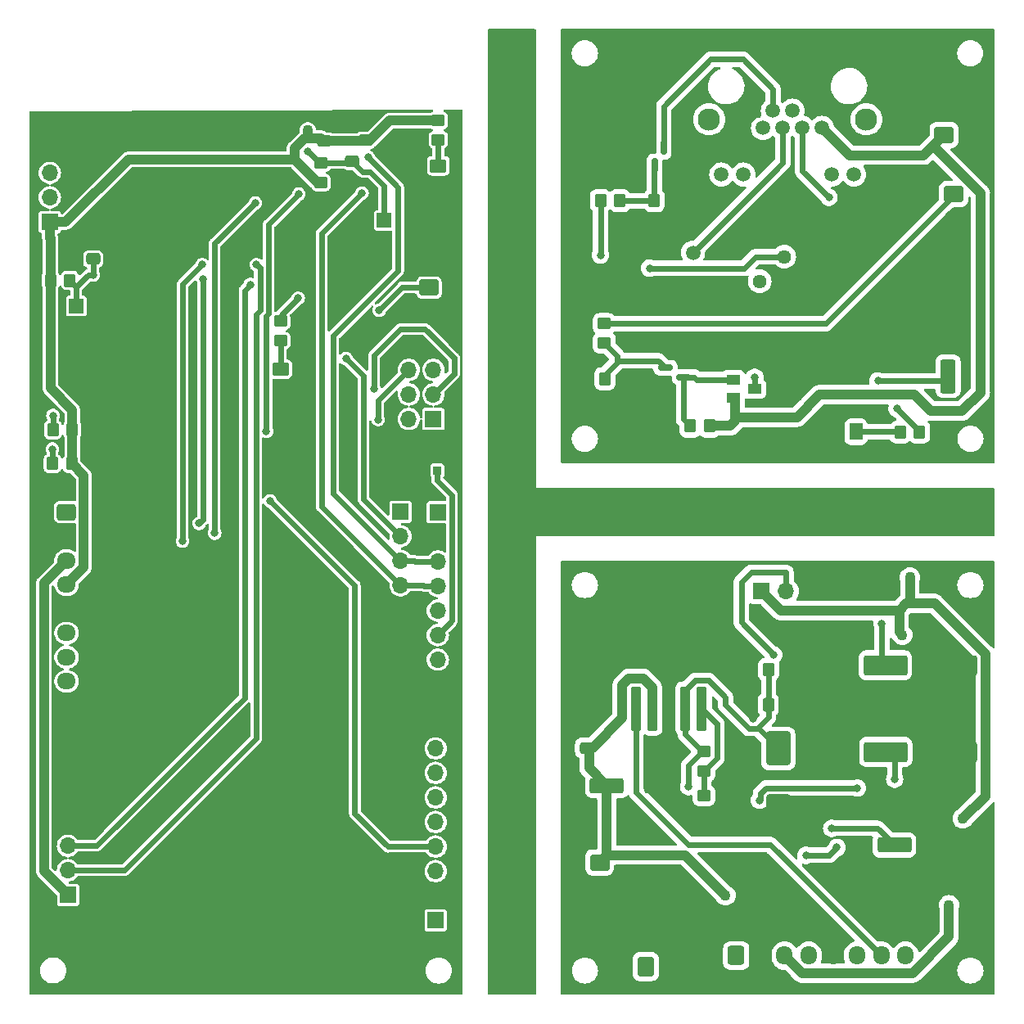
<source format=gbr>
%TF.GenerationSoftware,KiCad,Pcbnew,7.0.9*%
%TF.CreationDate,2023-11-13T19:29:17-05:00*%
%TF.ProjectId,SmartbikeALL,536d6172-7462-4696-9b65-414c4c2e6b69,rev?*%
%TF.SameCoordinates,Original*%
%TF.FileFunction,Copper,L1,Top*%
%TF.FilePolarity,Positive*%
%FSLAX46Y46*%
G04 Gerber Fmt 4.6, Leading zero omitted, Abs format (unit mm)*
G04 Created by KiCad (PCBNEW 7.0.9) date 2023-11-13 19:29:17*
%MOMM*%
%LPD*%
G01*
G04 APERTURE LIST*
G04 Aperture macros list*
%AMRoundRect*
0 Rectangle with rounded corners*
0 $1 Rounding radius*
0 $2 $3 $4 $5 $6 $7 $8 $9 X,Y pos of 4 corners*
0 Add a 4 corners polygon primitive as box body*
4,1,4,$2,$3,$4,$5,$6,$7,$8,$9,$2,$3,0*
0 Add four circle primitives for the rounded corners*
1,1,$1+$1,$2,$3*
1,1,$1+$1,$4,$5*
1,1,$1+$1,$6,$7*
1,1,$1+$1,$8,$9*
0 Add four rect primitives between the rounded corners*
20,1,$1+$1,$2,$3,$4,$5,0*
20,1,$1+$1,$4,$5,$6,$7,0*
20,1,$1+$1,$6,$7,$8,$9,0*
20,1,$1+$1,$8,$9,$2,$3,0*%
G04 Aperture macros list end*
%TA.AperFunction,ComponentPad*%
%ADD10RoundRect,0.250000X-0.750000X0.600000X-0.750000X-0.600000X0.750000X-0.600000X0.750000X0.600000X0*%
%TD*%
%TA.AperFunction,ComponentPad*%
%ADD11O,2.000000X1.700000*%
%TD*%
%TA.AperFunction,ComponentPad*%
%ADD12C,1.440000*%
%TD*%
%TA.AperFunction,SMDPad,CuDef*%
%ADD13R,1.400000X1.000000*%
%TD*%
%TA.AperFunction,ComponentPad*%
%ADD14C,1.500000*%
%TD*%
%TA.AperFunction,SMDPad,CuDef*%
%ADD15RoundRect,0.250000X-0.350000X-0.450000X0.350000X-0.450000X0.350000X0.450000X-0.350000X0.450000X0*%
%TD*%
%TA.AperFunction,SMDPad,CuDef*%
%ADD16RoundRect,0.250000X0.350000X0.450000X-0.350000X0.450000X-0.350000X-0.450000X0.350000X-0.450000X0*%
%TD*%
%TA.AperFunction,SMDPad,CuDef*%
%ADD17RoundRect,0.150000X0.150000X-0.587500X0.150000X0.587500X-0.150000X0.587500X-0.150000X-0.587500X0*%
%TD*%
%TA.AperFunction,ComponentPad*%
%ADD18R,1.500000X1.500000*%
%TD*%
%TA.AperFunction,ComponentPad*%
%ADD19C,2.300000*%
%TD*%
%TA.AperFunction,SMDPad,CuDef*%
%ADD20RoundRect,0.150000X-0.587500X-0.150000X0.587500X-0.150000X0.587500X0.150000X-0.587500X0.150000X0*%
%TD*%
%TA.AperFunction,SMDPad,CuDef*%
%ADD21RoundRect,0.250001X-0.462499X-0.624999X0.462499X-0.624999X0.462499X0.624999X-0.462499X0.624999X0*%
%TD*%
%TA.AperFunction,SMDPad,CuDef*%
%ADD22RoundRect,0.250000X-0.450000X0.350000X-0.450000X-0.350000X0.450000X-0.350000X0.450000X0.350000X0*%
%TD*%
%TA.AperFunction,SMDPad,CuDef*%
%ADD23RoundRect,0.250000X0.550000X-1.500000X0.550000X1.500000X-0.550000X1.500000X-0.550000X-1.500000X0*%
%TD*%
%TA.AperFunction,ComponentPad*%
%ADD24RoundRect,0.250000X0.750000X-0.600000X0.750000X0.600000X-0.750000X0.600000X-0.750000X-0.600000X0*%
%TD*%
%TA.AperFunction,SMDPad,CuDef*%
%ADD25RoundRect,0.250000X-1.500000X-0.550000X1.500000X-0.550000X1.500000X0.550000X-1.500000X0.550000X0*%
%TD*%
%TA.AperFunction,ComponentPad*%
%ADD26RoundRect,0.250000X-0.600000X-0.725000X0.600000X-0.725000X0.600000X0.725000X-0.600000X0.725000X0*%
%TD*%
%TA.AperFunction,ComponentPad*%
%ADD27O,1.700000X1.950000*%
%TD*%
%TA.AperFunction,SMDPad,CuDef*%
%ADD28RoundRect,0.250001X-1.999999X-0.799999X1.999999X-0.799999X1.999999X0.799999X-1.999999X0.799999X0*%
%TD*%
%TA.AperFunction,ComponentPad*%
%ADD29RoundRect,0.250000X-0.600000X-0.750000X0.600000X-0.750000X0.600000X0.750000X-0.600000X0.750000X0*%
%TD*%
%TA.AperFunction,ComponentPad*%
%ADD30O,1.700000X2.000000*%
%TD*%
%TA.AperFunction,SMDPad,CuDef*%
%ADD31RoundRect,0.250000X-1.000000X1.500000X-1.000000X-1.500000X1.000000X-1.500000X1.000000X1.500000X0*%
%TD*%
%TA.AperFunction,SMDPad,CuDef*%
%ADD32RoundRect,0.250000X0.475000X-0.337500X0.475000X0.337500X-0.475000X0.337500X-0.475000X-0.337500X0*%
%TD*%
%TA.AperFunction,SMDPad,CuDef*%
%ADD33RoundRect,0.250000X0.337500X0.475000X-0.337500X0.475000X-0.337500X-0.475000X0.337500X-0.475000X0*%
%TD*%
%TA.AperFunction,SMDPad,CuDef*%
%ADD34RoundRect,0.250000X0.300000X-2.050000X0.300000X2.050000X-0.300000X2.050000X-0.300000X-2.050000X0*%
%TD*%
%TA.AperFunction,SMDPad,CuDef*%
%ADD35RoundRect,0.250000X2.375000X-2.025000X2.375000X2.025000X-2.375000X2.025000X-2.375000X-2.025000X0*%
%TD*%
%TA.AperFunction,SMDPad,CuDef*%
%ADD36RoundRect,0.250002X5.149998X-4.449998X5.149998X4.449998X-5.149998X4.449998X-5.149998X-4.449998X0*%
%TD*%
%TA.AperFunction,ComponentPad*%
%ADD37R,1.700000X1.700000*%
%TD*%
%TA.AperFunction,ComponentPad*%
%ADD38O,1.700000X1.700000*%
%TD*%
%TA.AperFunction,SMDPad,CuDef*%
%ADD39RoundRect,0.250000X0.450000X-0.350000X0.450000X0.350000X-0.450000X0.350000X-0.450000X-0.350000X0*%
%TD*%
%TA.AperFunction,SMDPad,CuDef*%
%ADD40R,1.500000X1.500000*%
%TD*%
%TA.AperFunction,ComponentPad*%
%ADD41RoundRect,0.250000X-0.725000X0.600000X-0.725000X-0.600000X0.725000X-0.600000X0.725000X0.600000X0*%
%TD*%
%TA.AperFunction,ComponentPad*%
%ADD42O,1.950000X1.700000*%
%TD*%
%TA.AperFunction,SMDPad,CuDef*%
%ADD43RoundRect,0.250001X0.624999X-0.462499X0.624999X0.462499X-0.624999X0.462499X-0.624999X-0.462499X0*%
%TD*%
%TA.AperFunction,ComponentPad*%
%ADD44R,0.850000X0.850000*%
%TD*%
%TA.AperFunction,SMDPad,CuDef*%
%ADD45RoundRect,0.250000X-0.475000X0.337500X-0.475000X-0.337500X0.475000X-0.337500X0.475000X0.337500X0*%
%TD*%
%TA.AperFunction,ViaPad*%
%ADD46C,0.800000*%
%TD*%
%TA.AperFunction,ViaPad*%
%ADD47C,1.100000*%
%TD*%
%TA.AperFunction,Conductor*%
%ADD48C,0.600000*%
%TD*%
%TA.AperFunction,Conductor*%
%ADD49C,1.000000*%
%TD*%
G04 APERTURE END LIST*
D10*
%TO.P,J1,1,Pin_1*%
%TO.N,/CtrLuces*%
X204670000Y-35090000D03*
D11*
%TO.P,J1,2,Pin_2*%
%TO.N,GND*%
X204670000Y-37590000D03*
%TD*%
D12*
%TO.P,RV1,1,1*%
%TO.N,/+VL*%
X184610000Y-44090000D03*
%TO.P,RV1,2,2*%
%TO.N,Net-(U2A--)*%
X187150000Y-41550000D03*
%TO.P,RV1,3,3*%
%TO.N,GND*%
X184610000Y-39010000D03*
%TD*%
D13*
%TO.P,Q2,1,G*%
%TO.N,Net-(Q2-G)*%
X181890000Y-54280000D03*
%TO.P,Q2,2,S*%
%TO.N,+5V*%
X181890000Y-56180000D03*
%TO.P,Q2,3,D*%
%TO.N,/+VL*%
X184090000Y-55230000D03*
%TD*%
D14*
%TO.P,R12,1*%
%TO.N,/Luz Frontal/Vswf*%
X177720000Y-41130000D03*
%TO.P,R12,2*%
%TO.N,GND*%
X174320000Y-41130000D03*
%TD*%
D15*
%TO.P,R9,1*%
%TO.N,/Luz Frontal/Vop*%
X168150000Y-35760000D03*
%TO.P,R9,2*%
%TO.N,Net-(Q5-Pad1)*%
X170150000Y-35760000D03*
%TD*%
D16*
%TO.P,R3,1*%
%TO.N,+5V*%
X179420000Y-59070000D03*
%TO.P,R3,2*%
%TO.N,Net-(Q2-G)*%
X177420000Y-59070000D03*
%TD*%
D17*
%TO.P,Q5,1*%
%TO.N,Net-(Q5-Pad1)*%
X173750000Y-32147500D03*
%TO.P,Q5,2*%
%TO.N,GND*%
X175650000Y-32147500D03*
%TO.P,Q5,3*%
%TO.N,/Luz Frontal/VDD_FRONT*%
X174700000Y-30272500D03*
%TD*%
D15*
%TO.P,R10,1*%
%TO.N,Net-(Q5-Pad1)*%
X173700000Y-35760000D03*
%TO.P,R10,2*%
%TO.N,GND*%
X175700000Y-35760000D03*
%TD*%
%TO.P,R2,1*%
%TO.N,Net-(Q1-Pad1)*%
X168600000Y-54180000D03*
%TO.P,R2,2*%
%TO.N,GND*%
X170600000Y-54180000D03*
%TD*%
D18*
%TO.P,J2,1*%
%TO.N,GND*%
X183952000Y-26450000D03*
D14*
%TO.P,J2,2*%
%TO.N,+5V*%
X184968000Y-28230000D03*
%TO.P,J2,3*%
%TO.N,/Luz Frontal/VDD_FRONT*%
X185984000Y-26450000D03*
%TO.P,J2,4*%
%TO.N,/Luz Frontal/Vswf*%
X187000000Y-28230000D03*
%TO.P,J2,5*%
%TO.N,/Direccionales/VDD_der*%
X188016000Y-26450000D03*
%TO.P,J2,6*%
%TO.N,/Direccionales/VDD_izq*%
X189032000Y-28230000D03*
%TO.P,J2,7*%
%TO.N,GND*%
X190048000Y-26450000D03*
%TO.P,J2,8*%
%TO.N,+5V*%
X191064000Y-28230000D03*
%TO.P,J2,9*%
%TO.N,N/C*%
X180652000Y-33050000D03*
%TO.P,J2,10*%
X182942000Y-33050000D03*
%TO.P,J2,11*%
X192082000Y-33050000D03*
%TO.P,J2,12*%
X194372000Y-33050000D03*
D19*
%TO.P,J2,SH*%
X179382000Y-27340000D03*
X195642000Y-27340000D03*
%TD*%
D20*
%TO.P,Q1,1*%
%TO.N,Net-(Q1-Pad1)*%
X174870000Y-53050000D03*
%TO.P,Q1,2*%
%TO.N,GND*%
X174870000Y-54950000D03*
%TO.P,Q1,3*%
%TO.N,Net-(Q2-G)*%
X176745000Y-54000000D03*
%TD*%
D21*
%TO.P,D1,1,K*%
%TO.N,GND*%
X191615000Y-59660000D03*
%TO.P,D1,2,A*%
%TO.N,Net-(D1-A)*%
X194590000Y-59660000D03*
%TD*%
D16*
%TO.P,R8,1*%
%TO.N,/+VL*%
X201150000Y-59710000D03*
%TO.P,R8,2*%
%TO.N,Net-(D1-A)*%
X199150000Y-59710000D03*
%TD*%
D22*
%TO.P,R1,1*%
%TO.N,/CtrLuces*%
X168540000Y-48490000D03*
%TO.P,R1,2*%
%TO.N,Net-(Q1-Pad1)*%
X168540000Y-50490000D03*
%TD*%
D23*
%TO.P,C2,1*%
%TO.N,/Direccionales/TRIG*%
X204100000Y-53910000D03*
%TO.P,C2,2*%
%TO.N,GND*%
X204100000Y-48310000D03*
%TD*%
D24*
%TO.P,JP1,1,Pin_1*%
%TO.N,+5V*%
X203680000Y-28960000D03*
D11*
%TO.P,JP1,2,Pin_2*%
%TO.N,GND*%
X203680000Y-26460000D03*
%TD*%
D25*
%TO.P,C12,1*%
%TO.N,/Alarma/TRIG*%
X198554400Y-102414000D03*
%TO.P,C12,2*%
%TO.N,GND*%
X204154400Y-102414000D03*
%TD*%
D26*
%TO.P,J1,1,Pin_1*%
%TO.N,4.1V*%
X182188800Y-113844000D03*
D27*
%TO.P,J1,2,Pin_2*%
%TO.N,GND*%
X184688800Y-113844000D03*
%TO.P,J1,3,Pin_3*%
%TO.N,+3.3_2*%
X187188800Y-113844000D03*
%TO.P,J1,4,Pin_4*%
%TO.N,+3.3V*%
X189688800Y-113844000D03*
%TO.P,J1,5,Pin_5*%
%TO.N,GND*%
X192188800Y-113844000D03*
%TO.P,J1,6,Pin_6*%
%TO.N,/Alimentaci\u00F3n/ctrGPSAc*%
X194688800Y-113844000D03*
%TO.P,J1,7,Pin_7*%
%TO.N,/Alimentaci\u00F3n/ctrSIM*%
X197188800Y-113844000D03*
%TO.P,J1,8,Pin_8*%
%TO.N,/Alarma/CtrAl*%
X199688800Y-113844000D03*
%TD*%
D25*
%TO.P,C2,1*%
%TO.N,+5V*%
X168811000Y-96267200D03*
%TO.P,C2,2*%
%TO.N,GND*%
X174411000Y-96267200D03*
%TD*%
D28*
%TO.P,C4,1*%
%TO.N,Net-(U1-BP)*%
X197627400Y-83821200D03*
%TO.P,C4,2*%
%TO.N,GND*%
X204827400Y-83821200D03*
%TD*%
D10*
%TO.P,JP1,1,Pin_1*%
%TO.N,+5V*%
X168055000Y-104206600D03*
D11*
%TO.P,JP1,2,Pin_2*%
%TO.N,GND*%
X168055000Y-106706600D03*
%TD*%
D29*
%TO.P,J2,1,Pin_1*%
%TO.N,+5V*%
X172819400Y-114987000D03*
D30*
%TO.P,J2,2,Pin_2*%
%TO.N,GND*%
X175319400Y-114987000D03*
%TD*%
D31*
%TO.P,C7,1*%
%TO.N,4.1V*%
X186546200Y-92423100D03*
%TO.P,C7,2*%
%TO.N,GND*%
X186546200Y-98923100D03*
%TD*%
D32*
%TO.P,C3,1*%
%TO.N,+5V*%
X166734200Y-92351700D03*
%TO.P,C3,2*%
%TO.N,GND*%
X166734200Y-90276700D03*
%TD*%
D33*
%TO.P,C8,1*%
%TO.N,4.1V*%
X185500900Y-87885200D03*
%TO.P,C8,2*%
%TO.N,GND*%
X183425900Y-87885200D03*
%TD*%
D16*
%TO.P,R3,1*%
%TO.N,4.1V*%
X185539600Y-84253000D03*
%TO.P,R3,2*%
%TO.N,GND*%
X183539600Y-84253000D03*
%TD*%
D34*
%TO.P,U2,1,EN*%
%TO.N,/Alimentaci\u00F3n/ctrSIM*%
X171814200Y-88291600D03*
%TO.P,U2,2,VIN*%
%TO.N,+5V*%
X173514200Y-88291600D03*
%TO.P,U2,3,GND*%
%TO.N,GND*%
X175214200Y-88291600D03*
D35*
X172439200Y-81566600D03*
X177989200Y-81566600D03*
D36*
X175214200Y-79141600D03*
D35*
X172439200Y-76716600D03*
X177989200Y-76716600D03*
D34*
%TO.P,U2,4,VOUT*%
%TO.N,4.1V*%
X176914200Y-88291600D03*
%TO.P,U2,5,ADJ*%
%TO.N,Net-(U2-ADJ)*%
X178614200Y-88291600D03*
%TD*%
D22*
%TO.P,R1,1*%
%TO.N,4.1V*%
X178824600Y-92752600D03*
%TO.P,R1,2*%
%TO.N,Net-(U2-ADJ)*%
X178824600Y-94752600D03*
%TD*%
D28*
%TO.P,C9,1*%
%TO.N,Net-(U3-BP)*%
X197652800Y-92787400D03*
%TO.P,C9,2*%
%TO.N,GND*%
X204852800Y-92787400D03*
%TD*%
D22*
%TO.P,R2,1*%
%TO.N,Net-(U2-ADJ)*%
X178850000Y-97315200D03*
%TO.P,R2,2*%
%TO.N,GND*%
X178850000Y-99315200D03*
%TD*%
D37*
%TO.P,BZ1,1,-*%
%TO.N,+5V*%
X184788600Y-76150400D03*
D38*
%TO.P,BZ1,2,+*%
%TO.N,Net-(BZ1-+)*%
X187328600Y-76150400D03*
%TD*%
D22*
%TO.P,R1,1*%
%TO.N,+3.3V*%
X151375200Y-27459200D03*
%TO.P,R1,2*%
%TO.N,Net-(D1-A)*%
X151375200Y-29459200D03*
%TD*%
D32*
%TO.P,C2,1*%
%TO.N,+3.3V*%
X139538800Y-29569000D03*
%TO.P,C2,2*%
%TO.N,GND*%
X139538800Y-27494000D03*
%TD*%
D39*
%TO.P,R4,1*%
%TO.N,+3.3V*%
X139234000Y-33878800D03*
%TO.P,R4,2*%
%TO.N,/Acondicionamiento/EN*%
X139234000Y-31878800D03*
%TD*%
D37*
%TO.P,J5,1,Pin_1*%
%TO.N,4.1V*%
X147463600Y-67930800D03*
D38*
%TO.P,J5,2,Pin_2*%
%TO.N,/Acondicionamiento/RST_SIM*%
X147463600Y-70470800D03*
%TO.P,J5,3,Pin_3*%
%TO.N,/Acondicionamiento/TX_SIM*%
X147463600Y-73010800D03*
%TO.P,J5,4,Pin_4*%
%TO.N,/Acondicionamiento/RX_SIM*%
X147463600Y-75550800D03*
%TO.P,J5,5,Pin_5*%
%TO.N,GND*%
X147463600Y-78090800D03*
%TD*%
D24*
%TO.P,J1,1,Pin_1*%
%TO.N,/Acondicionamiento/CtrLuces*%
X150414800Y-44746000D03*
D11*
%TO.P,J1,2,Pin_2*%
%TO.N,GND*%
X150414800Y-42246000D03*
%TD*%
D40*
%TO.P,SW1,1,1*%
%TO.N,GND*%
X113935600Y-54457200D03*
%TO.P,SW1,2,2*%
%TO.N,/Acondicionamiento/BOOT*%
X113935600Y-46657200D03*
%TD*%
D37*
%TO.P,J3,1,Pin_1*%
%TO.N,/Acondicionamiento/MP1*%
X150867200Y-58329600D03*
D38*
%TO.P,J3,2,Pin_2*%
%TO.N,/Acondicionamiento/MP2*%
X148327200Y-58329600D03*
%TO.P,J3,3,Pin_3*%
%TO.N,/Acondicionamiento/MP3*%
X150867200Y-55789600D03*
%TO.P,J3,4,Pin_4*%
%TO.N,/Acondicionamiento/MP4*%
X148327200Y-55789600D03*
%TO.P,J3,5,Pin_5*%
%TO.N,/Acondicionamiento/MP5*%
X150867200Y-53249600D03*
%TO.P,J3,6,Pin_6*%
%TO.N,/Acondicionamiento/MP6*%
X148327200Y-53249600D03*
%TD*%
D41*
%TO.P,JH1,1*%
%TO.N,4.1V*%
X112919600Y-67978400D03*
D42*
%TO.P,JH1,2*%
%TO.N,GND*%
X112919600Y-70478400D03*
%TO.P,JH1,3*%
%TO.N,+3.3_2*%
X112919600Y-72978400D03*
%TO.P,JH1,4*%
%TO.N,+3.3V*%
X112919600Y-75478400D03*
%TO.P,JH1,5*%
%TO.N,GND*%
X112919600Y-77978400D03*
%TO.P,JH1,6*%
%TO.N,/Acondicionamiento/CtrGPSAc*%
X112919600Y-80478400D03*
%TO.P,JH1,7*%
%TO.N,/Acondicionamiento/CtrSIM*%
X112919600Y-82978400D03*
%TO.P,JH1,8*%
%TO.N,/Acondicionamiento/CtrAl*%
X112919600Y-85478400D03*
%TD*%
D40*
%TO.P,SW2,1,1*%
%TO.N,/Acondicionamiento/EN*%
X145787200Y-37806400D03*
%TO.P,SW2,2,2*%
%TO.N,GND*%
X137987200Y-37806400D03*
%TD*%
D43*
%TO.P,D1,1,K*%
%TO.N,GND*%
X151375200Y-35128300D03*
%TO.P,D1,2,A*%
%TO.N,Net-(D1-A)*%
X151375200Y-32153300D03*
%TD*%
D15*
%TO.P,R2,1*%
%TO.N,+3.3V*%
X111259200Y-44004000D03*
%TO.P,R2,2*%
%TO.N,/Acondicionamiento/BOOT*%
X113259200Y-44004000D03*
%TD*%
D37*
%TO.P,J8,1,Pin_1*%
%TO.N,+3.3_2*%
X113072000Y-107570000D03*
D38*
%TO.P,J8,2,Pin_2*%
%TO.N,/Acondicionamiento/TX_GPS*%
X113072000Y-105030000D03*
%TO.P,J8,3,Pin_3*%
%TO.N,/Acondicionamiento/RX_GPS*%
X113072000Y-102490000D03*
%TO.P,J8,4,Pin_4*%
%TO.N,GND*%
X113072000Y-99950000D03*
%TD*%
D32*
%TO.P,C1,1*%
%TO.N,/Acondicionamiento/BOOT*%
X115662800Y-41790300D03*
%TO.P,C1,2*%
%TO.N,GND*%
X115662800Y-39715300D03*
%TD*%
D22*
%TO.P,R3,1*%
%TO.N,/Acondicionamiento/TEST_LED*%
X135068400Y-48236400D03*
%TO.P,R3,2*%
%TO.N,Net-(D2-A)*%
X135068400Y-50236400D03*
%TD*%
D37*
%TO.P,J7,1,Pin_1*%
%TO.N,+3.3_2*%
X151100000Y-110200000D03*
D38*
%TO.P,J7,2,Pin_2*%
%TO.N,GND*%
X151100000Y-107660000D03*
%TO.P,J7,3,Pin_3*%
%TO.N,/Acondicionamiento/SCL*%
X151100000Y-105120000D03*
%TO.P,J7,4,Pin_4*%
%TO.N,/Acondicionamiento/SDA*%
X151100000Y-102580000D03*
%TO.P,J7,5,Pin_5*%
%TO.N,unconnected-(J7-Pin_5-Pad5)*%
X151100000Y-100040000D03*
%TO.P,J7,6,Pin_6*%
%TO.N,unconnected-(J7-Pin_6-Pad6)*%
X151100000Y-97500000D03*
%TO.P,J7,7,Pin_7*%
%TO.N,unconnected-(J7-Pin_7-Pad7)*%
X151100000Y-94960000D03*
%TO.P,J7,8,Pin_8*%
%TO.N,unconnected-(J7-Pin_8-Pad8)*%
X151100000Y-92420000D03*
%TD*%
D15*
%TO.P,R10,1*%
%TO.N,/Acondicionamiento/SDA*%
X111462400Y-62952400D03*
%TO.P,R10,2*%
%TO.N,+3.3V*%
X113462400Y-62952400D03*
%TD*%
D37*
%TO.P,J4,1,Pin_1*%
%TO.N,+3.3V*%
X111192400Y-37958800D03*
D38*
%TO.P,J4,2,Pin_2*%
%TO.N,/Acondicionamiento/RX_BOOT*%
X111192400Y-35418800D03*
%TO.P,J4,3,Pin_3*%
%TO.N,/Acondicionamiento/TX_BOOT*%
X111192400Y-32878800D03*
%TO.P,J4,4,Pin_4*%
%TO.N,GND*%
X111192400Y-30338800D03*
%TD*%
D44*
%TO.P,J2,1,Pin_1*%
%TO.N,/VdoSIM*%
X151273600Y-63663600D03*
%TD*%
D43*
%TO.P,D2,1,K*%
%TO.N,GND*%
X135068400Y-56145200D03*
%TO.P,D2,2,A*%
%TO.N,Net-(D2-A)*%
X135068400Y-53170200D03*
%TD*%
D32*
%TO.P,C3,1*%
%TO.N,+3.3V*%
X143856800Y-29496700D03*
%TO.P,C3,2*%
%TO.N,GND*%
X143856800Y-27421700D03*
%TD*%
D45*
%TO.P,C4,1*%
%TO.N,/Acondicionamiento/EN*%
X142485200Y-31688900D03*
%TO.P,C4,2*%
%TO.N,GND*%
X142485200Y-33763900D03*
%TD*%
D37*
%TO.P,J6,1,Pin_1*%
%TO.N,4.1V*%
X151324400Y-67981600D03*
D38*
%TO.P,J6,2,Pin_2*%
%TO.N,GND*%
X151324400Y-70521600D03*
%TO.P,J6,3,Pin_3*%
%TO.N,/Acondicionamiento/TX_SIM*%
X151324400Y-73061600D03*
%TO.P,J6,4,Pin_4*%
%TO.N,/Acondicionamiento/RX_SIM*%
X151324400Y-75601600D03*
%TO.P,J6,5,Pin_5*%
%TO.N,/Acondicionamiento/NE_SIM*%
X151324400Y-78141600D03*
%TO.P,J6,6,Pin_6*%
%TO.N,/VdoSIM*%
X151324400Y-80681600D03*
%TO.P,J6,7,Pin_7*%
%TO.N,/Acondicionamiento/RST_SIM*%
X151324400Y-83221600D03*
%TO.P,J6,8,Pin_8*%
%TO.N,GND*%
X151324400Y-85761600D03*
%TD*%
D15*
%TO.P,R5,1*%
%TO.N,/Acondicionamiento/SCL*%
X111513200Y-59447200D03*
%TO.P,R5,2*%
%TO.N,+3.3V*%
X113513200Y-59447200D03*
%TD*%
D46*
%TO.N,GND*%
X201540000Y-25070000D03*
X174170000Y-55450000D03*
X192680000Y-39810000D03*
X191090000Y-25750000D03*
%TO.N,/Luz Frontal/Vop*%
X168150000Y-41390000D03*
%TO.N,/Direccionales/VDD_izq*%
X191781754Y-35419500D03*
%TO.N,/Direccionales/TRIG*%
X196849500Y-54410000D03*
%TO.N,GND*%
X186400000Y-37660000D03*
X177040000Y-33430000D03*
X172160000Y-39480000D03*
X199430000Y-35440000D03*
%TO.N,/+VL*%
X184103200Y-54017200D03*
%TO.N,Net-(U2A--)*%
X173230000Y-42740000D03*
%TO.N,GND*%
X187210000Y-61020000D03*
X167990000Y-26360000D03*
X204240000Y-47230000D03*
%TO.N,/+VL*%
X198800000Y-57262800D03*
%TO.N,Net-(BZ1-+)*%
X186074600Y-82734100D03*
%TO.N,Net-(U4-DIS)*%
X194704900Y-96516600D03*
%TO.N,/Alarma/TRIG*%
X192061700Y-100677200D03*
%TO.N,GND*%
X205598000Y-104584000D03*
X195538000Y-88514000D03*
X166998000Y-81874000D03*
X190648000Y-102154000D03*
X186490000Y-98640000D03*
X183939000Y-89325200D03*
X168248000Y-111184000D03*
X201938000Y-99274000D03*
%TO.N,/Alarma/VA*%
X192601900Y-102670700D03*
D47*
%TO.N,+5V*%
X199373200Y-80671600D03*
D46*
%TO.N,Net-(U3-BP)*%
X198577300Y-95611000D03*
%TO.N,/Alarma/VA*%
X189401900Y-103471000D03*
%TO.N,GND*%
X203328000Y-88474000D03*
%TO.N,Net-(U4-DIS)*%
X184596700Y-97791200D03*
%TO.N,4.1V*%
X177257900Y-96368500D03*
%TO.N,GND*%
X188718000Y-110274000D03*
D47*
%TO.N,+3.3_2*%
X204200200Y-108633200D03*
D46*
%TO.N,GND*%
X196278000Y-108354000D03*
X166988000Y-86224000D03*
%TO.N,Net-(U1-BP)*%
X197262800Y-79526900D03*
%TO.N,GND*%
X171428000Y-100434000D03*
D47*
%TO.N,+5V*%
X181075900Y-107620200D03*
D46*
%TO.N,GND*%
X206178000Y-110094000D03*
D47*
%TO.N,+5V*%
X205621600Y-99670000D03*
X200155100Y-74728000D03*
D46*
%TO.N,GND*%
X147412800Y-62241200D03*
%TO.N,/Acondicionamiento/MP3*%
X144706600Y-55201700D03*
%TO.N,GND*%
X141977200Y-56297600D03*
X136186000Y-95058000D03*
%TO.N,/Acondicionamiento/NE_SIM*%
X136937500Y-35095800D03*
%TO.N,/Acondicionamiento/CtrAl*%
X132445200Y-35994800D03*
%TO.N,GND*%
X125873600Y-95210400D03*
%TO.N,/Acondicionamiento/MP6*%
X145137000Y-58403900D03*
%TO.N,GND*%
X118304400Y-64120800D03*
X113326000Y-52741600D03*
%TO.N,/Acondicionamiento/RX_SIM*%
X143480200Y-34974700D03*
%TO.N,GND*%
X120844400Y-43089600D03*
X139691200Y-106081600D03*
X118460000Y-111540000D03*
X114545200Y-27494000D03*
%TO.N,/Acondicionamiento/SDA*%
X111462400Y-61461100D03*
%TO.N,/Acondicionamiento/CtrSIM*%
X126959700Y-42380200D03*
%TO.N,GND*%
X123028800Y-53046400D03*
%TO.N,/Acondicionamiento/CtrGPSAc*%
X127039800Y-43841600D03*
%TO.N,/Acondicionamiento/NE_SIM*%
X133590500Y-59621700D03*
%TO.N,GND*%
X137608400Y-48626800D03*
%TO.N,/Acondicionamiento/CtrLuces*%
X145268800Y-47081700D03*
%TO.N,GND*%
X112770000Y-95890000D03*
%TO.N,/Acondicionamiento/TX_GPS*%
X132566900Y-42380800D03*
%TO.N,GND*%
X120031600Y-57770800D03*
%TO.N,/Acondicionamiento/EN*%
X137905300Y-30662200D03*
%TO.N,GND*%
X136998800Y-75347600D03*
X129683600Y-44613600D03*
%TO.N,/Acondicionamiento/TX_SIM*%
X144113100Y-31249000D03*
%TO.N,/Acondicionamiento/SCL*%
X111513200Y-57976300D03*
D47*
%TO.N,+3.3V*%
X137876500Y-28499700D03*
D46*
%TO.N,GND*%
X125670400Y-84390000D03*
X137303600Y-36434800D03*
%TO.N,/Acondicionamiento/TEST_LED*%
X136886700Y-45851000D03*
%TO.N,/Acondicionamiento/CtrAl*%
X128250000Y-70148000D03*
%TO.N,GND*%
X148784400Y-50760400D03*
X122470000Y-34860000D03*
X144344604Y-49419404D03*
%TO.N,/Acondicionamiento/RST_SIM*%
X141824800Y-52094900D03*
%TO.N,GND*%
X127346800Y-28967200D03*
X147920800Y-30846800D03*
X142028000Y-61733200D03*
%TO.N,/Acondicionamiento/RX_GPS*%
X131916500Y-44448300D03*
%TO.N,/Acondicionamiento/SDA*%
X133967700Y-66807700D03*
%TO.N,/Acondicionamiento/CtrSIM*%
X124914500Y-70983500D03*
%TO.N,/Acondicionamiento/CtrGPSAc*%
X126642500Y-69129600D03*
%TO.N,/Acondicionamiento/BOOT*%
X115659200Y-43443000D03*
%TD*%
D48*
%TO.N,/CtrLuces*%
X204670000Y-35090000D02*
X204670000Y-35260000D01*
%TO.N,Net-(Q5-Pad1)*%
X173700000Y-35760000D02*
X170150000Y-35760000D01*
X173750000Y-32147500D02*
X173700000Y-32197500D01*
%TO.N,/CtrLuces*%
X191440000Y-48490000D02*
X168540000Y-48490000D01*
%TO.N,Net-(Q2-G)*%
X176745000Y-54000000D02*
X177828300Y-54000000D01*
%TO.N,Net-(Q1-Pad1)*%
X168600000Y-53780000D02*
X168600000Y-54180000D01*
X174870000Y-53050000D02*
X174150000Y-52330000D01*
%TO.N,Net-(Q2-G)*%
X176745000Y-58395000D02*
X177420000Y-59070000D01*
%TO.N,Net-(Q1-Pad1)*%
X170020400Y-52330000D02*
X169850400Y-52160000D01*
%TO.N,/Direccionales/VDD_izq*%
X191779500Y-35419500D02*
X189032000Y-32672000D01*
D49*
%TO.N,+5V*%
X182100000Y-58510000D02*
X182100000Y-58160000D01*
X201580000Y-31060000D02*
X202537400Y-30102600D01*
D48*
%TO.N,Net-(Q1-Pad1)*%
X174150000Y-52330000D02*
X170020400Y-52330000D01*
%TO.N,/Direccionales/VDD_izq*%
X189032000Y-32672000D02*
X189032000Y-28230000D01*
%TO.N,Net-(Q1-Pad1)*%
X169850400Y-51800400D02*
X169850400Y-52160000D01*
D49*
%TO.N,+5V*%
X202310000Y-57510000D02*
X200610000Y-55810000D01*
X207440000Y-55630000D02*
X205560000Y-57510000D01*
D48*
%TO.N,Net-(Q1-Pad1)*%
X169850400Y-52529600D02*
X168600000Y-53780000D01*
D49*
%TO.N,+5V*%
X200610000Y-55810000D02*
X190821500Y-55810000D01*
D48*
%TO.N,/Direccionales/VDD_izq*%
X191781754Y-35419500D02*
X191779500Y-35419500D01*
D49*
%TO.N,+5V*%
X202537400Y-30102600D02*
X207440000Y-35005200D01*
D48*
%TO.N,Net-(U2A--)*%
X173230000Y-42740000D02*
X183030000Y-42740000D01*
X183030000Y-42740000D02*
X184220000Y-41550000D01*
D49*
%TO.N,+5V*%
X190821500Y-55810000D02*
X189591500Y-57040000D01*
D48*
%TO.N,Net-(D1-A)*%
X199100000Y-59660000D02*
X199150000Y-59710000D01*
%TO.N,Net-(Q2-G)*%
X176745000Y-54000000D02*
X176745000Y-58395000D01*
%TO.N,Net-(U2A--)*%
X184220000Y-41550000D02*
X187150000Y-41550000D01*
%TO.N,Net-(Q5-Pad1)*%
X173700000Y-32197500D02*
X173700000Y-35760000D01*
%TO.N,Net-(Q1-Pad1)*%
X169850400Y-52160000D02*
X169850400Y-52529600D01*
%TO.N,Net-(Q2-G)*%
X181890000Y-54280000D02*
X180588100Y-54280000D01*
D49*
%TO.N,+5V*%
X182100000Y-58160000D02*
X182100000Y-56390000D01*
D48*
%TO.N,/CtrLuces*%
X204670000Y-35260000D02*
X191440000Y-48490000D01*
%TO.N,Net-(Q2-G)*%
X177828300Y-54000000D02*
X178108300Y-54280000D01*
%TO.N,/Luz Frontal/Vswf*%
X187000000Y-31850000D02*
X187000000Y-28230000D01*
D49*
%TO.N,+5V*%
X189591500Y-57040000D02*
X189591500Y-57048500D01*
D48*
%TO.N,Net-(D1-A)*%
X194590000Y-59660000D02*
X199100000Y-59660000D01*
D49*
%TO.N,+5V*%
X205560000Y-57510000D02*
X202310000Y-57510000D01*
X182100000Y-56390000D02*
X181890000Y-56180000D01*
D48*
%TO.N,/Luz Frontal/Vswf*%
X177720000Y-41130000D02*
X187000000Y-31850000D01*
%TO.N,Net-(Q1-Pad1)*%
X168540000Y-50490000D02*
X169850400Y-51800400D01*
%TO.N,Net-(Q2-G)*%
X180588100Y-54280000D02*
X178108300Y-54280000D01*
%TO.N,GND*%
X175214200Y-79141600D02*
X174864200Y-79141600D01*
%TO.N,4.1V*%
X183491200Y-90354400D02*
X181080500Y-87943700D01*
%TO.N,GND*%
X178776500Y-99315200D02*
X178850000Y-99315200D01*
%TO.N,4.1V*%
X181080500Y-87943700D02*
X181080500Y-87149000D01*
X184415800Y-90292600D02*
X186546200Y-92423100D01*
D49*
%TO.N,+3.3_2*%
X200409800Y-115657900D02*
X204200200Y-111867500D01*
%TO.N,+5V*%
X168811000Y-96267200D02*
X166964000Y-94420200D01*
D48*
%TO.N,/Alimentaci\u00F3n/ctrSIM*%
X177230500Y-102348700D02*
X171814200Y-96932400D01*
%TO.N,GND*%
X175564200Y-79141600D02*
X177989200Y-76716600D01*
X183425900Y-87885200D02*
X183425900Y-88812100D01*
%TO.N,4.1V*%
X184415800Y-90292600D02*
X185500900Y-89207500D01*
%TO.N,Net-(BZ1-+)*%
X182710800Y-79370300D02*
X182710800Y-75236000D01*
%TO.N,4.1V*%
X185539600Y-87846500D02*
X185539600Y-84253000D01*
X176914200Y-90955100D02*
X178711700Y-92752600D01*
%TO.N,Net-(BZ1-+)*%
X187328600Y-74220000D02*
X187328600Y-76150400D01*
X186074600Y-82734100D02*
X182710800Y-79370300D01*
D49*
%TO.N,+5V*%
X168811000Y-103450600D02*
X168811000Y-96267200D01*
X199049800Y-78153900D02*
X199049800Y-80348200D01*
D48*
%TO.N,GND*%
X183425900Y-88812100D02*
X183939000Y-89325200D01*
%TO.N,Net-(U1-BP)*%
X197262800Y-83456600D02*
X197627400Y-83821200D01*
%TO.N,4.1V*%
X181080500Y-87149000D02*
X179318100Y-85386600D01*
X179318100Y-85386600D02*
X177949700Y-85386600D01*
X177258000Y-96368500D02*
X177257900Y-96368500D01*
%TO.N,GND*%
X174864200Y-79141600D02*
X172439200Y-76716600D01*
%TO.N,4.1V*%
X178711700Y-92752600D02*
X178824600Y-92752600D01*
D49*
%TO.N,+5V*%
X168811000Y-103450600D02*
X176906300Y-103450600D01*
X171074500Y-85157600D02*
X172544800Y-85157600D01*
X166964000Y-92351700D02*
X167322300Y-92351700D01*
X202720400Y-77423600D02*
X207936100Y-82639300D01*
D48*
%TO.N,GND*%
X175214200Y-79141600D02*
X175564200Y-79141600D01*
X204827400Y-92762000D02*
X204852800Y-92787400D01*
X172335900Y-83351700D02*
X172335900Y-81669900D01*
%TO.N,4.1V*%
X177949700Y-85386600D02*
X176914200Y-86422100D01*
X178711700Y-92752600D02*
X177258000Y-94206300D01*
D49*
%TO.N,+5V*%
X199049800Y-80348200D02*
X199373200Y-80671600D01*
D48*
%TO.N,GND*%
X175214200Y-86230000D02*
X175214200Y-88291600D01*
D49*
%TO.N,+5V*%
X184788600Y-76150400D02*
X186792100Y-78153900D01*
D48*
%TO.N,Net-(BZ1-+)*%
X182710800Y-75236000D02*
X183726800Y-74220000D01*
%TO.N,4.1V*%
X184354000Y-90354400D02*
X183491200Y-90354400D01*
X176914200Y-86422100D02*
X176914200Y-88291600D01*
D49*
%TO.N,+5V*%
X186792100Y-78153900D02*
X199049800Y-78153900D01*
D48*
%TO.N,4.1V*%
X184415800Y-90292600D02*
X184354000Y-90354400D01*
X177258000Y-94206300D02*
X177258000Y-96368500D01*
D49*
%TO.N,+5V*%
X176906300Y-103450600D02*
X181075900Y-107620200D01*
X170391600Y-85840500D02*
X171074500Y-85157600D01*
%TO.N,+3.3_2*%
X187188800Y-113844000D02*
X189002700Y-115657900D01*
%TO.N,+5V*%
X166734200Y-92351700D02*
X166964000Y-92351700D01*
D48*
%TO.N,/Alimentaci\u00F3n/ctrSIM*%
X185693500Y-102348700D02*
X177230500Y-102348700D01*
%TO.N,Net-(U2-ADJ)*%
X180163900Y-93438700D02*
X178850000Y-94752600D01*
%TO.N,4.1V*%
X176914200Y-88291600D02*
X176914200Y-90955100D01*
%TO.N,Net-(U4-DIS)*%
X184596700Y-97791200D02*
X184696200Y-97691700D01*
%TO.N,Net-(U2-ADJ)*%
X180163900Y-89841300D02*
X180163900Y-93438700D01*
%TO.N,/Alimentaci\u00F3n/ctrSIM*%
X197188800Y-113844000D02*
X185693500Y-102348700D01*
%TO.N,/Alarma/VA*%
X191801600Y-103471000D02*
X192601900Y-102670700D01*
%TO.N,GND*%
X183425900Y-84253000D02*
X183539600Y-84253000D01*
%TO.N,Net-(U4-DIS)*%
X184696200Y-97691700D02*
X184696200Y-97064100D01*
X184696200Y-97064100D02*
X185243700Y-96516600D01*
%TO.N,Net-(U2-ADJ)*%
X178850000Y-94752600D02*
X178850000Y-97315200D01*
%TO.N,/Alimentaci\u00F3n/ctrSIM*%
X171814200Y-96932400D02*
X171814200Y-88291600D01*
%TO.N,Net-(U4-DIS)*%
X185243700Y-96516600D02*
X194704900Y-96516600D01*
%TO.N,4.1V*%
X185500900Y-89207500D02*
X185500900Y-87885200D01*
%TO.N,Net-(U2-ADJ)*%
X178614200Y-88291600D02*
X180163900Y-89841300D01*
D49*
%TO.N,+3.3_2*%
X189002700Y-115657900D02*
X200409800Y-115657900D01*
D48*
%TO.N,/Alarma/TRIG*%
X198554400Y-102414000D02*
X196817600Y-100677200D01*
%TO.N,4.1V*%
X185500900Y-87885200D02*
X185539600Y-87846500D01*
%TO.N,Net-(U3-BP)*%
X197652800Y-92787400D02*
X198577300Y-93711900D01*
%TO.N,GND*%
X172439200Y-81566600D02*
X174864200Y-79141600D01*
D49*
%TO.N,+5V*%
X166734200Y-92351700D02*
X166964000Y-92351700D01*
%TO.N,+3.3_2*%
X204200200Y-111867500D02*
X204200200Y-108633200D01*
%TO.N,+5V*%
X200155100Y-77423600D02*
X200155100Y-74728000D01*
X170391600Y-89282400D02*
X170391600Y-85840500D01*
D48*
%TO.N,GND*%
X175564200Y-79141600D02*
X177989200Y-81566600D01*
%TO.N,Net-(U2-ADJ)*%
X178850000Y-94752600D02*
X178824600Y-94752600D01*
%TO.N,/Alarma/TRIG*%
X196817600Y-100677200D02*
X192061700Y-100677200D01*
%TO.N,GND*%
X168346500Y-106706600D02*
X168055000Y-106706600D01*
D49*
%TO.N,+5V*%
X167322300Y-92351700D02*
X170391600Y-89282400D01*
D48*
%TO.N,GND*%
X172335900Y-81669900D02*
X172439200Y-81566600D01*
D49*
%TO.N,+5V*%
X168811000Y-103450600D02*
X168055000Y-104206600D01*
D48*
%TO.N,GND*%
X204154400Y-102304400D02*
X204154400Y-102414000D01*
%TO.N,Net-(U3-BP)*%
X198577300Y-93711900D02*
X198577300Y-95611000D01*
%TO.N,Net-(BZ1-+)*%
X183726800Y-74220000D02*
X187328600Y-74220000D01*
D49*
%TO.N,+5V*%
X173514200Y-86127000D02*
X173514200Y-88291600D01*
D48*
%TO.N,Net-(U1-BP)*%
X197262800Y-79526900D02*
X197262800Y-83456600D01*
%TO.N,/Alarma/VA*%
X189401900Y-103471000D02*
X191801600Y-103471000D01*
%TO.N,GND*%
X171284800Y-83351700D02*
X172335900Y-83351700D01*
D49*
%TO.N,+5V*%
X207936100Y-97355500D02*
X205621600Y-99670000D01*
X200155100Y-77423600D02*
X202720400Y-77423600D01*
X207936100Y-82639300D02*
X207936100Y-97355500D01*
X199780100Y-77423600D02*
X200155100Y-77423600D01*
X172544800Y-85157600D02*
X173514200Y-86127000D01*
X166964000Y-94420200D02*
X166964000Y-92351700D01*
X199049800Y-78153900D02*
X199780100Y-77423600D01*
X193894000Y-31060000D02*
X201580000Y-31060000D01*
D48*
%TO.N,/Luz Frontal/VDD_FRONT*%
X182880000Y-21120000D02*
X179560000Y-21120000D01*
X185984000Y-26450000D02*
X185984000Y-24224000D01*
X174700000Y-25980000D02*
X174700000Y-30272500D01*
%TO.N,/Direccionales/TRIG*%
X203610000Y-54400000D02*
X204100000Y-53910000D01*
D49*
%TO.N,+5V*%
X207440000Y-35005200D02*
X207440000Y-55630000D01*
D48*
%TO.N,/Luz Frontal/VDD_FRONT*%
X185984000Y-24224000D02*
X182880000Y-21120000D01*
X179560000Y-21120000D02*
X174700000Y-25980000D01*
D49*
%TO.N,+5V*%
X202537400Y-30102600D02*
X203680000Y-28960000D01*
D48*
%TO.N,/+VL*%
X201150000Y-59710000D02*
X201150000Y-59612800D01*
X184103200Y-54114900D02*
X184103200Y-54017200D01*
%TO.N,/Direccionales/TRIG*%
X196859500Y-54400000D02*
X203610000Y-54400000D01*
%TO.N,/+VL*%
X201150000Y-59612800D02*
X198800000Y-57262800D01*
%TO.N,/Direccionales/TRIG*%
X196849500Y-54410000D02*
X196859500Y-54400000D01*
%TO.N,/+VL*%
X184090000Y-54128100D02*
X184103200Y-54114900D01*
X184090000Y-55230000D02*
X184090000Y-54128100D01*
D49*
%TO.N,+5V*%
X179420000Y-59070000D02*
X181540000Y-59070000D01*
X181540000Y-59070000D02*
X182100000Y-58510000D01*
X188480000Y-58160000D02*
X182100000Y-58160000D01*
D48*
%TO.N,/Luz Frontal/Vop*%
X168150000Y-41390000D02*
X168150000Y-35760000D01*
D49*
%TO.N,+5V*%
X189591500Y-57048500D02*
X188480000Y-58160000D01*
X191064000Y-28230000D02*
X193894000Y-31060000D01*
D48*
%TO.N,/Acondicionamiento/RX_GPS*%
X131916500Y-44448300D02*
X131325100Y-45039700D01*
%TO.N,/VdoSIM*%
X151324400Y-80681600D02*
X152794900Y-79211100D01*
%TO.N,/Acondicionamiento/RX_GPS*%
X117223600Y-101306400D02*
X116040000Y-102490000D01*
X117237600Y-101306400D02*
X117223600Y-101306400D01*
%TO.N,/VdoSIM*%
X152794900Y-66211800D02*
X151273600Y-64690500D01*
%TO.N,/Acondicionamiento/TX_GPS*%
X132515700Y-47497100D02*
X132515700Y-91404300D01*
%TO.N,/Acondicionamiento/SDA*%
X142739200Y-75579200D02*
X142739200Y-99139200D01*
%TO.N,/Acondicionamiento/TX_GPS*%
X132515700Y-91404300D02*
X118890000Y-105030000D01*
%TO.N,/Acondicionamiento/SDA*%
X142739200Y-99139200D02*
X146180000Y-102580000D01*
X133967700Y-66807700D02*
X142739200Y-75579200D01*
D49*
%TO.N,+3.3_2*%
X110570000Y-75328000D02*
X112919600Y-72978400D01*
D48*
%TO.N,/Acondicionamiento/TX_GPS*%
X132918400Y-47094400D02*
X132515700Y-47497100D01*
X118890000Y-105030000D02*
X113072000Y-105030000D01*
%TO.N,/VdoSIM*%
X152794900Y-79211100D02*
X152794900Y-66211800D01*
%TO.N,/Acondicionamiento/RX_GPS*%
X131325100Y-87218900D02*
X117237600Y-101306400D01*
%TO.N,/Acondicionamiento/TX_GPS*%
X132566900Y-42380800D02*
X132918400Y-42732300D01*
%TO.N,/Acondicionamiento/RX_GPS*%
X131325100Y-45039700D02*
X131325100Y-87218900D01*
D49*
%TO.N,+3.3_2*%
X110570000Y-105068000D02*
X112616783Y-107114783D01*
D48*
%TO.N,/Acondicionamiento/RX_GPS*%
X116040000Y-102490000D02*
X113072000Y-102490000D01*
%TO.N,/Acondicionamiento/CtrAl*%
X132445200Y-35994800D02*
X128250000Y-40190000D01*
%TO.N,/Acondicionamiento/MP3*%
X153000800Y-52030400D02*
X153000800Y-53656000D01*
X153000800Y-53656000D02*
X150867200Y-55789600D01*
%TO.N,/Acondicionamiento/CtrLuces*%
X147604500Y-44746000D02*
X150414800Y-44746000D01*
%TO.N,/Acondicionamiento/TEST_LED*%
X135068400Y-48236400D02*
X135068400Y-47669300D01*
%TO.N,/Acondicionamiento/TX_SIM*%
X147226600Y-34362500D02*
X147226600Y-42997800D01*
D49*
%TO.N,+3.3_2*%
X110570000Y-75328000D02*
X110570000Y-105068000D01*
D48*
%TO.N,/Acondicionamiento/NE_SIM*%
X133820300Y-38213000D02*
X136937500Y-35095800D01*
%TO.N,/Acondicionamiento/TX_SIM*%
X144113100Y-31249000D02*
X147226600Y-34362500D01*
%TO.N,/Acondicionamiento/SDA*%
X111462400Y-61461100D02*
X111462400Y-62952400D01*
%TO.N,/Acondicionamiento/MP3*%
X147463600Y-49033200D02*
X150003600Y-49033200D01*
%TO.N,/Acondicionamiento/RX_SIM*%
X139335600Y-39119300D02*
X139335600Y-67422800D01*
%TO.N,/Acondicionamiento/TX_GPS*%
X132918400Y-42732300D02*
X132918400Y-47094400D01*
%TO.N,/Acondicionamiento/RX_SIM*%
X149821700Y-75550800D02*
X149872500Y-75601600D01*
%TO.N,/Acondicionamiento/MP6*%
X148327200Y-53249600D02*
X145137000Y-56439800D01*
%TO.N,/Acondicionamiento/TEST_LED*%
X135068400Y-47669300D02*
X136886700Y-45851000D01*
%TO.N,/Acondicionamiento/CtrAl*%
X128250000Y-40190000D02*
X128250000Y-70148000D01*
%TO.N,/VdoSIM*%
X151273600Y-63663600D02*
X151273600Y-64690500D01*
%TO.N,/Acondicionamiento/RX_SIM*%
X147463600Y-75550800D02*
X149821700Y-75550800D01*
X151324400Y-75601600D02*
X149872500Y-75601600D01*
%TO.N,/Acondicionamiento/CtrLuces*%
X145268800Y-47081700D02*
X147604500Y-44746000D01*
%TO.N,GND*%
X139286500Y-27241700D02*
X139538800Y-27494000D01*
%TO.N,/Acondicionamiento/TX_SIM*%
X147226600Y-42997800D02*
X140504000Y-49720400D01*
%TO.N,/Acondicionamiento/CtrSIM*%
X124914500Y-44425400D02*
X126959700Y-42380200D01*
%TO.N,/Acondicionamiento/EN*%
X144329300Y-32777600D02*
X145787200Y-34235500D01*
%TO.N,/Acondicionamiento/NE_SIM*%
X133590500Y-59621700D02*
X133590500Y-47697900D01*
D49*
%TO.N,+3.3V*%
X111259200Y-39677500D02*
X111259200Y-44004000D01*
D48*
%TO.N,/Acondicionamiento/EN*%
X137905300Y-30662200D02*
X139121900Y-31878800D01*
D49*
%TO.N,+3.3V*%
X146377200Y-27459200D02*
X144339700Y-29496700D01*
D48*
%TO.N,/Acondicionamiento/MP3*%
X144706600Y-55201700D02*
X144706600Y-51790200D01*
%TO.N,/Acondicionamiento/TX_SIM*%
X148966300Y-73061600D02*
X148915500Y-73010800D01*
%TO.N,/Acondicionamiento/NE_SIM*%
X133820300Y-47468100D02*
X133820300Y-38213000D01*
D49*
%TO.N,+3.3V*%
X144339700Y-29496700D02*
X143856800Y-29496700D01*
D48*
%TO.N,/Acondicionamiento/EN*%
X143573900Y-32777600D02*
X144329300Y-32777600D01*
%TO.N,/Acondicionamiento/MP6*%
X145137000Y-56439800D02*
X145137000Y-58403900D01*
%TO.N,/Acondicionamiento/CtrSIM*%
X124914500Y-70983500D02*
X124914500Y-44425400D01*
%TO.N,/Acondicionamiento/CtrGPSAc*%
X126642500Y-69129600D02*
X127039800Y-68732300D01*
D49*
%TO.N,+3.3V*%
X111259200Y-55147300D02*
X113513200Y-57401300D01*
D48*
%TO.N,/Acondicionamiento/RX_SIM*%
X143480200Y-34974700D02*
X139335600Y-39119300D01*
%TO.N,/Acondicionamiento/SCL*%
X111513200Y-59447200D02*
X111513200Y-57976300D01*
%TO.N,/Acondicionamiento/SDA*%
X146180000Y-102580000D02*
X151100000Y-102580000D01*
%TO.N,/Acondicionamiento/TX_SIM*%
X140504000Y-66051200D02*
X147463600Y-73010800D01*
X140504000Y-49720400D02*
X140504000Y-66051200D01*
%TO.N,/Acondicionamiento/MP3*%
X144706600Y-51790200D02*
X147463600Y-49033200D01*
%TO.N,/Acondicionamiento/RX_SIM*%
X139335600Y-67422800D02*
X147463600Y-75550800D01*
%TO.N,/Acondicionamiento/TX_SIM*%
X151324400Y-73061600D02*
X148966300Y-73061600D01*
%TO.N,/Acondicionamiento/EN*%
X139121900Y-31878800D02*
X139234000Y-31878800D01*
D49*
%TO.N,+3.3V*%
X111192400Y-39610700D02*
X111259200Y-39677500D01*
X151375200Y-27459200D02*
X146377200Y-27459200D01*
X113513200Y-62901600D02*
X113462400Y-62952400D01*
X139538800Y-29569000D02*
X139267700Y-29297900D01*
D48*
%TO.N,/Acondicionamiento/MP3*%
X150003600Y-49033200D02*
X153000800Y-52030400D01*
D49*
%TO.N,+3.3V*%
X136496200Y-30354600D02*
X136496200Y-31491200D01*
D48*
%TO.N,/Acondicionamiento/EN*%
X142295300Y-31878800D02*
X142485200Y-31688900D01*
D49*
%TO.N,+3.3V*%
X137876500Y-29297900D02*
X137552900Y-29297900D01*
D48*
%TO.N,/Acondicionamiento/TX_SIM*%
X147463600Y-73010800D02*
X148915500Y-73010800D01*
%TO.N,/Acondicionamiento/EN*%
X142485200Y-31688900D02*
X143573900Y-32777600D01*
D49*
%TO.N,+3.3V*%
X114710500Y-64200500D02*
X114710500Y-73687500D01*
X113513200Y-57401300D02*
X113513200Y-59447200D01*
D48*
%TO.N,/Acondicionamiento/EN*%
X145787200Y-34235500D02*
X145787200Y-37806400D01*
X139234000Y-31878800D02*
X142295300Y-31878800D01*
D49*
%TO.N,+3.3V*%
X111259200Y-44004000D02*
X111259200Y-55147300D01*
X143856800Y-29496700D02*
X143784500Y-29569000D01*
D48*
%TO.N,GND*%
X139611100Y-27421700D02*
X139538800Y-27494000D01*
D49*
%TO.N,+3.3V*%
X119311900Y-31491200D02*
X112844300Y-37958800D01*
D48*
%TO.N,/Acondicionamiento/BOOT*%
X115173000Y-43443000D02*
X113935600Y-44680400D01*
X115659200Y-43443000D02*
X115659200Y-41793900D01*
%TO.N,Net-(D1-A)*%
X151375200Y-32153300D02*
X151375200Y-29459200D01*
%TO.N,GND*%
X142485200Y-33763900D02*
X142503200Y-33781900D01*
D49*
%TO.N,+3.3V*%
X111192400Y-37958800D02*
X111192400Y-39610700D01*
X114710500Y-73687500D02*
X112919600Y-75478400D01*
X139267700Y-29297900D02*
X137876500Y-29297900D01*
D48*
%TO.N,/Acondicionamiento/CtrGPSAc*%
X127039800Y-68732300D02*
X127039800Y-43841600D01*
D49*
%TO.N,+3.3V*%
X137876500Y-29297900D02*
X137876500Y-28499700D01*
D48*
%TO.N,GND*%
X137987200Y-37938400D02*
X137987200Y-37806400D01*
%TO.N,/Acondicionamiento/RST_SIM*%
X143604300Y-66622700D02*
X147452400Y-70470800D01*
D49*
%TO.N,+3.3V*%
X143784500Y-29569000D02*
X139538800Y-29569000D01*
D48*
%TO.N,Net-(D2-A)*%
X135068400Y-53170200D02*
X135068400Y-50236400D01*
D49*
%TO.N,+3.3V*%
X136496200Y-31491200D02*
X119311900Y-31491200D01*
X138883800Y-33878800D02*
X136496200Y-31491200D01*
D48*
%TO.N,/Acondicionamiento/RST_SIM*%
X141824800Y-52094900D02*
X143604300Y-53874400D01*
D49*
%TO.N,+3.3V*%
X113462400Y-62952400D02*
X114710500Y-64200500D01*
D48*
%TO.N,/Acondicionamiento/RST_SIM*%
X147452400Y-70470800D02*
X147463600Y-70470800D01*
%TO.N,/Acondicionamiento/BOOT*%
X113259200Y-44004000D02*
X113935600Y-44680400D01*
X115659200Y-43443000D02*
X115173000Y-43443000D01*
D49*
%TO.N,+3.3V*%
X139234000Y-33878800D02*
X138883800Y-33878800D01*
D48*
%TO.N,/Acondicionamiento/BOOT*%
X113935600Y-44680400D02*
X113935600Y-46657200D01*
%TO.N,/Acondicionamiento/NE_SIM*%
X133590500Y-47697900D02*
X133820300Y-47468100D01*
%TO.N,/Acondicionamiento/BOOT*%
X115659200Y-41793900D02*
X115662800Y-41790300D01*
%TO.N,/Acondicionamiento/RST_SIM*%
X143604300Y-53874400D02*
X143604300Y-66622700D01*
D49*
%TO.N,+3.3V*%
X111192400Y-37958800D02*
X112844300Y-37958800D01*
X137552900Y-29297900D02*
X136496200Y-30354600D01*
X113513200Y-59447200D02*
X113513200Y-62901600D01*
%TD*%
%TA.AperFunction,Conductor*%
%TO.N,GND*%
G36*
X153857885Y-26345478D02*
G01*
X153903819Y-26398127D01*
X153915200Y-26450021D01*
X153915200Y-117743200D01*
X153895515Y-117810239D01*
X153842711Y-117855994D01*
X153791200Y-117867200D01*
X109182800Y-117867200D01*
X109115761Y-117847515D01*
X109070006Y-117794711D01*
X109058800Y-117743200D01*
X109058800Y-115380000D01*
X110174341Y-115380000D01*
X110194936Y-115615403D01*
X110194938Y-115615413D01*
X110256094Y-115843655D01*
X110256096Y-115843659D01*
X110256097Y-115843663D01*
X110260761Y-115853664D01*
X110355964Y-116057828D01*
X110355965Y-116057830D01*
X110491505Y-116251402D01*
X110658597Y-116418494D01*
X110852169Y-116554034D01*
X110852171Y-116554035D01*
X111066337Y-116653903D01*
X111294592Y-116715063D01*
X111471034Y-116730500D01*
X111588966Y-116730500D01*
X111765408Y-116715063D01*
X111993663Y-116653903D01*
X112207829Y-116554035D01*
X112401401Y-116418495D01*
X112568495Y-116251401D01*
X112704035Y-116057830D01*
X112803903Y-115843663D01*
X112865063Y-115615408D01*
X112884784Y-115390000D01*
X150044341Y-115390000D01*
X150064936Y-115625403D01*
X150064938Y-115625413D01*
X150126094Y-115853655D01*
X150126096Y-115853659D01*
X150126097Y-115853663D01*
X150176031Y-115960746D01*
X150225964Y-116067828D01*
X150225965Y-116067830D01*
X150361505Y-116261402D01*
X150528597Y-116428494D01*
X150722169Y-116564034D01*
X150722171Y-116564035D01*
X150936337Y-116663903D01*
X151164592Y-116725063D01*
X151341034Y-116740500D01*
X151458966Y-116740500D01*
X151635408Y-116725063D01*
X151863663Y-116663903D01*
X152077829Y-116564035D01*
X152271401Y-116428495D01*
X152438495Y-116261401D01*
X152574035Y-116067830D01*
X152673903Y-115853663D01*
X152735063Y-115625408D01*
X152755659Y-115390000D01*
X152735063Y-115154592D01*
X152673903Y-114926337D01*
X152574035Y-114712171D01*
X152574034Y-114712169D01*
X152438494Y-114518597D01*
X152271402Y-114351505D01*
X152077830Y-114215965D01*
X152077828Y-114215964D01*
X151970746Y-114166031D01*
X151863663Y-114116097D01*
X151863659Y-114116096D01*
X151863655Y-114116094D01*
X151635413Y-114054938D01*
X151635403Y-114054936D01*
X151458966Y-114039500D01*
X151341034Y-114039500D01*
X151164596Y-114054936D01*
X151164586Y-114054938D01*
X150936344Y-114116094D01*
X150936335Y-114116098D01*
X150722171Y-114215964D01*
X150722169Y-114215965D01*
X150528597Y-114351505D01*
X150361506Y-114518597D01*
X150361501Y-114518604D01*
X150225967Y-114712165D01*
X150225965Y-114712169D01*
X150126098Y-114926335D01*
X150126094Y-114926344D01*
X150064938Y-115154586D01*
X150064936Y-115154596D01*
X150044341Y-115389999D01*
X150044341Y-115390000D01*
X112884784Y-115390000D01*
X112885659Y-115380000D01*
X112865063Y-115144592D01*
X112806584Y-114926344D01*
X112803905Y-114916344D01*
X112803904Y-114916343D01*
X112803903Y-114916337D01*
X112704035Y-114702171D01*
X112704034Y-114702169D01*
X112568494Y-114508597D01*
X112401402Y-114341505D01*
X112207830Y-114205965D01*
X112207828Y-114205964D01*
X112100746Y-114156031D01*
X111993663Y-114106097D01*
X111993659Y-114106096D01*
X111993655Y-114106094D01*
X111765413Y-114044938D01*
X111765403Y-114044936D01*
X111588966Y-114029500D01*
X111471034Y-114029500D01*
X111294596Y-114044936D01*
X111294586Y-114044938D01*
X111066344Y-114106094D01*
X111066335Y-114106098D01*
X110852171Y-114205964D01*
X110852169Y-114205965D01*
X110658597Y-114341505D01*
X110491506Y-114508597D01*
X110491501Y-114508604D01*
X110355967Y-114702165D01*
X110355965Y-114702169D01*
X110256098Y-114916335D01*
X110256094Y-114916344D01*
X110194938Y-115144586D01*
X110194936Y-115144596D01*
X110174341Y-115379999D01*
X110174341Y-115380000D01*
X109058800Y-115380000D01*
X109058800Y-111094856D01*
X149949500Y-111094856D01*
X149949502Y-111094882D01*
X149952413Y-111119987D01*
X149952415Y-111119991D01*
X149997793Y-111222764D01*
X149997794Y-111222765D01*
X150077235Y-111302206D01*
X150180009Y-111347585D01*
X150205135Y-111350500D01*
X151994864Y-111350499D01*
X151994879Y-111350497D01*
X151994882Y-111350497D01*
X152019987Y-111347586D01*
X152019988Y-111347585D01*
X152019991Y-111347585D01*
X152122765Y-111302206D01*
X152202206Y-111222765D01*
X152247585Y-111119991D01*
X152250500Y-111094865D01*
X152250499Y-109305136D01*
X152250497Y-109305117D01*
X152247586Y-109280012D01*
X152247585Y-109280010D01*
X152247585Y-109280009D01*
X152202206Y-109177235D01*
X152122765Y-109097794D01*
X152122763Y-109097793D01*
X152019992Y-109052415D01*
X151994865Y-109049500D01*
X150205143Y-109049500D01*
X150205117Y-109049502D01*
X150180012Y-109052413D01*
X150180008Y-109052415D01*
X150077235Y-109097793D01*
X149997794Y-109177234D01*
X149952415Y-109280006D01*
X149952415Y-109280008D01*
X149949500Y-109305131D01*
X149949500Y-111094856D01*
X109058800Y-111094856D01*
X109058800Y-26601579D01*
X109078485Y-26534540D01*
X109131289Y-26488785D01*
X109182378Y-26477580D01*
X150731375Y-26336417D01*
X150798481Y-26355873D01*
X150844415Y-26408522D01*
X150854593Y-26477646D01*
X150825784Y-26541300D01*
X150777286Y-26575770D01*
X150652860Y-26624837D01*
X150647685Y-26628761D01*
X150641433Y-26633502D01*
X150576124Y-26658327D01*
X150566507Y-26658700D01*
X146467394Y-26658700D01*
X146287006Y-26658700D01*
X146281088Y-26660050D01*
X146246289Y-26667991D01*
X146239435Y-26669155D01*
X146197944Y-26673832D01*
X146158541Y-26687619D01*
X146151859Y-26689544D01*
X146111139Y-26698839D01*
X146073520Y-26716955D01*
X146067095Y-26719616D01*
X146027683Y-26733408D01*
X146027676Y-26733412D01*
X145992320Y-26755627D01*
X145986233Y-26758991D01*
X145948610Y-26777110D01*
X145915969Y-26803141D01*
X145910296Y-26807166D01*
X145874939Y-26829383D01*
X145874935Y-26829386D01*
X144131941Y-28572381D01*
X144070618Y-28605866D01*
X144044260Y-28608700D01*
X143338698Y-28608700D01*
X143299653Y-28613388D01*
X143250238Y-28619322D01*
X143109456Y-28674839D01*
X143019173Y-28743304D01*
X142953862Y-28768127D01*
X142944248Y-28768500D01*
X140356010Y-28768500D01*
X140294087Y-28750317D01*
X140293537Y-28751297D01*
X140289288Y-28748908D01*
X140288971Y-28748815D01*
X140288347Y-28748378D01*
X140286138Y-28747137D01*
X140145365Y-28691623D01*
X140130620Y-28689852D01*
X140056902Y-28681000D01*
X140056897Y-28681000D01*
X139826242Y-28681000D01*
X139760270Y-28661994D01*
X139734604Y-28645867D01*
X139728930Y-28641840D01*
X139696289Y-28615810D01*
X139658659Y-28597687D01*
X139652572Y-28594322D01*
X139617225Y-28572112D01*
X139577814Y-28558321D01*
X139571388Y-28555659D01*
X139533761Y-28537539D01*
X139493045Y-28528245D01*
X139486362Y-28526320D01*
X139446959Y-28512532D01*
X139405463Y-28507855D01*
X139398608Y-28506691D01*
X139357900Y-28497401D01*
X139357896Y-28497400D01*
X139357894Y-28497400D01*
X139357891Y-28497400D01*
X138843093Y-28497400D01*
X138776054Y-28477715D01*
X138730299Y-28424911D01*
X138719772Y-28386365D01*
X138712997Y-28321897D01*
X138657750Y-28151865D01*
X138568359Y-27997035D01*
X138517692Y-27940764D01*
X138448735Y-27864178D01*
X138448732Y-27864176D01*
X138448731Y-27864175D01*
X138448730Y-27864174D01*
X138304093Y-27759088D01*
X138140767Y-27686371D01*
X138140765Y-27686370D01*
X138013094Y-27659233D01*
X137965891Y-27649200D01*
X137787109Y-27649200D01*
X137756454Y-27655715D01*
X137612233Y-27686370D01*
X137612228Y-27686372D01*
X137448908Y-27759087D01*
X137304268Y-27864175D01*
X137184640Y-27997036D01*
X137095250Y-28151864D01*
X137095247Y-28151870D01*
X137040004Y-28321892D01*
X137040003Y-28321894D01*
X137021315Y-28499700D01*
X137033936Y-28619783D01*
X137021366Y-28688513D01*
X136998296Y-28720425D01*
X135993938Y-29724784D01*
X135866386Y-29852335D01*
X135866383Y-29852339D01*
X135844166Y-29887696D01*
X135840141Y-29893369D01*
X135814110Y-29926010D01*
X135795991Y-29963633D01*
X135792627Y-29969720D01*
X135770412Y-30005076D01*
X135770408Y-30005083D01*
X135756616Y-30044495D01*
X135753955Y-30050920D01*
X135735839Y-30088539D01*
X135726544Y-30129259D01*
X135724619Y-30135941D01*
X135710832Y-30175344D01*
X135706155Y-30216835D01*
X135704991Y-30223689D01*
X135695700Y-30264406D01*
X135695700Y-30566700D01*
X135676015Y-30633739D01*
X135623211Y-30679494D01*
X135571700Y-30690700D01*
X119402095Y-30690700D01*
X119221706Y-30690700D01*
X119215788Y-30692050D01*
X119180989Y-30699991D01*
X119174135Y-30701155D01*
X119132643Y-30705832D01*
X119093239Y-30719619D01*
X119086558Y-30721544D01*
X119045835Y-30730841D01*
X119008208Y-30748959D01*
X119001785Y-30751620D01*
X118962381Y-30765410D01*
X118962375Y-30765412D01*
X118927022Y-30787625D01*
X118920936Y-30790989D01*
X118883317Y-30809105D01*
X118850663Y-30835145D01*
X118844990Y-30839170D01*
X118809641Y-30861381D01*
X118809639Y-30861382D01*
X118777649Y-30893373D01*
X112551669Y-37119352D01*
X112490346Y-37152837D01*
X112420654Y-37147853D01*
X112364721Y-37105981D01*
X112340813Y-37045952D01*
X112339985Y-37038809D01*
X112294606Y-36936035D01*
X112215165Y-36856594D01*
X112215163Y-36856593D01*
X112112392Y-36811215D01*
X112087268Y-36808300D01*
X111358643Y-36808300D01*
X111291604Y-36788615D01*
X111245849Y-36735811D01*
X111235905Y-36666653D01*
X111264930Y-36603097D01*
X111323708Y-36565323D01*
X111335841Y-36562414D01*
X111508598Y-36530121D01*
X111707419Y-36453098D01*
X111888702Y-36340852D01*
X112046272Y-36197207D01*
X112174766Y-36027055D01*
X112190827Y-35994800D01*
X112269803Y-35836194D01*
X112269803Y-35836193D01*
X112269805Y-35836189D01*
X112328156Y-35631110D01*
X112347829Y-35418800D01*
X112328156Y-35206490D01*
X112269805Y-35001411D01*
X112269803Y-35001406D01*
X112269803Y-35001405D01*
X112174767Y-34810546D01*
X112046272Y-34640393D01*
X112014287Y-34611235D01*
X111888702Y-34496748D01*
X111707419Y-34384502D01*
X111707417Y-34384501D01*
X111608008Y-34345990D01*
X111508598Y-34307479D01*
X111311785Y-34270688D01*
X111249506Y-34239021D01*
X111214233Y-34178708D01*
X111217167Y-34108900D01*
X111257376Y-34051760D01*
X111311784Y-34026911D01*
X111508598Y-33990121D01*
X111707419Y-33913098D01*
X111888702Y-33800852D01*
X112046272Y-33657207D01*
X112174766Y-33487055D01*
X112219490Y-33397236D01*
X112269803Y-33296194D01*
X112269803Y-33296193D01*
X112269805Y-33296189D01*
X112328156Y-33091110D01*
X112347829Y-32878800D01*
X112328156Y-32666490D01*
X112269805Y-32461411D01*
X112269803Y-32461406D01*
X112269803Y-32461405D01*
X112174767Y-32270546D01*
X112046272Y-32100393D01*
X112041916Y-32096422D01*
X111888702Y-31956748D01*
X111707419Y-31844502D01*
X111707417Y-31844501D01*
X111608008Y-31805990D01*
X111508598Y-31767479D01*
X111299010Y-31728300D01*
X111085790Y-31728300D01*
X110876202Y-31767479D01*
X110876199Y-31767479D01*
X110876199Y-31767480D01*
X110677382Y-31844501D01*
X110677380Y-31844502D01*
X110496099Y-31956747D01*
X110338527Y-32100393D01*
X110210032Y-32270546D01*
X110114996Y-32461405D01*
X110114996Y-32461407D01*
X110085158Y-32566277D01*
X110056644Y-32666490D01*
X110036971Y-32878800D01*
X110056644Y-33091110D01*
X110079518Y-33171504D01*
X110114996Y-33296192D01*
X110114996Y-33296194D01*
X110210032Y-33487053D01*
X110210034Y-33487055D01*
X110338528Y-33657207D01*
X110496098Y-33800852D01*
X110677381Y-33913098D01*
X110876202Y-33990121D01*
X111073013Y-34026911D01*
X111135293Y-34058579D01*
X111170566Y-34118892D01*
X111167632Y-34188700D01*
X111127423Y-34245840D01*
X111073013Y-34270688D01*
X110876202Y-34307479D01*
X110876199Y-34307479D01*
X110876199Y-34307480D01*
X110677382Y-34384501D01*
X110677380Y-34384502D01*
X110496099Y-34496747D01*
X110338527Y-34640393D01*
X110210032Y-34810546D01*
X110114996Y-35001405D01*
X110114996Y-35001407D01*
X110056644Y-35206489D01*
X110047736Y-35302630D01*
X110036971Y-35418800D01*
X110056644Y-35631110D01*
X110113622Y-35831365D01*
X110114996Y-35836192D01*
X110114996Y-35836194D01*
X110210032Y-36027053D01*
X110210034Y-36027055D01*
X110338528Y-36197207D01*
X110496098Y-36340852D01*
X110677381Y-36453098D01*
X110876202Y-36530121D01*
X111048944Y-36562412D01*
X111111223Y-36594079D01*
X111146496Y-36654391D01*
X111143562Y-36724200D01*
X111103353Y-36781340D01*
X111038635Y-36807671D01*
X111026157Y-36808300D01*
X110297543Y-36808300D01*
X110297517Y-36808302D01*
X110272412Y-36811213D01*
X110272408Y-36811215D01*
X110169635Y-36856593D01*
X110090194Y-36936034D01*
X110044815Y-37038806D01*
X110044815Y-37038808D01*
X110041900Y-37063931D01*
X110041900Y-38853656D01*
X110041902Y-38853682D01*
X110044813Y-38878787D01*
X110044815Y-38878791D01*
X110090193Y-38981564D01*
X110090194Y-38981565D01*
X110169635Y-39061006D01*
X110234626Y-39089702D01*
X110272406Y-39106384D01*
X110272409Y-39106385D01*
X110282186Y-39107519D01*
X110346511Y-39134796D01*
X110385878Y-39192520D01*
X110391900Y-39230693D01*
X110391900Y-39700891D01*
X110391901Y-39700900D01*
X110401191Y-39741608D01*
X110402355Y-39748463D01*
X110407032Y-39789959D01*
X110420820Y-39829362D01*
X110422745Y-39836045D01*
X110432039Y-39876761D01*
X110446421Y-39906625D01*
X110458700Y-39960425D01*
X110458700Y-43195306D01*
X110439015Y-43262345D01*
X110433504Y-43270231D01*
X110424840Y-43281655D01*
X110424837Y-43281661D01*
X110369323Y-43422434D01*
X110369323Y-43422436D01*
X110358700Y-43510898D01*
X110358700Y-44497102D01*
X110361509Y-44520492D01*
X110369322Y-44585561D01*
X110369322Y-44585563D01*
X110369323Y-44585564D01*
X110424839Y-44726342D01*
X110433502Y-44737766D01*
X110458327Y-44803076D01*
X110458700Y-44812693D01*
X110458700Y-55237491D01*
X110458701Y-55237500D01*
X110467991Y-55278208D01*
X110469155Y-55285063D01*
X110473832Y-55326559D01*
X110487620Y-55365962D01*
X110489545Y-55372645D01*
X110498839Y-55413361D01*
X110516959Y-55450988D01*
X110519621Y-55457414D01*
X110533412Y-55496825D01*
X110555622Y-55532172D01*
X110558987Y-55538259D01*
X110577110Y-55575889D01*
X110603140Y-55608529D01*
X110607166Y-55614204D01*
X110629382Y-55649559D01*
X110629384Y-55649562D01*
X112676381Y-57696559D01*
X112709866Y-57757882D01*
X112712700Y-57784240D01*
X112712700Y-58638506D01*
X112693015Y-58705545D01*
X112687504Y-58713431D01*
X112678840Y-58724855D01*
X112678837Y-58724861D01*
X112628554Y-58852370D01*
X112585648Y-58907514D01*
X112519741Y-58930707D01*
X112451756Y-58914586D01*
X112403280Y-58864269D01*
X112397848Y-58852378D01*
X112347561Y-58724858D01*
X112347560Y-58724857D01*
X112347560Y-58724856D01*
X112256122Y-58604277D01*
X112162775Y-58533490D01*
X112121251Y-58477297D01*
X112113700Y-58434686D01*
X112113700Y-58378100D01*
X112133385Y-58311061D01*
X112135629Y-58307689D01*
X112138018Y-58304230D01*
X112198340Y-58145172D01*
X112218845Y-57976300D01*
X112198340Y-57807428D01*
X112138018Y-57648370D01*
X112041383Y-57508371D01*
X111929907Y-57409612D01*
X111914049Y-57395563D01*
X111763426Y-57316510D01*
X111598256Y-57275800D01*
X111428144Y-57275800D01*
X111262973Y-57316510D01*
X111112350Y-57395563D01*
X110985016Y-57508372D01*
X110888382Y-57648368D01*
X110828060Y-57807425D01*
X110828059Y-57807430D01*
X110807555Y-57976300D01*
X110828059Y-58145169D01*
X110828060Y-58145174D01*
X110881599Y-58286345D01*
X110888382Y-58304230D01*
X110890749Y-58307660D01*
X110891709Y-58310569D01*
X110891868Y-58310872D01*
X110891817Y-58310898D01*
X110912633Y-58374013D01*
X110912700Y-58378100D01*
X110912700Y-58434686D01*
X110893015Y-58501725D01*
X110863625Y-58533490D01*
X110770277Y-58604277D01*
X110678839Y-58724856D01*
X110623322Y-58865638D01*
X110622579Y-58871829D01*
X110612700Y-58954098D01*
X110612700Y-59940302D01*
X110615509Y-59963692D01*
X110623322Y-60028761D01*
X110678839Y-60169543D01*
X110770277Y-60290122D01*
X110890856Y-60381560D01*
X110890857Y-60381560D01*
X110890858Y-60381561D01*
X111031636Y-60437077D01*
X111120098Y-60447700D01*
X111120103Y-60447700D01*
X111906297Y-60447700D01*
X111906302Y-60447700D01*
X111994764Y-60437077D01*
X112135542Y-60381561D01*
X112256122Y-60290122D01*
X112347561Y-60169542D01*
X112397846Y-60042026D01*
X112440751Y-59986885D01*
X112506659Y-59963692D01*
X112574643Y-59979812D01*
X112623120Y-60030129D01*
X112628548Y-60042014D01*
X112678839Y-60169542D01*
X112687502Y-60180966D01*
X112712327Y-60246276D01*
X112712700Y-60255893D01*
X112712700Y-62076716D01*
X112693015Y-62143755D01*
X112687504Y-62151641D01*
X112628039Y-62230056D01*
X112620393Y-62249446D01*
X112577753Y-62357571D01*
X112534849Y-62412714D01*
X112468941Y-62435907D01*
X112400956Y-62419786D01*
X112352480Y-62369470D01*
X112347048Y-62357578D01*
X112296761Y-62230058D01*
X112296760Y-62230057D01*
X112296760Y-62230056D01*
X112205322Y-62109477D01*
X112111975Y-62038690D01*
X112070451Y-61982497D01*
X112062900Y-61939886D01*
X112062900Y-61862900D01*
X112082585Y-61795861D01*
X112084829Y-61792489D01*
X112087218Y-61789030D01*
X112147540Y-61629972D01*
X112168045Y-61461100D01*
X112147540Y-61292228D01*
X112087218Y-61133170D01*
X111990583Y-60993171D01*
X111863252Y-60880366D01*
X111863249Y-60880363D01*
X111712626Y-60801310D01*
X111547456Y-60760600D01*
X111377344Y-60760600D01*
X111212173Y-60801310D01*
X111061550Y-60880363D01*
X110934216Y-60993172D01*
X110837582Y-61133168D01*
X110777260Y-61292225D01*
X110777259Y-61292230D01*
X110756755Y-61461100D01*
X110777259Y-61629969D01*
X110777260Y-61629974D01*
X110837581Y-61789028D01*
X110837582Y-61789030D01*
X110839949Y-61792460D01*
X110840909Y-61795369D01*
X110841068Y-61795672D01*
X110841017Y-61795698D01*
X110861833Y-61858813D01*
X110861900Y-61862900D01*
X110861900Y-61939886D01*
X110842215Y-62006925D01*
X110812825Y-62038690D01*
X110719477Y-62109477D01*
X110628039Y-62230056D01*
X110572522Y-62370838D01*
X110567494Y-62412714D01*
X110561900Y-62459298D01*
X110561900Y-63445502D01*
X110564709Y-63468892D01*
X110572522Y-63533961D01*
X110628039Y-63674743D01*
X110719477Y-63795322D01*
X110840056Y-63886760D01*
X110840057Y-63886760D01*
X110840058Y-63886761D01*
X110980836Y-63942277D01*
X111069298Y-63952900D01*
X111069303Y-63952900D01*
X111855497Y-63952900D01*
X111855502Y-63952900D01*
X111943964Y-63942277D01*
X112084742Y-63886761D01*
X112205322Y-63795322D01*
X112296761Y-63674742D01*
X112347046Y-63547226D01*
X112389951Y-63492085D01*
X112455859Y-63468892D01*
X112523843Y-63485012D01*
X112572320Y-63535329D01*
X112577748Y-63547214D01*
X112587004Y-63570684D01*
X112628039Y-63674743D01*
X112719477Y-63795322D01*
X112840056Y-63886760D01*
X112840057Y-63886760D01*
X112840058Y-63886761D01*
X112980836Y-63942277D01*
X113069298Y-63952900D01*
X113279460Y-63952900D01*
X113346499Y-63972585D01*
X113367141Y-63989219D01*
X113873681Y-64495759D01*
X113907166Y-64557082D01*
X113910000Y-64583440D01*
X113910000Y-66714812D01*
X113890315Y-66781851D01*
X113837511Y-66827606D01*
X113771218Y-66837928D01*
X113713788Y-66831032D01*
X113687702Y-66827900D01*
X112151498Y-66827900D01*
X112112453Y-66832588D01*
X112063038Y-66838522D01*
X111922256Y-66894039D01*
X111801677Y-66985477D01*
X111710239Y-67106056D01*
X111654722Y-67246838D01*
X111651265Y-67275629D01*
X111644100Y-67335298D01*
X111644100Y-68621502D01*
X111648924Y-68661671D01*
X111654722Y-68709961D01*
X111710239Y-68850743D01*
X111801677Y-68971322D01*
X111922256Y-69062760D01*
X111922257Y-69062760D01*
X111922258Y-69062761D01*
X112063036Y-69118277D01*
X112151498Y-69128900D01*
X112151503Y-69128900D01*
X113687696Y-69128900D01*
X113687702Y-69128900D01*
X113771216Y-69118871D01*
X113840125Y-69130423D01*
X113891849Y-69177395D01*
X113910000Y-69241987D01*
X113910000Y-71941195D01*
X113890315Y-72008234D01*
X113837511Y-72053989D01*
X113768353Y-72063933D01*
X113711273Y-72040149D01*
X113669010Y-72008234D01*
X113652855Y-71996034D01*
X113613627Y-71976501D01*
X113461993Y-71900996D01*
X113256910Y-71842644D01*
X113097794Y-71827900D01*
X112741406Y-71827900D01*
X112614113Y-71839695D01*
X112582289Y-71842644D01*
X112377207Y-71900996D01*
X112377205Y-71900996D01*
X112186346Y-71996032D01*
X112016193Y-72124527D01*
X111872547Y-72282099D01*
X111760302Y-72463380D01*
X111760301Y-72463382D01*
X111683280Y-72662199D01*
X111683279Y-72662202D01*
X111644100Y-72871790D01*
X111644100Y-72871792D01*
X111644100Y-73070459D01*
X111624415Y-73137498D01*
X111607781Y-73158140D01*
X110067738Y-74698184D01*
X109940186Y-74825735D01*
X109940183Y-74825739D01*
X109917966Y-74861096D01*
X109913941Y-74866769D01*
X109887910Y-74899410D01*
X109869791Y-74937033D01*
X109866427Y-74943120D01*
X109844212Y-74978476D01*
X109844208Y-74978483D01*
X109830416Y-75017895D01*
X109827755Y-75024320D01*
X109809639Y-75061939D01*
X109800344Y-75102659D01*
X109798419Y-75109341D01*
X109784632Y-75148744D01*
X109779955Y-75190235D01*
X109778791Y-75197089D01*
X109769500Y-75237806D01*
X109769500Y-105158191D01*
X109769501Y-105158200D01*
X109778791Y-105198908D01*
X109779955Y-105205763D01*
X109784632Y-105247259D01*
X109798420Y-105286662D01*
X109800345Y-105293345D01*
X109809639Y-105334061D01*
X109827759Y-105371688D01*
X109830421Y-105378114D01*
X109844212Y-105417525D01*
X109866422Y-105452872D01*
X109869787Y-105458959D01*
X109887910Y-105496589D01*
X109913940Y-105529229D01*
X109917966Y-105534904D01*
X109940182Y-105570259D01*
X109940184Y-105570262D01*
X111885181Y-107515259D01*
X111918666Y-107576582D01*
X111921500Y-107602940D01*
X111921500Y-108464856D01*
X111921502Y-108464882D01*
X111924413Y-108489987D01*
X111924415Y-108489991D01*
X111969793Y-108592764D01*
X111969794Y-108592765D01*
X112049235Y-108672206D01*
X112152009Y-108717585D01*
X112177135Y-108720500D01*
X113966864Y-108720499D01*
X113966879Y-108720497D01*
X113966882Y-108720497D01*
X113991987Y-108717586D01*
X113991988Y-108717585D01*
X113991991Y-108717585D01*
X114094765Y-108672206D01*
X114174206Y-108592765D01*
X114219585Y-108489991D01*
X114222500Y-108464865D01*
X114222499Y-106675136D01*
X114222497Y-106675117D01*
X114219586Y-106650012D01*
X114219585Y-106650010D01*
X114219585Y-106650009D01*
X114174206Y-106547235D01*
X114094765Y-106467794D01*
X113991992Y-106422415D01*
X113966868Y-106419500D01*
X113966865Y-106419500D01*
X113238245Y-106419500D01*
X113171206Y-106399815D01*
X113125451Y-106347011D01*
X113115507Y-106277853D01*
X113144532Y-106214297D01*
X113203310Y-106176523D01*
X113215450Y-106173613D01*
X113388198Y-106141321D01*
X113587019Y-106064298D01*
X113768302Y-105952052D01*
X113925872Y-105808407D01*
X114023013Y-105679773D01*
X114079122Y-105638137D01*
X114121967Y-105630500D01*
X118846572Y-105630500D01*
X118854670Y-105631030D01*
X118890000Y-105635682D01*
X118890001Y-105635682D01*
X118942254Y-105628802D01*
X119046762Y-105615044D01*
X119192841Y-105554536D01*
X119221869Y-105532262D01*
X119318282Y-105458282D01*
X119339983Y-105429999D01*
X119345311Y-105423922D01*
X132909622Y-91859611D01*
X132915699Y-91854283D01*
X132943982Y-91832582D01*
X133040236Y-91707141D01*
X133100744Y-91561062D01*
X133116200Y-91443661D01*
X133121382Y-91404300D01*
X133116730Y-91368969D01*
X133116200Y-91360871D01*
X133116200Y-67205154D01*
X133135885Y-67138115D01*
X133188689Y-67092360D01*
X133257847Y-67082416D01*
X133321403Y-67111441D01*
X133342250Y-67134714D01*
X133342881Y-67135629D01*
X133342882Y-67135630D01*
X133439517Y-67275629D01*
X133566848Y-67388434D01*
X133717475Y-67467490D01*
X133764571Y-67479097D01*
X133822578Y-67511813D01*
X142102381Y-75791616D01*
X142135866Y-75852939D01*
X142138700Y-75879297D01*
X142138700Y-99095771D01*
X142138169Y-99103873D01*
X142133518Y-99139199D01*
X142133518Y-99139200D01*
X142138700Y-99178560D01*
X142154155Y-99295960D01*
X142154156Y-99295962D01*
X142214664Y-99442041D01*
X142310918Y-99567482D01*
X142339195Y-99589180D01*
X142345285Y-99594520D01*
X144090265Y-101339500D01*
X145724669Y-102973904D01*
X145730020Y-102980005D01*
X145751718Y-103008282D01*
X145838724Y-103075044D01*
X145877159Y-103104536D01*
X146023238Y-103165044D01*
X146101619Y-103175363D01*
X146179999Y-103185682D01*
X146180000Y-103185682D01*
X146215329Y-103181030D01*
X146223428Y-103180500D01*
X150050033Y-103180500D01*
X150117072Y-103200185D01*
X150148987Y-103229773D01*
X150178162Y-103268407D01*
X150246128Y-103358407D01*
X150403698Y-103502052D01*
X150584981Y-103614298D01*
X150783802Y-103691321D01*
X150980613Y-103728111D01*
X151042893Y-103759779D01*
X151078166Y-103820092D01*
X151075232Y-103889900D01*
X151035023Y-103947040D01*
X150980613Y-103971888D01*
X150783802Y-104008679D01*
X150783799Y-104008679D01*
X150783799Y-104008680D01*
X150584982Y-104085701D01*
X150584980Y-104085702D01*
X150403699Y-104197947D01*
X150246127Y-104341593D01*
X150117632Y-104511746D01*
X150022596Y-104702605D01*
X150022596Y-104702607D01*
X149964244Y-104907689D01*
X149952911Y-105030000D01*
X149944571Y-105120000D01*
X149964244Y-105332310D01*
X149999388Y-105455828D01*
X150022596Y-105537392D01*
X150022596Y-105537394D01*
X150117632Y-105728253D01*
X150246127Y-105898406D01*
X150246128Y-105898407D01*
X150403698Y-106042052D01*
X150584981Y-106154298D01*
X150783802Y-106231321D01*
X150993390Y-106270500D01*
X150993392Y-106270500D01*
X151206608Y-106270500D01*
X151206610Y-106270500D01*
X151416198Y-106231321D01*
X151615019Y-106154298D01*
X151796302Y-106042052D01*
X151953872Y-105898407D01*
X152082366Y-105728255D01*
X152127239Y-105638137D01*
X152177403Y-105537394D01*
X152177403Y-105537393D01*
X152177405Y-105537389D01*
X152235756Y-105332310D01*
X152255429Y-105120000D01*
X152235756Y-104907690D01*
X152177405Y-104702611D01*
X152177403Y-104702606D01*
X152177403Y-104702605D01*
X152082367Y-104511746D01*
X151953872Y-104341593D01*
X151855147Y-104251593D01*
X151796302Y-104197948D01*
X151615019Y-104085702D01*
X151615017Y-104085701D01*
X151515608Y-104047190D01*
X151416198Y-104008679D01*
X151219385Y-103971888D01*
X151157106Y-103940221D01*
X151121833Y-103879908D01*
X151124767Y-103810100D01*
X151164976Y-103752960D01*
X151219384Y-103728111D01*
X151416198Y-103691321D01*
X151615019Y-103614298D01*
X151796302Y-103502052D01*
X151953872Y-103358407D01*
X152082366Y-103188255D01*
X152085963Y-103181031D01*
X152177403Y-102997394D01*
X152177403Y-102997393D01*
X152177405Y-102997389D01*
X152235756Y-102792310D01*
X152255429Y-102580000D01*
X152235756Y-102367690D01*
X152177405Y-102162611D01*
X152177403Y-102162606D01*
X152177403Y-102162605D01*
X152082367Y-101971746D01*
X151953872Y-101801593D01*
X151796302Y-101657948D01*
X151615019Y-101545702D01*
X151615017Y-101545701D01*
X151515608Y-101507190D01*
X151416198Y-101468679D01*
X151219385Y-101431888D01*
X151157106Y-101400221D01*
X151121833Y-101339908D01*
X151124767Y-101270100D01*
X151164976Y-101212960D01*
X151219384Y-101188111D01*
X151416198Y-101151321D01*
X151615019Y-101074298D01*
X151796302Y-100962052D01*
X151953872Y-100818407D01*
X152082366Y-100648255D01*
X152177405Y-100457389D01*
X152235756Y-100252310D01*
X152255429Y-100040000D01*
X152235756Y-99827690D01*
X152177405Y-99622611D01*
X152177403Y-99622606D01*
X152177403Y-99622605D01*
X152082367Y-99431746D01*
X151953872Y-99261593D01*
X151796302Y-99117948D01*
X151615019Y-99005702D01*
X151615017Y-99005701D01*
X151515608Y-98967190D01*
X151416198Y-98928679D01*
X151219385Y-98891888D01*
X151157106Y-98860221D01*
X151121833Y-98799908D01*
X151124767Y-98730100D01*
X151164976Y-98672960D01*
X151219384Y-98648111D01*
X151416198Y-98611321D01*
X151615019Y-98534298D01*
X151796302Y-98422052D01*
X151953872Y-98278407D01*
X152082366Y-98108255D01*
X152177405Y-97917389D01*
X152235756Y-97712310D01*
X152255429Y-97500000D01*
X152235756Y-97287690D01*
X152177405Y-97082611D01*
X152177403Y-97082606D01*
X152177403Y-97082605D01*
X152082367Y-96891746D01*
X151953872Y-96721593D01*
X151796302Y-96577948D01*
X151615019Y-96465702D01*
X151615017Y-96465701D01*
X151515608Y-96427190D01*
X151416198Y-96388679D01*
X151219385Y-96351888D01*
X151157106Y-96320221D01*
X151121833Y-96259908D01*
X151124767Y-96190100D01*
X151164976Y-96132960D01*
X151219384Y-96108111D01*
X151416198Y-96071321D01*
X151615019Y-95994298D01*
X151796302Y-95882052D01*
X151953872Y-95738407D01*
X152082366Y-95568255D01*
X152177405Y-95377389D01*
X152235756Y-95172310D01*
X152255429Y-94960000D01*
X152235756Y-94747690D01*
X152177405Y-94542611D01*
X152177403Y-94542606D01*
X152177403Y-94542605D01*
X152082367Y-94351746D01*
X151953872Y-94181593D01*
X151796302Y-94037948D01*
X151615019Y-93925702D01*
X151615017Y-93925701D01*
X151515608Y-93887190D01*
X151416198Y-93848679D01*
X151219385Y-93811888D01*
X151157106Y-93780221D01*
X151121833Y-93719908D01*
X151124767Y-93650100D01*
X151164976Y-93592960D01*
X151219384Y-93568111D01*
X151416198Y-93531321D01*
X151615019Y-93454298D01*
X151796302Y-93342052D01*
X151953872Y-93198407D01*
X152082366Y-93028255D01*
X152177405Y-92837389D01*
X152235756Y-92632310D01*
X152255429Y-92420000D01*
X152235756Y-92207690D01*
X152177405Y-92002611D01*
X152177403Y-92002606D01*
X152177403Y-92002605D01*
X152082367Y-91811746D01*
X151953872Y-91641593D01*
X151865532Y-91561060D01*
X151796302Y-91497948D01*
X151615019Y-91385702D01*
X151615017Y-91385701D01*
X151515608Y-91347190D01*
X151416198Y-91308679D01*
X151206610Y-91269500D01*
X150993390Y-91269500D01*
X150783802Y-91308679D01*
X150783799Y-91308679D01*
X150783799Y-91308680D01*
X150584982Y-91385701D01*
X150584980Y-91385702D01*
X150403699Y-91497947D01*
X150246127Y-91641593D01*
X150117632Y-91811746D01*
X150022596Y-92002605D01*
X150022596Y-92002607D01*
X149964244Y-92207689D01*
X149944571Y-92419999D01*
X149944571Y-92420000D01*
X149964244Y-92632310D01*
X150022596Y-92837392D01*
X150022596Y-92837394D01*
X150117632Y-93028253D01*
X150117634Y-93028255D01*
X150246128Y-93198407D01*
X150403698Y-93342052D01*
X150584981Y-93454298D01*
X150783802Y-93531321D01*
X150980613Y-93568111D01*
X151042893Y-93599779D01*
X151078166Y-93660092D01*
X151075232Y-93729900D01*
X151035023Y-93787040D01*
X150980613Y-93811888D01*
X150783802Y-93848679D01*
X150783799Y-93848679D01*
X150783799Y-93848680D01*
X150584982Y-93925701D01*
X150584980Y-93925702D01*
X150403699Y-94037947D01*
X150246127Y-94181593D01*
X150117632Y-94351746D01*
X150022596Y-94542605D01*
X150022596Y-94542607D01*
X149964244Y-94747689D01*
X149944571Y-94959999D01*
X149944571Y-94960000D01*
X149964244Y-95172310D01*
X150022596Y-95377392D01*
X150022596Y-95377394D01*
X150117632Y-95568253D01*
X150117634Y-95568255D01*
X150246128Y-95738407D01*
X150403698Y-95882052D01*
X150584981Y-95994298D01*
X150783802Y-96071321D01*
X150980613Y-96108111D01*
X151042893Y-96139779D01*
X151078166Y-96200092D01*
X151075232Y-96269900D01*
X151035023Y-96327040D01*
X150980613Y-96351888D01*
X150783802Y-96388679D01*
X150783799Y-96388679D01*
X150783799Y-96388680D01*
X150584982Y-96465701D01*
X150584980Y-96465702D01*
X150403699Y-96577947D01*
X150246127Y-96721593D01*
X150117632Y-96891746D01*
X150022596Y-97082605D01*
X150022596Y-97082607D01*
X149964244Y-97287689D01*
X149944571Y-97499999D01*
X149944571Y-97500000D01*
X149964244Y-97712310D01*
X150022596Y-97917392D01*
X150022596Y-97917394D01*
X150117632Y-98108253D01*
X150117634Y-98108255D01*
X150246128Y-98278407D01*
X150403698Y-98422052D01*
X150584981Y-98534298D01*
X150783802Y-98611321D01*
X150980613Y-98648111D01*
X151042893Y-98679779D01*
X151078166Y-98740092D01*
X151075232Y-98809900D01*
X151035023Y-98867040D01*
X150980613Y-98891888D01*
X150783802Y-98928679D01*
X150783799Y-98928679D01*
X150783799Y-98928680D01*
X150584982Y-99005701D01*
X150584980Y-99005702D01*
X150403699Y-99117947D01*
X150246127Y-99261593D01*
X150117632Y-99431746D01*
X150022596Y-99622605D01*
X150022596Y-99622607D01*
X149964244Y-99827689D01*
X149944571Y-100039999D01*
X149944571Y-100040000D01*
X149964244Y-100252310D01*
X150022596Y-100457392D01*
X150022596Y-100457394D01*
X150117632Y-100648253D01*
X150117634Y-100648255D01*
X150246128Y-100818407D01*
X150403698Y-100962052D01*
X150584981Y-101074298D01*
X150783802Y-101151321D01*
X150980613Y-101188111D01*
X151042893Y-101219779D01*
X151078166Y-101280092D01*
X151075232Y-101349900D01*
X151035023Y-101407040D01*
X150980613Y-101431888D01*
X150783802Y-101468679D01*
X150783799Y-101468679D01*
X150783799Y-101468680D01*
X150584982Y-101545701D01*
X150584980Y-101545702D01*
X150403699Y-101657947D01*
X150246127Y-101801593D01*
X150148987Y-101930227D01*
X150092878Y-101971863D01*
X150050033Y-101979500D01*
X146480097Y-101979500D01*
X146413058Y-101959815D01*
X146392416Y-101943181D01*
X143376019Y-98926784D01*
X143342534Y-98865461D01*
X143339700Y-98839103D01*
X143339700Y-75622628D01*
X143340231Y-75614526D01*
X143344882Y-75579199D01*
X143344882Y-75579198D01*
X143324244Y-75422439D01*
X143324244Y-75422438D01*
X143263736Y-75276359D01*
X143167482Y-75150918D01*
X143139205Y-75129220D01*
X143133104Y-75123869D01*
X134674580Y-66665345D01*
X134646319Y-66621634D01*
X134633326Y-66587373D01*
X134592518Y-66479770D01*
X134592319Y-66479482D01*
X134544528Y-66410245D01*
X134495883Y-66339771D01*
X134368552Y-66226966D01*
X134368549Y-66226963D01*
X134217926Y-66147910D01*
X134052756Y-66107200D01*
X133882644Y-66107200D01*
X133717473Y-66147910D01*
X133566850Y-66226963D01*
X133439518Y-66339770D01*
X133439517Y-66339771D01*
X133342882Y-66479770D01*
X133342250Y-66480686D01*
X133287967Y-66524676D01*
X133218518Y-66532335D01*
X133155953Y-66501231D01*
X133120136Y-66441240D01*
X133116200Y-66410245D01*
X133116200Y-60369007D01*
X133135885Y-60301968D01*
X133188689Y-60256213D01*
X133257847Y-60246269D01*
X133297825Y-60259210D01*
X133340275Y-60281490D01*
X133505444Y-60322200D01*
X133675556Y-60322200D01*
X133840725Y-60281490D01*
X133920192Y-60239781D01*
X133991349Y-60202436D01*
X133991350Y-60202434D01*
X133991352Y-60202434D01*
X134118683Y-60089629D01*
X134215318Y-59949630D01*
X134275640Y-59790572D01*
X134296145Y-59621700D01*
X134275640Y-59452828D01*
X134215318Y-59293770D01*
X134212948Y-59290337D01*
X134211989Y-59287427D01*
X134211831Y-59287126D01*
X134211881Y-59287099D01*
X134191067Y-59223983D01*
X134191000Y-59219899D01*
X134191000Y-54297846D01*
X134210685Y-54230807D01*
X134263489Y-54185052D01*
X134329783Y-54174731D01*
X134400301Y-54183200D01*
X135736498Y-54183199D01*
X135824964Y-54172576D01*
X135965742Y-54117061D01*
X136086322Y-54025622D01*
X136177761Y-53905042D01*
X136233276Y-53764264D01*
X136243900Y-53675799D01*
X136243899Y-52664602D01*
X136233276Y-52576136D01*
X136177761Y-52435358D01*
X136168261Y-52422830D01*
X136086322Y-52314777D01*
X135965744Y-52223340D01*
X135965742Y-52223339D01*
X135824964Y-52167824D01*
X135824962Y-52167823D01*
X135778113Y-52162197D01*
X135713899Y-52134659D01*
X135674768Y-52076775D01*
X135668900Y-52039082D01*
X135668900Y-51203203D01*
X135688585Y-51136164D01*
X135741389Y-51090409D01*
X135747396Y-51087854D01*
X135790742Y-51070761D01*
X135911322Y-50979322D01*
X136002761Y-50858742D01*
X136058277Y-50717964D01*
X136068900Y-50629502D01*
X136068900Y-49843298D01*
X136058277Y-49754836D01*
X136002761Y-49614058D01*
X136002760Y-49614057D01*
X136002760Y-49614056D01*
X135911322Y-49493477D01*
X135790743Y-49402039D01*
X135752739Y-49387052D01*
X135663226Y-49351753D01*
X135608085Y-49308849D01*
X135584892Y-49242941D01*
X135601012Y-49174957D01*
X135651329Y-49126480D01*
X135663214Y-49121051D01*
X135790742Y-49070761D01*
X135911322Y-48979322D01*
X136002761Y-48858742D01*
X136058277Y-48717964D01*
X136068900Y-48629502D01*
X136068900Y-47843298D01*
X136058277Y-47754836D01*
X136039689Y-47707700D01*
X136024146Y-47668285D01*
X136017864Y-47598698D01*
X136050201Y-47536762D01*
X136051765Y-47535168D01*
X137031822Y-46555111D01*
X137089824Y-46522398D01*
X137136925Y-46510790D01*
X137287552Y-46431734D01*
X137414883Y-46318929D01*
X137511518Y-46178930D01*
X137571840Y-46019872D01*
X137592345Y-45851000D01*
X137571840Y-45682128D01*
X137511518Y-45523070D01*
X137414883Y-45383071D01*
X137287552Y-45270266D01*
X137287549Y-45270263D01*
X137136926Y-45191210D01*
X136971756Y-45150500D01*
X136801644Y-45150500D01*
X136636473Y-45191210D01*
X136485850Y-45270263D01*
X136407363Y-45339797D01*
X136358802Y-45382819D01*
X136358516Y-45383072D01*
X136261882Y-45523068D01*
X136261882Y-45523069D01*
X136208080Y-45664934D01*
X136179819Y-45708644D01*
X134674496Y-47213968D01*
X134668393Y-47219320D01*
X134640117Y-47241017D01*
X134634374Y-47246762D01*
X134632467Y-47244855D01*
X134586730Y-47278242D01*
X134516983Y-47282386D01*
X134456068Y-47248164D01*
X134423325Y-47186441D01*
X134420800Y-47161546D01*
X134420800Y-38513096D01*
X134440485Y-38446057D01*
X134457114Y-38425420D01*
X137082622Y-35799911D01*
X137140624Y-35767198D01*
X137187725Y-35755590D01*
X137338352Y-35676534D01*
X137465683Y-35563729D01*
X137562318Y-35423730D01*
X137622640Y-35264672D01*
X137643145Y-35095800D01*
X137622640Y-34926928D01*
X137562318Y-34767870D01*
X137465683Y-34627871D01*
X137338352Y-34515066D01*
X137338349Y-34515063D01*
X137187726Y-34436010D01*
X137022556Y-34395300D01*
X136852444Y-34395300D01*
X136687273Y-34436010D01*
X136536650Y-34515063D01*
X136409316Y-34627872D01*
X136312682Y-34767868D01*
X136312682Y-34767869D01*
X136258880Y-34909734D01*
X136230619Y-34953444D01*
X133426396Y-37757668D01*
X133420293Y-37763020D01*
X133392019Y-37784716D01*
X133367850Y-37816215D01*
X133295761Y-37910162D01*
X133295761Y-37910163D01*
X133235257Y-38056234D01*
X133235255Y-38056239D01*
X133214618Y-38212998D01*
X133214618Y-38212999D01*
X133219269Y-38248326D01*
X133219800Y-38256428D01*
X133219800Y-41747844D01*
X133200115Y-41814883D01*
X133147311Y-41860638D01*
X133078153Y-41870582D01*
X133014597Y-41841557D01*
X133013573Y-41840660D01*
X132967752Y-41800066D01*
X132967750Y-41800065D01*
X132967749Y-41800064D01*
X132817126Y-41721010D01*
X132651956Y-41680300D01*
X132481844Y-41680300D01*
X132316673Y-41721010D01*
X132166050Y-41800063D01*
X132038716Y-41912872D01*
X131942082Y-42052868D01*
X131881760Y-42211925D01*
X131881759Y-42211930D01*
X131861255Y-42380800D01*
X131881759Y-42549669D01*
X131881760Y-42549674D01*
X131942082Y-42708731D01*
X131980744Y-42764741D01*
X132038717Y-42848729D01*
X132166048Y-42961534D01*
X132166050Y-42961535D01*
X132251526Y-43006397D01*
X132301738Y-43054981D01*
X132317900Y-43116193D01*
X132317900Y-43667496D01*
X132298215Y-43734535D01*
X132245411Y-43780290D01*
X132176253Y-43790234D01*
X132164226Y-43787893D01*
X132001557Y-43747800D01*
X132001556Y-43747800D01*
X131831444Y-43747800D01*
X131666273Y-43788510D01*
X131515650Y-43867563D01*
X131388316Y-43980372D01*
X131291682Y-44120368D01*
X131291682Y-44120369D01*
X131237880Y-44262234D01*
X131209619Y-44305944D01*
X130931196Y-44584368D01*
X130925094Y-44589719D01*
X130896816Y-44611418D01*
X130835674Y-44691102D01*
X130812217Y-44721673D01*
X130807745Y-44727500D01*
X130800562Y-44736860D01*
X130740057Y-44882934D01*
X130740055Y-44882939D01*
X130719418Y-45039698D01*
X130719418Y-45039699D01*
X130724069Y-45075026D01*
X130724600Y-45083128D01*
X130724600Y-86918802D01*
X130704915Y-86985841D01*
X130688281Y-87006483D01*
X116889863Y-100804900D01*
X116883759Y-100810253D01*
X116795317Y-100878117D01*
X116773624Y-100906390D01*
X116768271Y-100912494D01*
X115827584Y-101853181D01*
X115766261Y-101886666D01*
X115739903Y-101889500D01*
X114121967Y-101889500D01*
X114054928Y-101869815D01*
X114023013Y-101840227D01*
X113925872Y-101711593D01*
X113913491Y-101700306D01*
X113768302Y-101567948D01*
X113587019Y-101455702D01*
X113587017Y-101455701D01*
X113443805Y-101400221D01*
X113388198Y-101378679D01*
X113178610Y-101339500D01*
X112965390Y-101339500D01*
X112755802Y-101378679D01*
X112755799Y-101378679D01*
X112755799Y-101378680D01*
X112556982Y-101455701D01*
X112556980Y-101455702D01*
X112375699Y-101567947D01*
X112218127Y-101711593D01*
X112089632Y-101881746D01*
X111994596Y-102072605D01*
X111994596Y-102072607D01*
X111936244Y-102277689D01*
X111927905Y-102367689D01*
X111916571Y-102490000D01*
X111936244Y-102702310D01*
X111987913Y-102883906D01*
X111994596Y-102907392D01*
X111994596Y-102907394D01*
X112089632Y-103098253D01*
X112218127Y-103268406D01*
X112218128Y-103268407D01*
X112375698Y-103412052D01*
X112556981Y-103524298D01*
X112755802Y-103601321D01*
X112952613Y-103638111D01*
X113014893Y-103669779D01*
X113050166Y-103730092D01*
X113047232Y-103799900D01*
X113007023Y-103857040D01*
X112952613Y-103881888D01*
X112755802Y-103918679D01*
X112755799Y-103918679D01*
X112755799Y-103918680D01*
X112556982Y-103995701D01*
X112556980Y-103995702D01*
X112375699Y-104107947D01*
X112218127Y-104251593D01*
X112089632Y-104421746D01*
X111994596Y-104612605D01*
X111994596Y-104612607D01*
X111936244Y-104817689D01*
X111919530Y-104998060D01*
X111893744Y-105062998D01*
X111836943Y-105103685D01*
X111767162Y-105107205D01*
X111708378Y-105074300D01*
X111406819Y-104772741D01*
X111373334Y-104711418D01*
X111370500Y-104685060D01*
X111370500Y-85585010D01*
X111644100Y-85585010D01*
X111683279Y-85794598D01*
X111760302Y-85993419D01*
X111872548Y-86174702D01*
X112016193Y-86332272D01*
X112186346Y-86460767D01*
X112377206Y-86555803D01*
X112377208Y-86555803D01*
X112377211Y-86555805D01*
X112582290Y-86614156D01*
X112741406Y-86628900D01*
X112741410Y-86628900D01*
X113097790Y-86628900D01*
X113097794Y-86628900D01*
X113256910Y-86614156D01*
X113461989Y-86555805D01*
X113461993Y-86555803D01*
X113461994Y-86555803D01*
X113652853Y-86460767D01*
X113652853Y-86460766D01*
X113652855Y-86460766D01*
X113823007Y-86332272D01*
X113966652Y-86174702D01*
X114078898Y-85993419D01*
X114155921Y-85794598D01*
X114195100Y-85585010D01*
X114195100Y-85371790D01*
X114155921Y-85162202D01*
X114078898Y-84963381D01*
X113966652Y-84782098D01*
X113823007Y-84624528D01*
X113823006Y-84624527D01*
X113652853Y-84496032D01*
X113461993Y-84400996D01*
X113274560Y-84347666D01*
X113215467Y-84310386D01*
X113185910Y-84247077D01*
X113195272Y-84177837D01*
X113240582Y-84124651D01*
X113274560Y-84109134D01*
X113461989Y-84055805D01*
X113461993Y-84055803D01*
X113461994Y-84055803D01*
X113652853Y-83960767D01*
X113652853Y-83960766D01*
X113652855Y-83960766D01*
X113823007Y-83832272D01*
X113966652Y-83674702D01*
X114078898Y-83493419D01*
X114155921Y-83294598D01*
X114195100Y-83085010D01*
X114195100Y-82871790D01*
X114155921Y-82662202D01*
X114078898Y-82463381D01*
X113966652Y-82282098D01*
X113823007Y-82124528D01*
X113804140Y-82110280D01*
X113652853Y-81996032D01*
X113461993Y-81900996D01*
X113274560Y-81847666D01*
X113215467Y-81810386D01*
X113185910Y-81747077D01*
X113195272Y-81677837D01*
X113240582Y-81624651D01*
X113274560Y-81609134D01*
X113293827Y-81603652D01*
X113461989Y-81555805D01*
X113461993Y-81555803D01*
X113461994Y-81555803D01*
X113652853Y-81460767D01*
X113652853Y-81460766D01*
X113652855Y-81460766D01*
X113823007Y-81332272D01*
X113966652Y-81174702D01*
X114078898Y-80993419D01*
X114155921Y-80794598D01*
X114195100Y-80585010D01*
X114195100Y-80371790D01*
X114155921Y-80162202D01*
X114078898Y-79963381D01*
X113966652Y-79782098D01*
X113823007Y-79624528D01*
X113751172Y-79570280D01*
X113652853Y-79496032D01*
X113461993Y-79400996D01*
X113256910Y-79342644D01*
X113097794Y-79327900D01*
X112741406Y-79327900D01*
X112614113Y-79339695D01*
X112582289Y-79342644D01*
X112377207Y-79400996D01*
X112377205Y-79400996D01*
X112186346Y-79496032D01*
X112016193Y-79624527D01*
X111872547Y-79782099D01*
X111760302Y-79963380D01*
X111760301Y-79963382D01*
X111683280Y-80162199D01*
X111683279Y-80162202D01*
X111644100Y-80371790D01*
X111644100Y-80585010D01*
X111683279Y-80794598D01*
X111760302Y-80993419D01*
X111872548Y-81174702D01*
X111977523Y-81289853D01*
X112016193Y-81332272D01*
X112186346Y-81460767D01*
X112377206Y-81555803D01*
X112377208Y-81555803D01*
X112377211Y-81555805D01*
X112511571Y-81594034D01*
X112564639Y-81609134D01*
X112623732Y-81646414D01*
X112653289Y-81709724D01*
X112643927Y-81778963D01*
X112598617Y-81832149D01*
X112564639Y-81847666D01*
X112377207Y-81900996D01*
X112377205Y-81900996D01*
X112186346Y-81996032D01*
X112016193Y-82124527D01*
X111872547Y-82282099D01*
X111760302Y-82463380D01*
X111760301Y-82463382D01*
X111683280Y-82662199D01*
X111683279Y-82662202D01*
X111644100Y-82871790D01*
X111644100Y-83085010D01*
X111683279Y-83294598D01*
X111760302Y-83493419D01*
X111872548Y-83674702D01*
X112013988Y-83829853D01*
X112016193Y-83832272D01*
X112186346Y-83960767D01*
X112377206Y-84055803D01*
X112377208Y-84055803D01*
X112377211Y-84055805D01*
X112511571Y-84094034D01*
X112564639Y-84109134D01*
X112623732Y-84146414D01*
X112653289Y-84209724D01*
X112643927Y-84278963D01*
X112598617Y-84332149D01*
X112564639Y-84347666D01*
X112377207Y-84400996D01*
X112377205Y-84400996D01*
X112186346Y-84496032D01*
X112016193Y-84624527D01*
X111872547Y-84782099D01*
X111760302Y-84963380D01*
X111760301Y-84963382D01*
X111683280Y-85162199D01*
X111683279Y-85162202D01*
X111644100Y-85371790D01*
X111644100Y-85585010D01*
X111370500Y-85585010D01*
X111370500Y-75710940D01*
X111390185Y-75643901D01*
X111406818Y-75623260D01*
X111415552Y-75614526D01*
X111446411Y-75583666D01*
X111507731Y-75550182D01*
X111577423Y-75555166D01*
X111633357Y-75597036D01*
X111655979Y-75648561D01*
X111683279Y-75794598D01*
X111760302Y-75993419D01*
X111872548Y-76174702D01*
X112013398Y-76329206D01*
X112016193Y-76332272D01*
X112186346Y-76460767D01*
X112377206Y-76555803D01*
X112377208Y-76555803D01*
X112377211Y-76555805D01*
X112582290Y-76614156D01*
X112741406Y-76628900D01*
X112741410Y-76628900D01*
X113097790Y-76628900D01*
X113097794Y-76628900D01*
X113256910Y-76614156D01*
X113461989Y-76555805D01*
X113461993Y-76555803D01*
X113461994Y-76555803D01*
X113652853Y-76460767D01*
X113652853Y-76460766D01*
X113652855Y-76460766D01*
X113823007Y-76332272D01*
X113966652Y-76174702D01*
X114078898Y-75993419D01*
X114155921Y-75794598D01*
X114195100Y-75585010D01*
X114195100Y-75386339D01*
X114214785Y-75319300D01*
X114231419Y-75298658D01*
X114706884Y-74823193D01*
X115308326Y-74221752D01*
X115340316Y-74189762D01*
X115362537Y-74154395D01*
X115366552Y-74148736D01*
X115392591Y-74116087D01*
X115410709Y-74078461D01*
X115414065Y-74072389D01*
X115436289Y-74037022D01*
X115450080Y-73997605D01*
X115452736Y-73991193D01*
X115470860Y-73953561D01*
X115480158Y-73912821D01*
X115482071Y-73906180D01*
X115495868Y-73866755D01*
X115500543Y-73825260D01*
X115501708Y-73818405D01*
X115508372Y-73789206D01*
X115511000Y-73777694D01*
X115511000Y-73597306D01*
X115511000Y-70983500D01*
X124208855Y-70983500D01*
X124229359Y-71152369D01*
X124229360Y-71152374D01*
X124289682Y-71311431D01*
X124345884Y-71392852D01*
X124386317Y-71451429D01*
X124492005Y-71545060D01*
X124513650Y-71564236D01*
X124664273Y-71643289D01*
X124664275Y-71643290D01*
X124829444Y-71684000D01*
X124999556Y-71684000D01*
X125164725Y-71643290D01*
X125281272Y-71582121D01*
X125315349Y-71564236D01*
X125315350Y-71564234D01*
X125315352Y-71564234D01*
X125442683Y-71451429D01*
X125539318Y-71311430D01*
X125599640Y-71152372D01*
X125620145Y-70983500D01*
X125599640Y-70814628D01*
X125539318Y-70655570D01*
X125536948Y-70652137D01*
X125535989Y-70649227D01*
X125535831Y-70648926D01*
X125535881Y-70648899D01*
X125515067Y-70585783D01*
X125515000Y-70581699D01*
X125515000Y-44725496D01*
X125534685Y-44658457D01*
X125551315Y-44637819D01*
X126170653Y-44018480D01*
X126231974Y-43984997D01*
X126301665Y-43989981D01*
X126357599Y-44031852D01*
X126374274Y-44062192D01*
X126411730Y-44160955D01*
X126414982Y-44169530D01*
X126417349Y-44172960D01*
X126418309Y-44175869D01*
X126418468Y-44176172D01*
X126418417Y-44176198D01*
X126439233Y-44239313D01*
X126439300Y-44243400D01*
X126439300Y-68370168D01*
X126419615Y-68437207D01*
X126372927Y-68479964D01*
X126241649Y-68548865D01*
X126114316Y-68661672D01*
X126017682Y-68801668D01*
X125957360Y-68960725D01*
X125957359Y-68960730D01*
X125936855Y-69129600D01*
X125957359Y-69298469D01*
X125957360Y-69298474D01*
X126017682Y-69457531D01*
X126079975Y-69547777D01*
X126114317Y-69597529D01*
X126220005Y-69691160D01*
X126241650Y-69710336D01*
X126383604Y-69784839D01*
X126392275Y-69789390D01*
X126557444Y-69830100D01*
X126727556Y-69830100D01*
X126892725Y-69789390D01*
X126975018Y-69746199D01*
X127043349Y-69710336D01*
X127043350Y-69710334D01*
X127043352Y-69710334D01*
X127170683Y-69597529D01*
X127267318Y-69457530D01*
X127321121Y-69315660D01*
X127349378Y-69271955D01*
X127433723Y-69187610D01*
X127439803Y-69182279D01*
X127450024Y-69174437D01*
X127515194Y-69149250D01*
X127583638Y-69163295D01*
X127633623Y-69212113D01*
X127649500Y-69272821D01*
X127649500Y-69746199D01*
X127629815Y-69813238D01*
X127627551Y-69816638D01*
X127625182Y-69820069D01*
X127564860Y-69979125D01*
X127564859Y-69979130D01*
X127544355Y-70148000D01*
X127564859Y-70316869D01*
X127564860Y-70316874D01*
X127625182Y-70475931D01*
X127687475Y-70566177D01*
X127721817Y-70615929D01*
X127766563Y-70655570D01*
X127849150Y-70728736D01*
X127999773Y-70807789D01*
X127999775Y-70807790D01*
X128164944Y-70848500D01*
X128335056Y-70848500D01*
X128500225Y-70807790D01*
X128579692Y-70766081D01*
X128650849Y-70728736D01*
X128650850Y-70728734D01*
X128650852Y-70728734D01*
X128778183Y-70615929D01*
X128874818Y-70475930D01*
X128935140Y-70316872D01*
X128955645Y-70148000D01*
X128935140Y-69979128D01*
X128874818Y-69820070D01*
X128872448Y-69816637D01*
X128871489Y-69813727D01*
X128871331Y-69813426D01*
X128871381Y-69813399D01*
X128850567Y-69750283D01*
X128850500Y-69746199D01*
X128850500Y-40490096D01*
X128870185Y-40423057D01*
X128886814Y-40402420D01*
X132590322Y-36698911D01*
X132648324Y-36666198D01*
X132695425Y-36654590D01*
X132846052Y-36575534D01*
X132973383Y-36462729D01*
X133070018Y-36322730D01*
X133130340Y-36163672D01*
X133150845Y-35994800D01*
X133130340Y-35825928D01*
X133070018Y-35666870D01*
X133045334Y-35631110D01*
X132993099Y-35555435D01*
X132973383Y-35526871D01*
X132856962Y-35423731D01*
X132846049Y-35414063D01*
X132695426Y-35335010D01*
X132530256Y-35294300D01*
X132360144Y-35294300D01*
X132194973Y-35335010D01*
X132044350Y-35414063D01*
X131917016Y-35526872D01*
X131820382Y-35666868D01*
X131820382Y-35666869D01*
X131766580Y-35808734D01*
X131738319Y-35852444D01*
X127856096Y-39734668D01*
X127849993Y-39740020D01*
X127821719Y-39761716D01*
X127797550Y-39793215D01*
X127725461Y-39887162D01*
X127725461Y-39887163D01*
X127664957Y-40033234D01*
X127664955Y-40033239D01*
X127644318Y-40189998D01*
X127644318Y-40189999D01*
X127648969Y-40225326D01*
X127649500Y-40233428D01*
X127649500Y-41779934D01*
X127629815Y-41846973D01*
X127577011Y-41892728D01*
X127507853Y-41902672D01*
X127444297Y-41873647D01*
X127443273Y-41872750D01*
X127429042Y-41860142D01*
X127360552Y-41799466D01*
X127360550Y-41799465D01*
X127360549Y-41799464D01*
X127209926Y-41720410D01*
X127044756Y-41679700D01*
X126874644Y-41679700D01*
X126709473Y-41720410D01*
X126558850Y-41799463D01*
X126431516Y-41912272D01*
X126334882Y-42052268D01*
X126334882Y-42052269D01*
X126281080Y-42194134D01*
X126252819Y-42237844D01*
X124520596Y-43970068D01*
X124514493Y-43975420D01*
X124486219Y-43997116D01*
X124462050Y-44028615D01*
X124389961Y-44122562D01*
X124389961Y-44122563D01*
X124329457Y-44268634D01*
X124329455Y-44268639D01*
X124308818Y-44425398D01*
X124308818Y-44425399D01*
X124313469Y-44460726D01*
X124314000Y-44468828D01*
X124314000Y-70581699D01*
X124294315Y-70648738D01*
X124292051Y-70652138D01*
X124289682Y-70655569D01*
X124229360Y-70814625D01*
X124229359Y-70814630D01*
X124208855Y-70983500D01*
X115511000Y-70983500D01*
X115511000Y-64155546D01*
X115511000Y-64110306D01*
X115501707Y-64069593D01*
X115500542Y-64062733D01*
X115495868Y-64021245D01*
X115484662Y-63989219D01*
X115482076Y-63981828D01*
X115480153Y-63975155D01*
X115470860Y-63934439D01*
X115460372Y-63912661D01*
X115452739Y-63896810D01*
X115450076Y-63890381D01*
X115448809Y-63886760D01*
X115436289Y-63850978D01*
X115436287Y-63850975D01*
X115436287Y-63850974D01*
X115430733Y-63842137D01*
X115414069Y-63815616D01*
X115410718Y-63809554D01*
X115392592Y-63771913D01*
X115366548Y-63739255D01*
X115362532Y-63733595D01*
X115340316Y-63698238D01*
X115212762Y-63570684D01*
X114399219Y-62757141D01*
X114365734Y-62695818D01*
X114362900Y-62669460D01*
X114362900Y-62459303D01*
X114362900Y-62459298D01*
X114352277Y-62370836D01*
X114322346Y-62294936D01*
X114313700Y-62249446D01*
X114313700Y-60255893D01*
X114333385Y-60188854D01*
X114338891Y-60180974D01*
X114347561Y-60169542D01*
X114403077Y-60028764D01*
X114413700Y-59940302D01*
X114413700Y-58954098D01*
X114403077Y-58865636D01*
X114347561Y-58724858D01*
X114347559Y-58724856D01*
X114347559Y-58724855D01*
X114338896Y-58713431D01*
X114314073Y-58648119D01*
X114313700Y-58638506D01*
X114313700Y-57311105D01*
X114313699Y-57311102D01*
X114312725Y-57306834D01*
X114304403Y-57270376D01*
X114303244Y-57263551D01*
X114298568Y-57222045D01*
X114284774Y-57182624D01*
X114282852Y-57175955D01*
X114273559Y-57135239D01*
X114255445Y-57097626D01*
X114252783Y-57091198D01*
X114238989Y-57051778D01*
X114229988Y-57037453D01*
X114216763Y-57016406D01*
X114213413Y-57010344D01*
X114195291Y-56972713D01*
X114169249Y-56940057D01*
X114165238Y-56934404D01*
X114151217Y-56912090D01*
X114143018Y-56899040D01*
X112096019Y-54852041D01*
X112062534Y-54790718D01*
X112059700Y-54764360D01*
X112059700Y-44812693D01*
X112079385Y-44745654D01*
X112084891Y-44737774D01*
X112093561Y-44726342D01*
X112143846Y-44598826D01*
X112186751Y-44543685D01*
X112252659Y-44520492D01*
X112320643Y-44536612D01*
X112369120Y-44586929D01*
X112374548Y-44598814D01*
X112404251Y-44674135D01*
X112424839Y-44726343D01*
X112516277Y-44846922D01*
X112636856Y-44938360D01*
X112636857Y-44938360D01*
X112636858Y-44938361D01*
X112777636Y-44993877D01*
X112866098Y-45004500D01*
X113211100Y-45004500D01*
X113278139Y-45024185D01*
X113323894Y-45076989D01*
X113335100Y-45128500D01*
X113335100Y-45482700D01*
X113315415Y-45549739D01*
X113262611Y-45595494D01*
X113211102Y-45606700D01*
X113140743Y-45606700D01*
X113140718Y-45606702D01*
X113115611Y-45609614D01*
X113115608Y-45609615D01*
X113012835Y-45654993D01*
X112933394Y-45734434D01*
X112888015Y-45837206D01*
X112888015Y-45837208D01*
X112885100Y-45862331D01*
X112885100Y-47452056D01*
X112885102Y-47452082D01*
X112888013Y-47477187D01*
X112888015Y-47477191D01*
X112933393Y-47579964D01*
X112933394Y-47579965D01*
X113012835Y-47659406D01*
X113115609Y-47704785D01*
X113140735Y-47707700D01*
X114730464Y-47707699D01*
X114730479Y-47707697D01*
X114730482Y-47707697D01*
X114755587Y-47704786D01*
X114755588Y-47704785D01*
X114755591Y-47704785D01*
X114858365Y-47659406D01*
X114937806Y-47579965D01*
X114983185Y-47477191D01*
X114986100Y-47452065D01*
X114986099Y-45862336D01*
X114986097Y-45862317D01*
X114983186Y-45837212D01*
X114983185Y-45837210D01*
X114983185Y-45837209D01*
X114937806Y-45734435D01*
X114858365Y-45654994D01*
X114858363Y-45654993D01*
X114755592Y-45609615D01*
X114730468Y-45606700D01*
X114730465Y-45606700D01*
X114660100Y-45606700D01*
X114593061Y-45587015D01*
X114547306Y-45534211D01*
X114536100Y-45482700D01*
X114536100Y-44980496D01*
X114555785Y-44913457D01*
X114572415Y-44892819D01*
X115322194Y-44143039D01*
X115383515Y-44109556D01*
X115439545Y-44110324D01*
X115574144Y-44143500D01*
X115744256Y-44143500D01*
X115909425Y-44102790D01*
X115988892Y-44061081D01*
X116060049Y-44023736D01*
X116060050Y-44023734D01*
X116060052Y-44023734D01*
X116187383Y-43910929D01*
X116284018Y-43770930D01*
X116344340Y-43611872D01*
X116364845Y-43443000D01*
X116344340Y-43274128D01*
X116339310Y-43260866D01*
X116297678Y-43151090D01*
X116284018Y-43115070D01*
X116281648Y-43111637D01*
X116280689Y-43108727D01*
X116280531Y-43108426D01*
X116280581Y-43108399D01*
X116259767Y-43045283D01*
X116259700Y-43041199D01*
X116259700Y-42755882D01*
X116279385Y-42688843D01*
X116332189Y-42643088D01*
X116338194Y-42640533D01*
X116410142Y-42612161D01*
X116530722Y-42520722D01*
X116622161Y-42400142D01*
X116677677Y-42259364D01*
X116688300Y-42170902D01*
X116688300Y-41409698D01*
X116677677Y-41321236D01*
X116622161Y-41180458D01*
X116622160Y-41180457D01*
X116622160Y-41180456D01*
X116530722Y-41059877D01*
X116410143Y-40968439D01*
X116269361Y-40912922D01*
X116223726Y-40907442D01*
X116180902Y-40902300D01*
X115144698Y-40902300D01*
X115105653Y-40906988D01*
X115056238Y-40912922D01*
X114915456Y-40968439D01*
X114794877Y-41059877D01*
X114703439Y-41180456D01*
X114647922Y-41321238D01*
X114641988Y-41370653D01*
X114637300Y-41409698D01*
X114637300Y-42170902D01*
X114640090Y-42194134D01*
X114647922Y-42259361D01*
X114703439Y-42400143D01*
X114794877Y-42520722D01*
X114886316Y-42590061D01*
X114915458Y-42612161D01*
X114980190Y-42637688D01*
X115035333Y-42680592D01*
X115058527Y-42746500D01*
X115058700Y-42753042D01*
X115058700Y-42757513D01*
X115039015Y-42824552D01*
X114986211Y-42870307D01*
X114982153Y-42872074D01*
X114870158Y-42918464D01*
X114744719Y-43014716D01*
X114723019Y-43042994D01*
X114717668Y-43049096D01*
X114337978Y-43428786D01*
X114276655Y-43462271D01*
X114206964Y-43457287D01*
X114151030Y-43415416D01*
X114134944Y-43386598D01*
X114109075Y-43321000D01*
X114093561Y-43281657D01*
X114002122Y-43161077D01*
X113881543Y-43069639D01*
X113785392Y-43031722D01*
X113740764Y-43014123D01*
X113740763Y-43014122D01*
X113740761Y-43014122D01*
X113695126Y-43008642D01*
X113652302Y-43003500D01*
X112866098Y-43003500D01*
X112827053Y-43008188D01*
X112777638Y-43014122D01*
X112636856Y-43069639D01*
X112516277Y-43161077D01*
X112424838Y-43281658D01*
X112374553Y-43409171D01*
X112331647Y-43464314D01*
X112265739Y-43487507D01*
X112197755Y-43471386D01*
X112149278Y-43421069D01*
X112143852Y-43409187D01*
X112093561Y-43281658D01*
X112087852Y-43274130D01*
X112084896Y-43270231D01*
X112060073Y-43204919D01*
X112059700Y-43195306D01*
X112059700Y-39587305D01*
X112059699Y-39587302D01*
X112050403Y-39546576D01*
X112049244Y-39539751D01*
X112044568Y-39498245D01*
X112030774Y-39458824D01*
X112028852Y-39452155D01*
X112019559Y-39411439D01*
X112019557Y-39411434D01*
X112019557Y-39411433D01*
X112005181Y-39381582D01*
X111992900Y-39327779D01*
X111992900Y-39230693D01*
X112012585Y-39163654D01*
X112065389Y-39117899D01*
X112102613Y-39107518D01*
X112112391Y-39106385D01*
X112215165Y-39061006D01*
X112294606Y-38981565D01*
X112339985Y-38878791D01*
X112341120Y-38869008D01*
X112368401Y-38804684D01*
X112426127Y-38765320D01*
X112464294Y-38759300D01*
X112934494Y-38759300D01*
X112975205Y-38750008D01*
X112982060Y-38748843D01*
X113023555Y-38744168D01*
X113062980Y-38730371D01*
X113069621Y-38728458D01*
X113110361Y-38719160D01*
X113147993Y-38701036D01*
X113154405Y-38698380D01*
X113193822Y-38684589D01*
X113229189Y-38662365D01*
X113235261Y-38659009D01*
X113272887Y-38640891D01*
X113305536Y-38614852D01*
X113311195Y-38610837D01*
X113346562Y-38588616D01*
X113474116Y-38461062D01*
X119607159Y-32328019D01*
X119668482Y-32294534D01*
X119694840Y-32291700D01*
X136113260Y-32291700D01*
X136180299Y-32311385D01*
X136200941Y-32328019D01*
X138232958Y-34360036D01*
X138260631Y-34402227D01*
X138299637Y-34501139D01*
X138299638Y-34501141D01*
X138391077Y-34621722D01*
X138511656Y-34713160D01*
X138511657Y-34713160D01*
X138511658Y-34713161D01*
X138652436Y-34768677D01*
X138740898Y-34779300D01*
X138740903Y-34779300D01*
X139727097Y-34779300D01*
X139727102Y-34779300D01*
X139815564Y-34768677D01*
X139956342Y-34713161D01*
X140076922Y-34621722D01*
X140168361Y-34501142D01*
X140223877Y-34360364D01*
X140234500Y-34271902D01*
X140234500Y-33485698D01*
X140223877Y-33397236D01*
X140168361Y-33256458D01*
X140168360Y-33256457D01*
X140168360Y-33256456D01*
X140076922Y-33135877D01*
X139956343Y-33044439D01*
X139918339Y-33029452D01*
X139828826Y-32994153D01*
X139773685Y-32951249D01*
X139750492Y-32885341D01*
X139766612Y-32817357D01*
X139816929Y-32768880D01*
X139828814Y-32763451D01*
X139956342Y-32713161D01*
X140076922Y-32621722D01*
X140110912Y-32576900D01*
X140147710Y-32528375D01*
X140203903Y-32486851D01*
X140246514Y-32479300D01*
X141654671Y-32479300D01*
X141721710Y-32498985D01*
X141729599Y-32504498D01*
X141737856Y-32510760D01*
X141737857Y-32510760D01*
X141737858Y-32510761D01*
X141878636Y-32566277D01*
X141967098Y-32576900D01*
X142472603Y-32576900D01*
X142539642Y-32596585D01*
X142560284Y-32613219D01*
X143118569Y-33171504D01*
X143123920Y-33177605D01*
X143145618Y-33205882D01*
X143201790Y-33248984D01*
X143271059Y-33302136D01*
X143271061Y-33302136D01*
X143271063Y-33302138D01*
X143344098Y-33332390D01*
X143417138Y-33362644D01*
X143495519Y-33372963D01*
X143573899Y-33383282D01*
X143573900Y-33383282D01*
X143609229Y-33378630D01*
X143617328Y-33378100D01*
X144029203Y-33378100D01*
X144096242Y-33397785D01*
X144116884Y-33414419D01*
X145150381Y-34447916D01*
X145183866Y-34509239D01*
X145186700Y-34535597D01*
X145186700Y-36631900D01*
X145167015Y-36698939D01*
X145114211Y-36744694D01*
X145062702Y-36755900D01*
X144992343Y-36755900D01*
X144992318Y-36755902D01*
X144967211Y-36758814D01*
X144967208Y-36758815D01*
X144864435Y-36804193D01*
X144784994Y-36883634D01*
X144739615Y-36986406D01*
X144739615Y-36986408D01*
X144736700Y-37011531D01*
X144736700Y-38601256D01*
X144736702Y-38601282D01*
X144739613Y-38626387D01*
X144739615Y-38626391D01*
X144784993Y-38729164D01*
X144784994Y-38729165D01*
X144864435Y-38808606D01*
X144967209Y-38853985D01*
X144992335Y-38856900D01*
X146502100Y-38856899D01*
X146569139Y-38876584D01*
X146614894Y-38929387D01*
X146626100Y-38980899D01*
X146626100Y-42697702D01*
X146606415Y-42764741D01*
X146589781Y-42785383D01*
X140147781Y-49227383D01*
X140086458Y-49260868D01*
X140016766Y-49255884D01*
X139960833Y-49214012D01*
X139936416Y-49148548D01*
X139936100Y-49139702D01*
X139936100Y-39419396D01*
X139955785Y-39352357D01*
X139972414Y-39331720D01*
X143625322Y-35678811D01*
X143683324Y-35646098D01*
X143730425Y-35634490D01*
X143881052Y-35555434D01*
X144008383Y-35442629D01*
X144105018Y-35302630D01*
X144165340Y-35143572D01*
X144185845Y-34974700D01*
X144165340Y-34805828D01*
X144105018Y-34646770D01*
X144100616Y-34640393D01*
X144028280Y-34535597D01*
X144008383Y-34506771D01*
X143913516Y-34422726D01*
X143881049Y-34393963D01*
X143730426Y-34314910D01*
X143565256Y-34274200D01*
X143395144Y-34274200D01*
X143229973Y-34314910D01*
X143079350Y-34393963D01*
X142952016Y-34506772D01*
X142855382Y-34646768D01*
X142855382Y-34646769D01*
X142801580Y-34788634D01*
X142773319Y-34832344D01*
X138941696Y-38663968D01*
X138935593Y-38669320D01*
X138907319Y-38691016D01*
X138883150Y-38722515D01*
X138811061Y-38816462D01*
X138811061Y-38816463D01*
X138750557Y-38962534D01*
X138750555Y-38962539D01*
X138729918Y-39119298D01*
X138729918Y-39119299D01*
X138734569Y-39154626D01*
X138735100Y-39162728D01*
X138735100Y-67379371D01*
X138734569Y-67387473D01*
X138729918Y-67422799D01*
X138729918Y-67422800D01*
X138735100Y-67462160D01*
X138750555Y-67579560D01*
X138750556Y-67579562D01*
X138811064Y-67725641D01*
X138907318Y-67851082D01*
X138935595Y-67872780D01*
X138941685Y-67878120D01*
X142627799Y-71564234D01*
X146293314Y-75229749D01*
X146326799Y-75291072D01*
X146327410Y-75332691D01*
X146328373Y-75332781D01*
X146308171Y-75550799D01*
X146308171Y-75550800D01*
X146327844Y-75763110D01*
X146386196Y-75968192D01*
X146386196Y-75968194D01*
X146481232Y-76159053D01*
X146528606Y-76221785D01*
X146609728Y-76329207D01*
X146767298Y-76472852D01*
X146948581Y-76585098D01*
X147147402Y-76662121D01*
X147356990Y-76701300D01*
X147356992Y-76701300D01*
X147570208Y-76701300D01*
X147570210Y-76701300D01*
X147779798Y-76662121D01*
X147978619Y-76585098D01*
X148159902Y-76472852D01*
X148317472Y-76329207D01*
X148407603Y-76209855D01*
X148414613Y-76200573D01*
X148470722Y-76158937D01*
X148513567Y-76151300D01*
X149605745Y-76151300D01*
X149653197Y-76160739D01*
X149683350Y-76173228D01*
X149715738Y-76186644D01*
X149794119Y-76196963D01*
X149872499Y-76207282D01*
X149872500Y-76207282D01*
X149907829Y-76202630D01*
X149915928Y-76202100D01*
X150274433Y-76202100D01*
X150341472Y-76221785D01*
X150373387Y-76251373D01*
X150432164Y-76329206D01*
X150470528Y-76380007D01*
X150628098Y-76523652D01*
X150809381Y-76635898D01*
X151008202Y-76712921D01*
X151205013Y-76749711D01*
X151267293Y-76781379D01*
X151302566Y-76841692D01*
X151299632Y-76911500D01*
X151259423Y-76968640D01*
X151205013Y-76993488D01*
X151008202Y-77030279D01*
X151008199Y-77030279D01*
X151008199Y-77030280D01*
X150809382Y-77107301D01*
X150809380Y-77107302D01*
X150628099Y-77219547D01*
X150470527Y-77363193D01*
X150342032Y-77533346D01*
X150246996Y-77724205D01*
X150246996Y-77724207D01*
X150188644Y-77929289D01*
X150168971Y-78141599D01*
X150168971Y-78141600D01*
X150188644Y-78353910D01*
X150246996Y-78558992D01*
X150246996Y-78558994D01*
X150342032Y-78749853D01*
X150342034Y-78749855D01*
X150470528Y-78920007D01*
X150628098Y-79063652D01*
X150809381Y-79175898D01*
X151008202Y-79252921D01*
X151205013Y-79289711D01*
X151267293Y-79321379D01*
X151302566Y-79381692D01*
X151299632Y-79451500D01*
X151259423Y-79508640D01*
X151205013Y-79533488D01*
X151008202Y-79570279D01*
X151008199Y-79570279D01*
X151008199Y-79570280D01*
X150809382Y-79647301D01*
X150809380Y-79647302D01*
X150628099Y-79759547D01*
X150470527Y-79903193D01*
X150342032Y-80073346D01*
X150246996Y-80264205D01*
X150246996Y-80264207D01*
X150188644Y-80469289D01*
X150168971Y-80681599D01*
X150168971Y-80681600D01*
X150188644Y-80893910D01*
X150246996Y-81098992D01*
X150246996Y-81098994D01*
X150342032Y-81289853D01*
X150342034Y-81289855D01*
X150470528Y-81460007D01*
X150628098Y-81603652D01*
X150809381Y-81715898D01*
X151008202Y-81792921D01*
X151205013Y-81829711D01*
X151267293Y-81861379D01*
X151302566Y-81921692D01*
X151299632Y-81991500D01*
X151259423Y-82048640D01*
X151205013Y-82073488D01*
X151008202Y-82110279D01*
X151008199Y-82110279D01*
X151008199Y-82110280D01*
X150809382Y-82187301D01*
X150809380Y-82187302D01*
X150628099Y-82299547D01*
X150470527Y-82443193D01*
X150342032Y-82613346D01*
X150246996Y-82804205D01*
X150246996Y-82804207D01*
X150246995Y-82804211D01*
X150188644Y-83009290D01*
X150168971Y-83221600D01*
X150188644Y-83433910D01*
X150205575Y-83493417D01*
X150246996Y-83638992D01*
X150246996Y-83638994D01*
X150342032Y-83829853D01*
X150342034Y-83829855D01*
X150470528Y-84000007D01*
X150628098Y-84143652D01*
X150809381Y-84255898D01*
X151008202Y-84332921D01*
X151217790Y-84372100D01*
X151217792Y-84372100D01*
X151431008Y-84372100D01*
X151431010Y-84372100D01*
X151640598Y-84332921D01*
X151839419Y-84255898D01*
X152020702Y-84143652D01*
X152178272Y-84000007D01*
X152306766Y-83829855D01*
X152306767Y-83829853D01*
X152401803Y-83638994D01*
X152401803Y-83638993D01*
X152401805Y-83638989D01*
X152460156Y-83433910D01*
X152479829Y-83221600D01*
X152460156Y-83009290D01*
X152401805Y-82804211D01*
X152401803Y-82804206D01*
X152401803Y-82804205D01*
X152306767Y-82613346D01*
X152178272Y-82443193D01*
X152020702Y-82299548D01*
X151839419Y-82187302D01*
X151839417Y-82187301D01*
X151677379Y-82124528D01*
X151640598Y-82110279D01*
X151443785Y-82073488D01*
X151381506Y-82041821D01*
X151346233Y-81981508D01*
X151349167Y-81911700D01*
X151389376Y-81854560D01*
X151443784Y-81829711D01*
X151640598Y-81792921D01*
X151839419Y-81715898D01*
X152020702Y-81603652D01*
X152178272Y-81460007D01*
X152306766Y-81289855D01*
X152401805Y-81098989D01*
X152460156Y-80893910D01*
X152479829Y-80681600D01*
X152460156Y-80469290D01*
X152460156Y-80469289D01*
X152459627Y-80463581D01*
X152461250Y-80463430D01*
X152467498Y-80401525D01*
X152494683Y-80360550D01*
X153188822Y-79666411D01*
X153194899Y-79661083D01*
X153223182Y-79639382D01*
X153319436Y-79513941D01*
X153379944Y-79367862D01*
X153395400Y-79250461D01*
X153400582Y-79211100D01*
X153395930Y-79175769D01*
X153395400Y-79167671D01*
X153395400Y-66255228D01*
X153395931Y-66247126D01*
X153400582Y-66211799D01*
X153400582Y-66211798D01*
X153379944Y-66055039D01*
X153379942Y-66055034D01*
X153319438Y-65908963D01*
X153319438Y-65908962D01*
X153319436Y-65908959D01*
X153247350Y-65815015D01*
X153235266Y-65799266D01*
X153223183Y-65783518D01*
X153194909Y-65761823D01*
X153188812Y-65756477D01*
X151910419Y-64478084D01*
X151876934Y-64416761D01*
X151874100Y-64390403D01*
X151874100Y-64389433D01*
X151893785Y-64322394D01*
X151910419Y-64301752D01*
X151950806Y-64261365D01*
X151996185Y-64158591D01*
X151999100Y-64133465D01*
X151999099Y-63193736D01*
X151999097Y-63193717D01*
X151996186Y-63168612D01*
X151996185Y-63168610D01*
X151996185Y-63168609D01*
X151950806Y-63065835D01*
X151871365Y-62986394D01*
X151871363Y-62986393D01*
X151768592Y-62941015D01*
X151743465Y-62938100D01*
X150803743Y-62938100D01*
X150803717Y-62938102D01*
X150778612Y-62941013D01*
X150778608Y-62941015D01*
X150675835Y-62986393D01*
X150596394Y-63065834D01*
X150551015Y-63168606D01*
X150551015Y-63168608D01*
X150548100Y-63193731D01*
X150548100Y-64133456D01*
X150548102Y-64133482D01*
X150551013Y-64158587D01*
X150551015Y-64158591D01*
X150596393Y-64261364D01*
X150636781Y-64301752D01*
X150670266Y-64363075D01*
X150673100Y-64389433D01*
X150673100Y-64647071D01*
X150672569Y-64655173D01*
X150667918Y-64690499D01*
X150667918Y-64690501D01*
X150688555Y-64847260D01*
X150688556Y-64847262D01*
X150749064Y-64993341D01*
X150845318Y-65118782D01*
X150873595Y-65140480D01*
X150879685Y-65145820D01*
X151536330Y-65802465D01*
X152158081Y-66424216D01*
X152191566Y-66485539D01*
X152194400Y-66511897D01*
X152194400Y-66707100D01*
X152174715Y-66774139D01*
X152121911Y-66819894D01*
X152070400Y-66831100D01*
X150429543Y-66831100D01*
X150429517Y-66831102D01*
X150404412Y-66834013D01*
X150404408Y-66834015D01*
X150301635Y-66879393D01*
X150222194Y-66958834D01*
X150176815Y-67061606D01*
X150176815Y-67061608D01*
X150173900Y-67086731D01*
X150173900Y-68876456D01*
X150173902Y-68876482D01*
X150176813Y-68901587D01*
X150176815Y-68901591D01*
X150222193Y-69004364D01*
X150222194Y-69004365D01*
X150301635Y-69083806D01*
X150404409Y-69129185D01*
X150429535Y-69132100D01*
X152070400Y-69132099D01*
X152137439Y-69151784D01*
X152183194Y-69204587D01*
X152194400Y-69256099D01*
X152194400Y-72024474D01*
X152174715Y-72091513D01*
X152121911Y-72137268D01*
X152052753Y-72147212D01*
X152005123Y-72129901D01*
X151839424Y-72027305D01*
X151839417Y-72027301D01*
X151708285Y-71976501D01*
X151640598Y-71950279D01*
X151431010Y-71911100D01*
X151217790Y-71911100D01*
X151008202Y-71950279D01*
X151008199Y-71950279D01*
X151008199Y-71950280D01*
X150809382Y-72027301D01*
X150809380Y-72027302D01*
X150628099Y-72139547D01*
X150470527Y-72283193D01*
X150373387Y-72411827D01*
X150317278Y-72453463D01*
X150274433Y-72461100D01*
X149182255Y-72461100D01*
X149134803Y-72451661D01*
X149072265Y-72425757D01*
X149072260Y-72425755D01*
X148954861Y-72410300D01*
X148915500Y-72405118D01*
X148880170Y-72409769D01*
X148872072Y-72410300D01*
X148513567Y-72410300D01*
X148446528Y-72390615D01*
X148414613Y-72361027D01*
X148317472Y-72232393D01*
X148303827Y-72219954D01*
X148159902Y-72088748D01*
X147978619Y-71976502D01*
X147978617Y-71976501D01*
X147879208Y-71937990D01*
X147779798Y-71899479D01*
X147582985Y-71862688D01*
X147520706Y-71831021D01*
X147485433Y-71770708D01*
X147488367Y-71700900D01*
X147528576Y-71643760D01*
X147582984Y-71618911D01*
X147779798Y-71582121D01*
X147978619Y-71505098D01*
X148159902Y-71392852D01*
X148317472Y-71249207D01*
X148445966Y-71079055D01*
X148541005Y-70888189D01*
X148599356Y-70683110D01*
X148619029Y-70470800D01*
X148599356Y-70258490D01*
X148541005Y-70053411D01*
X148541003Y-70053406D01*
X148541003Y-70053405D01*
X148445967Y-69862546D01*
X148317472Y-69692393D01*
X148159902Y-69548748D01*
X147978619Y-69436502D01*
X147978617Y-69436501D01*
X147879208Y-69397990D01*
X147779798Y-69359479D01*
X147607053Y-69327187D01*
X147544774Y-69295520D01*
X147509501Y-69235207D01*
X147512435Y-69165399D01*
X147552644Y-69108259D01*
X147617362Y-69081928D01*
X147629840Y-69081299D01*
X148358456Y-69081299D01*
X148358464Y-69081299D01*
X148358479Y-69081297D01*
X148358482Y-69081297D01*
X148383587Y-69078386D01*
X148383588Y-69078385D01*
X148383591Y-69078385D01*
X148486365Y-69033006D01*
X148565806Y-68953565D01*
X148611185Y-68850791D01*
X148614100Y-68825665D01*
X148614099Y-67035936D01*
X148614097Y-67035917D01*
X148611186Y-67010812D01*
X148611185Y-67010810D01*
X148611185Y-67010809D01*
X148565806Y-66908035D01*
X148486365Y-66828594D01*
X148484127Y-66827606D01*
X148383592Y-66783215D01*
X148358465Y-66780300D01*
X146568743Y-66780300D01*
X146568717Y-66780302D01*
X146543612Y-66783213D01*
X146543608Y-66783215D01*
X146440835Y-66828593D01*
X146361394Y-66908034D01*
X146316015Y-67010806D01*
X146316015Y-67010808D01*
X146313100Y-67035931D01*
X146313100Y-68182903D01*
X146293415Y-68249942D01*
X146240611Y-68295697D01*
X146171453Y-68305641D01*
X146107897Y-68276616D01*
X146101419Y-68270584D01*
X144241119Y-66410284D01*
X144207634Y-66348961D01*
X144204800Y-66322603D01*
X144204800Y-58588015D01*
X144224485Y-58520976D01*
X144277289Y-58475221D01*
X144346447Y-58465277D01*
X144410003Y-58494302D01*
X144447777Y-58553080D01*
X144451704Y-58572139D01*
X144451860Y-58572774D01*
X144512182Y-58731831D01*
X144574475Y-58822077D01*
X144608817Y-58871829D01*
X144714505Y-58965460D01*
X144736150Y-58984636D01*
X144886773Y-59063689D01*
X144886775Y-59063690D01*
X145051944Y-59104400D01*
X145222056Y-59104400D01*
X145387225Y-59063690D01*
X145466692Y-59021981D01*
X145537849Y-58984636D01*
X145537850Y-58984634D01*
X145537852Y-58984634D01*
X145665183Y-58871829D01*
X145761818Y-58731830D01*
X145822140Y-58572772D01*
X145842645Y-58403900D01*
X145822140Y-58235028D01*
X145761818Y-58075970D01*
X145759448Y-58072537D01*
X145758489Y-58069627D01*
X145758331Y-58069326D01*
X145758381Y-58069299D01*
X145737567Y-58006183D01*
X145737500Y-58002099D01*
X145737500Y-56739896D01*
X145757185Y-56672857D01*
X145773814Y-56652220D01*
X146990121Y-55435913D01*
X147051441Y-55402430D01*
X147121133Y-55407414D01*
X147177066Y-55449286D01*
X147201483Y-55514750D01*
X147197066Y-55557527D01*
X147191444Y-55577287D01*
X147188023Y-55614204D01*
X147171771Y-55789600D01*
X147191444Y-56001910D01*
X147229869Y-56136959D01*
X147249796Y-56206992D01*
X147249796Y-56206994D01*
X147344832Y-56397853D01*
X147473327Y-56568006D01*
X147473328Y-56568007D01*
X147630898Y-56711652D01*
X147812181Y-56823898D01*
X148011002Y-56900921D01*
X148207813Y-56937711D01*
X148270093Y-56969379D01*
X148305366Y-57029692D01*
X148302432Y-57099500D01*
X148262223Y-57156640D01*
X148207813Y-57181488D01*
X148011002Y-57218279D01*
X148010999Y-57218279D01*
X148010999Y-57218280D01*
X147812182Y-57295301D01*
X147812180Y-57295302D01*
X147630899Y-57407547D01*
X147473327Y-57551193D01*
X147344832Y-57721346D01*
X147249796Y-57912205D01*
X147249796Y-57912207D01*
X147191444Y-58117289D01*
X147171771Y-58329599D01*
X147171771Y-58329600D01*
X147191444Y-58541910D01*
X147249796Y-58746992D01*
X147249796Y-58746994D01*
X147344832Y-58937853D01*
X147439860Y-59063689D01*
X147473328Y-59108007D01*
X147630898Y-59251652D01*
X147812181Y-59363898D01*
X148011002Y-59440921D01*
X148220590Y-59480100D01*
X148220592Y-59480100D01*
X148433808Y-59480100D01*
X148433810Y-59480100D01*
X148643398Y-59440921D01*
X148842219Y-59363898D01*
X149023502Y-59251652D01*
X149181072Y-59108007D01*
X149309566Y-58937855D01*
X149313125Y-58930707D01*
X149404603Y-58746994D01*
X149404603Y-58746993D01*
X149404605Y-58746989D01*
X149462956Y-58541910D01*
X149469229Y-58474205D01*
X149495014Y-58409269D01*
X149551814Y-58368581D01*
X149621595Y-58365061D01*
X149682202Y-58399825D01*
X149714393Y-58461838D01*
X149716700Y-58485647D01*
X149716700Y-59224456D01*
X149716702Y-59224482D01*
X149719613Y-59249587D01*
X149719615Y-59249591D01*
X149764993Y-59352364D01*
X149764994Y-59352365D01*
X149844435Y-59431806D01*
X149947209Y-59477185D01*
X149972335Y-59480100D01*
X151762064Y-59480099D01*
X151762079Y-59480097D01*
X151762082Y-59480097D01*
X151787187Y-59477186D01*
X151787188Y-59477185D01*
X151787191Y-59477185D01*
X151889965Y-59431806D01*
X151969406Y-59352365D01*
X152014785Y-59249591D01*
X152017700Y-59224465D01*
X152017699Y-57434736D01*
X152017697Y-57434717D01*
X152014786Y-57409612D01*
X152014785Y-57409610D01*
X152014785Y-57409609D01*
X151969406Y-57306835D01*
X151889965Y-57227394D01*
X151869324Y-57218280D01*
X151787192Y-57182015D01*
X151762068Y-57179100D01*
X151033443Y-57179100D01*
X150966404Y-57159415D01*
X150920649Y-57106611D01*
X150910705Y-57037453D01*
X150939730Y-56973897D01*
X150998508Y-56936123D01*
X151010641Y-56933214D01*
X151183398Y-56900921D01*
X151382219Y-56823898D01*
X151563502Y-56711652D01*
X151721072Y-56568007D01*
X151849566Y-56397855D01*
X151906737Y-56283039D01*
X151944603Y-56206994D01*
X151944603Y-56206993D01*
X151944605Y-56206989D01*
X152002956Y-56001910D01*
X152022629Y-55789600D01*
X152002956Y-55577290D01*
X152002956Y-55577289D01*
X152002427Y-55571581D01*
X152004050Y-55571430D01*
X152010298Y-55509525D01*
X152037483Y-55468550D01*
X153394722Y-54111311D01*
X153400799Y-54105983D01*
X153429082Y-54084282D01*
X153525336Y-53958841D01*
X153585844Y-53812762D01*
X153601300Y-53695361D01*
X153606482Y-53656000D01*
X153601830Y-53620669D01*
X153601300Y-53612571D01*
X153601300Y-52073827D01*
X153601831Y-52065726D01*
X153606482Y-52030400D01*
X153606482Y-52030398D01*
X153585844Y-51873639D01*
X153585842Y-51873634D01*
X153525338Y-51727563D01*
X153525338Y-51727562D01*
X153478574Y-51666618D01*
X153429083Y-51602118D01*
X153400807Y-51580422D01*
X153394704Y-51575069D01*
X152449131Y-50629496D01*
X150458920Y-48639285D01*
X150453579Y-48633194D01*
X150431882Y-48604918D01*
X150306441Y-48508664D01*
X150160362Y-48448156D01*
X150160360Y-48448155D01*
X150042961Y-48432700D01*
X150003600Y-48427518D01*
X149968270Y-48432169D01*
X149960172Y-48432700D01*
X147507028Y-48432700D01*
X147498929Y-48432169D01*
X147463600Y-48427518D01*
X147424239Y-48432700D01*
X147306839Y-48448155D01*
X147306837Y-48448156D01*
X147160757Y-48508664D01*
X147035319Y-48604916D01*
X147013619Y-48633194D01*
X147008268Y-48639296D01*
X144312696Y-51334868D01*
X144306593Y-51340220D01*
X144278319Y-51361916D01*
X144254150Y-51393415D01*
X144182061Y-51487362D01*
X144182061Y-51487363D01*
X144121557Y-51633434D01*
X144121555Y-51633439D01*
X144100918Y-51790198D01*
X144100918Y-51790199D01*
X144105569Y-51825526D01*
X144106100Y-51833628D01*
X144106100Y-53227603D01*
X144086415Y-53294642D01*
X144033611Y-53340397D01*
X143964453Y-53350341D01*
X143900897Y-53321316D01*
X143894419Y-53315284D01*
X142531680Y-51952545D01*
X142503419Y-51908834D01*
X142449618Y-51766970D01*
X142422416Y-51727562D01*
X142415276Y-51717218D01*
X142352983Y-51626971D01*
X142235643Y-51523017D01*
X142225649Y-51514163D01*
X142075026Y-51435110D01*
X141909856Y-51394400D01*
X141739744Y-51394400D01*
X141574573Y-51435110D01*
X141423950Y-51514163D01*
X141310727Y-51614471D01*
X141247494Y-51644192D01*
X141178230Y-51635008D01*
X141124927Y-51589836D01*
X141104507Y-51523017D01*
X141104500Y-51521655D01*
X141104500Y-50020496D01*
X141124185Y-49953457D01*
X141140814Y-49932820D01*
X144433545Y-46640089D01*
X144494865Y-46606606D01*
X144564557Y-46611590D01*
X144620490Y-46653462D01*
X144644907Y-46718926D01*
X144637165Y-46771742D01*
X144583661Y-46912822D01*
X144583659Y-46912830D01*
X144563155Y-47081700D01*
X144583659Y-47250569D01*
X144583660Y-47250574D01*
X144643982Y-47409631D01*
X144690616Y-47477191D01*
X144740617Y-47549629D01*
X144796005Y-47598698D01*
X144867950Y-47662436D01*
X145018573Y-47741489D01*
X145018575Y-47741490D01*
X145183744Y-47782200D01*
X145353856Y-47782200D01*
X145519025Y-47741490D01*
X145598492Y-47699781D01*
X145669649Y-47662436D01*
X145669650Y-47662434D01*
X145669652Y-47662434D01*
X145796983Y-47549629D01*
X145893618Y-47409630D01*
X145947421Y-47267760D01*
X145975678Y-47224055D01*
X147816916Y-45382819D01*
X147878239Y-45349334D01*
X147904597Y-45346500D01*
X148999184Y-45346500D01*
X149066223Y-45366185D01*
X149111978Y-45418989D01*
X149122300Y-45455718D01*
X149124922Y-45477561D01*
X149124922Y-45477563D01*
X149124923Y-45477564D01*
X149142522Y-45522192D01*
X149180439Y-45618343D01*
X149271877Y-45738922D01*
X149392456Y-45830360D01*
X149392457Y-45830360D01*
X149392458Y-45830361D01*
X149533236Y-45885877D01*
X149621698Y-45896500D01*
X149621703Y-45896500D01*
X151207897Y-45896500D01*
X151207902Y-45896500D01*
X151296364Y-45885877D01*
X151437142Y-45830361D01*
X151557722Y-45738922D01*
X151649161Y-45618342D01*
X151704677Y-45477564D01*
X151715300Y-45389102D01*
X151715300Y-44102898D01*
X151704677Y-44014436D01*
X151649161Y-43873658D01*
X151649160Y-43873657D01*
X151649160Y-43873656D01*
X151557722Y-43753077D01*
X151437143Y-43661639D01*
X151310942Y-43611872D01*
X151296364Y-43606123D01*
X151296363Y-43606122D01*
X151296361Y-43606122D01*
X151250726Y-43600642D01*
X151207902Y-43595500D01*
X149621698Y-43595500D01*
X149582653Y-43600188D01*
X149533238Y-43606122D01*
X149392456Y-43661639D01*
X149271877Y-43753077D01*
X149180439Y-43873656D01*
X149124922Y-44014438D01*
X149122300Y-44036282D01*
X149094764Y-44100497D01*
X149036882Y-44139631D01*
X148999184Y-44145500D01*
X147647928Y-44145500D01*
X147639829Y-44144969D01*
X147604500Y-44140318D01*
X147565139Y-44145500D01*
X147447739Y-44160955D01*
X147447737Y-44160956D01*
X147301657Y-44221464D01*
X147176219Y-44317716D01*
X147154519Y-44345994D01*
X147149168Y-44352096D01*
X145123678Y-46377585D01*
X145065673Y-46410301D01*
X145018574Y-46421910D01*
X144967924Y-46448493D01*
X144899415Y-46462217D01*
X144834362Y-46436725D01*
X144793419Y-46380108D01*
X144789584Y-46310344D01*
X144822616Y-46251018D01*
X147620523Y-43453110D01*
X147626598Y-43447784D01*
X147654882Y-43426082D01*
X147751136Y-43300641D01*
X147811644Y-43154562D01*
X147827100Y-43037161D01*
X147832282Y-42997800D01*
X147827630Y-42962469D01*
X147827100Y-42954371D01*
X147827100Y-34405928D01*
X147827631Y-34397826D01*
X147830208Y-34378257D01*
X147832282Y-34362500D01*
X147832000Y-34360361D01*
X147818523Y-34257992D01*
X147811644Y-34205738D01*
X147751136Y-34059659D01*
X147727841Y-34029300D01*
X147654882Y-33934218D01*
X147626605Y-33912520D01*
X147620504Y-33907169D01*
X144819980Y-31106645D01*
X144791719Y-31062934D01*
X144784705Y-31044439D01*
X144737918Y-30921070D01*
X144727648Y-30906192D01*
X144681386Y-30839170D01*
X144641283Y-30781071D01*
X144513952Y-30668266D01*
X144504148Y-30663120D01*
X144401541Y-30609267D01*
X144351329Y-30560682D01*
X144335355Y-30492663D01*
X144358691Y-30426805D01*
X144413927Y-30384019D01*
X144444384Y-30376356D01*
X144463364Y-30374077D01*
X144604142Y-30318561D01*
X144724722Y-30227122D01*
X144741425Y-30205094D01*
X144762912Y-30183076D01*
X144768282Y-30178793D01*
X144768287Y-30178791D01*
X144800940Y-30152750D01*
X144806595Y-30148737D01*
X144841962Y-30126516D01*
X144969516Y-29998962D01*
X146672459Y-28296019D01*
X146733782Y-28262534D01*
X146760140Y-28259700D01*
X150566507Y-28259700D01*
X150633546Y-28279385D01*
X150641425Y-28284891D01*
X150652858Y-28293561D01*
X150780371Y-28343846D01*
X150835514Y-28386751D01*
X150858707Y-28452659D01*
X150842586Y-28520644D01*
X150792270Y-28569120D01*
X150780378Y-28574551D01*
X150730243Y-28594322D01*
X150652856Y-28624839D01*
X150532277Y-28716277D01*
X150440839Y-28836856D01*
X150385322Y-28977638D01*
X150379388Y-29027053D01*
X150374700Y-29066098D01*
X150374700Y-29852302D01*
X150378950Y-29887696D01*
X150385322Y-29940761D01*
X150385322Y-29940763D01*
X150385323Y-29940764D01*
X150395579Y-29966771D01*
X150440839Y-30081543D01*
X150532277Y-30202122D01*
X150565245Y-30227122D01*
X150652858Y-30293561D01*
X150696190Y-30310648D01*
X150751334Y-30353554D01*
X150774527Y-30419461D01*
X150774700Y-30426003D01*
X150774700Y-31022183D01*
X150755015Y-31089222D01*
X150702211Y-31134977D01*
X150665485Y-31145298D01*
X150651116Y-31147023D01*
X150618637Y-31150923D01*
X150477857Y-31206439D01*
X150477855Y-31206440D01*
X150357277Y-31297877D01*
X150265840Y-31418455D01*
X150210324Y-31559237D01*
X150210323Y-31559238D01*
X150199700Y-31647700D01*
X150199700Y-32658891D01*
X150210323Y-32747362D01*
X150265839Y-32888142D01*
X150265840Y-32888144D01*
X150357277Y-33008722D01*
X150477855Y-33100159D01*
X150477858Y-33100161D01*
X150618636Y-33155676D01*
X150707101Y-33166300D01*
X152043298Y-33166299D01*
X152131764Y-33155676D01*
X152272542Y-33100161D01*
X152393122Y-33008722D01*
X152484561Y-32888142D01*
X152540076Y-32747364D01*
X152550700Y-32658899D01*
X152550699Y-31647702D01*
X152540076Y-31559236D01*
X152484561Y-31418458D01*
X152484559Y-31418455D01*
X152393122Y-31297877D01*
X152272544Y-31206440D01*
X152272542Y-31206439D01*
X152131764Y-31150924D01*
X152131762Y-31150923D01*
X152084913Y-31145297D01*
X152020699Y-31117759D01*
X151981568Y-31059875D01*
X151975700Y-31022182D01*
X151975700Y-30426003D01*
X151995385Y-30358964D01*
X152048189Y-30313209D01*
X152054196Y-30310654D01*
X152097542Y-30293561D01*
X152218122Y-30202122D01*
X152309561Y-30081542D01*
X152365077Y-29940764D01*
X152375700Y-29852302D01*
X152375700Y-29066098D01*
X152365077Y-28977636D01*
X152309561Y-28836858D01*
X152309560Y-28836857D01*
X152309560Y-28836856D01*
X152218122Y-28716277D01*
X152097543Y-28624839D01*
X152059539Y-28609852D01*
X151970026Y-28574553D01*
X151914885Y-28531649D01*
X151891692Y-28465741D01*
X151907812Y-28397757D01*
X151958129Y-28349280D01*
X151970014Y-28343851D01*
X152097542Y-28293561D01*
X152218122Y-28202122D01*
X152309561Y-28081542D01*
X152365077Y-27940764D01*
X152375700Y-27852302D01*
X152375700Y-27066098D01*
X152365077Y-26977636D01*
X152309561Y-26836858D01*
X152309560Y-26836857D01*
X152309560Y-26836856D01*
X152218122Y-26716277D01*
X152097543Y-26624839D01*
X152035005Y-26600177D01*
X151962119Y-26571435D01*
X151906977Y-26528530D01*
X151883784Y-26462622D01*
X151899905Y-26394637D01*
X151950221Y-26346161D01*
X152007188Y-26332082D01*
X153790781Y-26326022D01*
X153857885Y-26345478D01*
G37*
%TD.AperFunction*%
%TA.AperFunction,Conductor*%
G36*
X131834534Y-87661214D02*
G01*
X131890467Y-87703086D01*
X131914884Y-87768550D01*
X131915200Y-87777396D01*
X131915200Y-91104203D01*
X131895515Y-91171242D01*
X131878881Y-91191884D01*
X118677584Y-104393181D01*
X118616261Y-104426666D01*
X118589903Y-104429500D01*
X114121967Y-104429500D01*
X114054928Y-104409815D01*
X114023013Y-104380227D01*
X113925872Y-104251593D01*
X113768302Y-104107948D01*
X113587019Y-103995702D01*
X113587017Y-103995701D01*
X113443805Y-103940221D01*
X113388198Y-103918679D01*
X113191385Y-103881888D01*
X113129106Y-103850221D01*
X113093833Y-103789908D01*
X113096767Y-103720100D01*
X113136976Y-103662960D01*
X113191384Y-103638111D01*
X113388198Y-103601321D01*
X113587019Y-103524298D01*
X113768302Y-103412052D01*
X113925872Y-103268407D01*
X114023013Y-103139773D01*
X114079122Y-103098137D01*
X114121967Y-103090500D01*
X115996572Y-103090500D01*
X116004670Y-103091030D01*
X116040000Y-103095682D01*
X116040001Y-103095682D01*
X116092254Y-103088802D01*
X116196762Y-103075044D01*
X116342841Y-103014536D01*
X116371869Y-102992262D01*
X116468282Y-102918282D01*
X116489983Y-102889999D01*
X116495311Y-102883922D01*
X117571350Y-101807883D01*
X117577433Y-101802550D01*
X117665882Y-101734682D01*
X117687583Y-101706399D01*
X117692911Y-101700322D01*
X131703519Y-87689715D01*
X131764842Y-87656230D01*
X131834534Y-87661214D01*
G37*
%TD.AperFunction*%
%TA.AperFunction,Conductor*%
G36*
X141309703Y-52574431D02*
G01*
X141310691Y-52575297D01*
X141411502Y-52664608D01*
X141423947Y-52675633D01*
X141423949Y-52675635D01*
X141574575Y-52754690D01*
X141621671Y-52766297D01*
X141679678Y-52799013D01*
X142967481Y-54086816D01*
X143000966Y-54148139D01*
X143003800Y-54174497D01*
X143003800Y-66579271D01*
X143003269Y-66587373D01*
X142998618Y-66622699D01*
X142998618Y-66622700D01*
X143003800Y-66662060D01*
X143019255Y-66779460D01*
X143019256Y-66779462D01*
X143036003Y-66819894D01*
X143079764Y-66925541D01*
X143176018Y-67050982D01*
X143204295Y-67072680D01*
X143210385Y-67078020D01*
X144753861Y-68621496D01*
X146292026Y-70159661D01*
X146325511Y-70220984D01*
X146327816Y-70258783D01*
X146308171Y-70470798D01*
X146308171Y-70470800D01*
X146327843Y-70683108D01*
X146333466Y-70702869D01*
X146332878Y-70772736D01*
X146294611Y-70831194D01*
X146230813Y-70859684D01*
X146161741Y-70849159D01*
X146126518Y-70824483D01*
X141140819Y-65838784D01*
X141107334Y-65777461D01*
X141104500Y-65751103D01*
X141104500Y-52668144D01*
X141124185Y-52601105D01*
X141176989Y-52555350D01*
X141246147Y-52545406D01*
X141309703Y-52574431D01*
G37*
%TD.AperFunction*%
%TA.AperFunction,Conductor*%
G36*
X149770542Y-49653385D02*
G01*
X149791184Y-49670019D01*
X152363981Y-52242816D01*
X152397466Y-52304139D01*
X152400300Y-52330497D01*
X152400300Y-53355902D01*
X152380615Y-53422941D01*
X152363981Y-53443583D01*
X152204281Y-53603283D01*
X152142958Y-53636768D01*
X152073266Y-53631784D01*
X152017333Y-53589912D01*
X151992916Y-53524448D01*
X151997335Y-53481664D01*
X151998487Y-53477615D01*
X152002956Y-53461910D01*
X152022629Y-53249600D01*
X152002956Y-53037290D01*
X151944605Y-52832211D01*
X151944603Y-52832206D01*
X151944603Y-52832205D01*
X151849567Y-52641346D01*
X151721072Y-52471193D01*
X151681760Y-52435355D01*
X151563502Y-52327548D01*
X151382219Y-52215302D01*
X151382217Y-52215301D01*
X151259663Y-52167824D01*
X151183398Y-52138279D01*
X150973810Y-52099100D01*
X150760590Y-52099100D01*
X150551002Y-52138279D01*
X150550999Y-52138279D01*
X150550999Y-52138280D01*
X150352182Y-52215301D01*
X150352180Y-52215302D01*
X150170899Y-52327547D01*
X150013327Y-52471193D01*
X149884832Y-52641346D01*
X149789796Y-52832205D01*
X149789796Y-52832207D01*
X149731444Y-53037289D01*
X149720671Y-53153551D01*
X149694885Y-53218488D01*
X149650330Y-53250404D01*
X149686703Y-53271268D01*
X149718893Y-53333281D01*
X149720670Y-53345647D01*
X149731444Y-53461910D01*
X149774311Y-53612571D01*
X149789796Y-53666992D01*
X149789796Y-53666994D01*
X149884832Y-53857853D01*
X150011527Y-54025622D01*
X150013328Y-54028007D01*
X150170898Y-54171652D01*
X150352181Y-54283898D01*
X150551002Y-54360921D01*
X150747813Y-54397711D01*
X150810093Y-54429379D01*
X150845366Y-54489692D01*
X150842432Y-54559500D01*
X150802223Y-54616640D01*
X150747813Y-54641488D01*
X150551002Y-54678279D01*
X150550999Y-54678279D01*
X150550999Y-54678280D01*
X150352182Y-54755301D01*
X150352180Y-54755302D01*
X150170899Y-54867547D01*
X150013327Y-55011193D01*
X149884832Y-55181346D01*
X149789796Y-55372205D01*
X149789796Y-55372207D01*
X149731444Y-55577289D01*
X149720671Y-55693551D01*
X149694885Y-55758488D01*
X149650330Y-55790404D01*
X149686703Y-55811268D01*
X149718893Y-55873281D01*
X149720670Y-55885647D01*
X149731444Y-56001910D01*
X149769869Y-56136959D01*
X149789796Y-56206992D01*
X149789796Y-56206994D01*
X149884832Y-56397853D01*
X150013327Y-56568006D01*
X150013328Y-56568007D01*
X150170898Y-56711652D01*
X150352181Y-56823898D01*
X150551002Y-56900921D01*
X150723744Y-56933212D01*
X150786023Y-56964879D01*
X150821296Y-57025191D01*
X150818362Y-57095000D01*
X150778153Y-57152140D01*
X150713435Y-57178471D01*
X150700957Y-57179100D01*
X149972343Y-57179100D01*
X149972317Y-57179102D01*
X149947212Y-57182013D01*
X149947208Y-57182015D01*
X149844435Y-57227393D01*
X149764994Y-57306834D01*
X149719615Y-57409606D01*
X149719615Y-57409608D01*
X149716700Y-57434731D01*
X149716700Y-58173551D01*
X149697015Y-58240590D01*
X149644211Y-58286345D01*
X149575053Y-58296289D01*
X149511497Y-58267264D01*
X149473723Y-58208486D01*
X149469229Y-58184991D01*
X149462956Y-58117289D01*
X149441175Y-58040739D01*
X149404605Y-57912211D01*
X149404603Y-57912206D01*
X149404603Y-57912205D01*
X149309567Y-57721346D01*
X149181072Y-57551193D01*
X149053333Y-57434743D01*
X149023502Y-57407548D01*
X148842219Y-57295302D01*
X148842217Y-57295301D01*
X148742808Y-57256790D01*
X148643398Y-57218279D01*
X148446585Y-57181488D01*
X148384306Y-57149821D01*
X148349033Y-57089508D01*
X148351967Y-57019700D01*
X148392176Y-56962560D01*
X148446584Y-56937711D01*
X148643398Y-56900921D01*
X148842219Y-56823898D01*
X149023502Y-56711652D01*
X149181072Y-56568007D01*
X149309566Y-56397855D01*
X149366737Y-56283039D01*
X149404603Y-56206994D01*
X149404603Y-56206993D01*
X149404605Y-56206989D01*
X149462956Y-56001910D01*
X149473729Y-55885647D01*
X149499515Y-55820711D01*
X149544069Y-55788794D01*
X149507697Y-55767931D01*
X149475507Y-55705918D01*
X149473729Y-55693551D01*
X149469653Y-55649562D01*
X149462956Y-55577290D01*
X149404605Y-55372211D01*
X149404603Y-55372206D01*
X149404603Y-55372205D01*
X149309567Y-55181346D01*
X149181072Y-55011193D01*
X149023502Y-54867548D01*
X148842219Y-54755302D01*
X148842217Y-54755301D01*
X148742808Y-54716790D01*
X148643398Y-54678279D01*
X148446585Y-54641488D01*
X148384306Y-54609821D01*
X148349033Y-54549508D01*
X148351967Y-54479700D01*
X148392176Y-54422560D01*
X148446584Y-54397711D01*
X148643398Y-54360921D01*
X148842219Y-54283898D01*
X149023502Y-54171652D01*
X149181072Y-54028007D01*
X149309566Y-53857855D01*
X149309567Y-53857853D01*
X149404603Y-53666994D01*
X149404603Y-53666993D01*
X149404605Y-53666989D01*
X149462956Y-53461910D01*
X149473729Y-53345647D01*
X149499515Y-53280711D01*
X149544069Y-53248794D01*
X149507697Y-53227931D01*
X149475507Y-53165918D01*
X149473729Y-53153551D01*
X149473049Y-53146213D01*
X149462956Y-53037290D01*
X149404605Y-52832211D01*
X149404603Y-52832206D01*
X149404603Y-52832205D01*
X149309567Y-52641346D01*
X149181072Y-52471193D01*
X149141760Y-52435355D01*
X149023502Y-52327548D01*
X148842219Y-52215302D01*
X148842217Y-52215301D01*
X148719663Y-52167824D01*
X148643398Y-52138279D01*
X148433810Y-52099100D01*
X148220590Y-52099100D01*
X148011002Y-52138279D01*
X148010999Y-52138279D01*
X148010999Y-52138280D01*
X147812182Y-52215301D01*
X147812180Y-52215302D01*
X147630899Y-52327547D01*
X147473327Y-52471193D01*
X147344832Y-52641346D01*
X147249796Y-52832205D01*
X147249796Y-52832207D01*
X147191444Y-53037289D01*
X147171771Y-53249599D01*
X147171771Y-53249600D01*
X147191973Y-53467619D01*
X147190358Y-53467768D01*
X147184081Y-53529719D01*
X147156913Y-53570650D01*
X145604626Y-55122937D01*
X145543303Y-55156422D01*
X145473611Y-55151438D01*
X145417678Y-55109566D01*
X145393849Y-55050199D01*
X145391740Y-55032828D01*
X145331418Y-54873770D01*
X145329048Y-54870337D01*
X145328089Y-54867427D01*
X145327931Y-54867126D01*
X145327981Y-54867099D01*
X145307167Y-54803983D01*
X145307100Y-54799899D01*
X145307100Y-52090297D01*
X145326785Y-52023258D01*
X145343419Y-52002616D01*
X147676016Y-49670019D01*
X147737339Y-49636534D01*
X147763697Y-49633700D01*
X149703503Y-49633700D01*
X149770542Y-49653385D01*
G37*
%TD.AperFunction*%
%TD*%
%TA.AperFunction,Conductor*%
%TO.N,GND*%
G36*
X206375701Y-35356269D02*
G01*
X206382180Y-35362301D01*
X206403181Y-35383302D01*
X206436666Y-35444625D01*
X206439500Y-35470983D01*
X206439500Y-55164217D01*
X206419815Y-55231256D01*
X206403181Y-55251898D01*
X205181899Y-56473181D01*
X205120576Y-56506666D01*
X205094218Y-56509500D01*
X202775783Y-56509500D01*
X202708744Y-56489815D01*
X202688102Y-56473181D01*
X202177542Y-55962621D01*
X201627100Y-55412180D01*
X201593616Y-55350858D01*
X201598600Y-55281166D01*
X201640472Y-55225233D01*
X201705936Y-55200816D01*
X201714782Y-55200500D01*
X202675501Y-55200500D01*
X202742540Y-55220185D01*
X202788295Y-55272989D01*
X202799501Y-55324500D01*
X202799501Y-55460018D01*
X202810000Y-55562796D01*
X202810001Y-55562799D01*
X202865185Y-55729331D01*
X202865187Y-55729336D01*
X202887423Y-55765386D01*
X202957288Y-55878656D01*
X203081344Y-56002712D01*
X203230666Y-56094814D01*
X203397203Y-56149999D01*
X203499991Y-56160500D01*
X204700008Y-56160499D01*
X204802797Y-56149999D01*
X204969334Y-56094814D01*
X205118656Y-56002712D01*
X205242712Y-55878656D01*
X205334814Y-55729334D01*
X205389999Y-55562797D01*
X205400500Y-55460009D01*
X205400499Y-52359992D01*
X205389999Y-52257203D01*
X205334814Y-52090666D01*
X205242712Y-51941344D01*
X205118656Y-51817288D01*
X205025888Y-51760069D01*
X204969336Y-51725187D01*
X204969331Y-51725185D01*
X204967862Y-51724698D01*
X204802797Y-51670001D01*
X204802795Y-51670000D01*
X204700010Y-51659500D01*
X203499998Y-51659500D01*
X203499981Y-51659501D01*
X203397203Y-51670000D01*
X203397200Y-51670001D01*
X203230668Y-51725185D01*
X203230663Y-51725187D01*
X203081342Y-51817289D01*
X202957289Y-51941342D01*
X202865187Y-52090663D01*
X202865185Y-52090668D01*
X202837349Y-52174670D01*
X202810001Y-52257203D01*
X202810001Y-52257204D01*
X202810000Y-52257204D01*
X202799500Y-52359983D01*
X202799500Y-53475500D01*
X202779815Y-53542539D01*
X202727011Y-53588294D01*
X202675500Y-53599500D01*
X197269407Y-53599500D01*
X197218971Y-53588779D01*
X197129307Y-53548857D01*
X197129302Y-53548855D01*
X196983501Y-53517865D01*
X196944146Y-53509500D01*
X196754854Y-53509500D01*
X196722397Y-53516398D01*
X196569697Y-53548855D01*
X196569692Y-53548857D01*
X196396770Y-53625848D01*
X196396765Y-53625851D01*
X196243629Y-53737111D01*
X196116966Y-53877785D01*
X196022321Y-54041715D01*
X196022318Y-54041722D01*
X195965791Y-54215696D01*
X195963826Y-54221744D01*
X195944040Y-54410000D01*
X195963826Y-54598256D01*
X195963827Y-54598259D01*
X195979723Y-54647182D01*
X195981718Y-54717023D01*
X195945638Y-54776856D01*
X195882937Y-54807684D01*
X195861792Y-54809500D01*
X190834217Y-54809500D01*
X190745137Y-54807243D01*
X190745128Y-54807243D01*
X190684760Y-54818064D01*
X190680095Y-54818718D01*
X190619063Y-54824925D01*
X190619055Y-54824927D01*
X190586281Y-54835210D01*
X190578654Y-54837082D01*
X190544850Y-54843141D01*
X190487884Y-54865894D01*
X190483448Y-54867473D01*
X190424914Y-54885840D01*
X190424912Y-54885841D01*
X190394885Y-54902506D01*
X190387793Y-54905874D01*
X190355883Y-54918621D01*
X190304654Y-54952383D01*
X190300626Y-54954824D01*
X190247002Y-54984588D01*
X190246999Y-54984590D01*
X190220927Y-55006970D01*
X190214660Y-55011695D01*
X190185982Y-55030598D01*
X190185975Y-55030603D01*
X190142616Y-55073962D01*
X190139161Y-55077164D01*
X190092606Y-55117132D01*
X190092605Y-55117133D01*
X190071576Y-55144300D01*
X190066384Y-55150194D01*
X188893032Y-56323546D01*
X188828445Y-56384943D01*
X188828442Y-56384946D01*
X188807971Y-56414357D01*
X188793880Y-56431197D01*
X188101899Y-57123181D01*
X188040576Y-57156666D01*
X188014218Y-57159500D01*
X183224500Y-57159500D01*
X183157461Y-57139815D01*
X183111706Y-57087011D01*
X183100500Y-57035500D01*
X183100500Y-56402716D01*
X183102284Y-56332307D01*
X183123660Y-56265787D01*
X183177606Y-56221384D01*
X183246994Y-56213195D01*
X183269577Y-56219265D01*
X183282517Y-56224091D01*
X183282516Y-56224091D01*
X183289444Y-56224835D01*
X183342127Y-56230500D01*
X184837872Y-56230499D01*
X184897483Y-56224091D01*
X185032331Y-56173796D01*
X185147546Y-56087546D01*
X185233796Y-55972331D01*
X185284091Y-55837483D01*
X185290500Y-55777873D01*
X185290499Y-54682128D01*
X185284091Y-54622517D01*
X185275043Y-54598259D01*
X185233797Y-54487671D01*
X185233793Y-54487664D01*
X185147547Y-54372455D01*
X185147544Y-54372452D01*
X185040545Y-54292352D01*
X184998674Y-54236418D01*
X184991535Y-54180130D01*
X185008660Y-54017200D01*
X184988874Y-53828944D01*
X184930379Y-53648916D01*
X184835733Y-53484984D01*
X184709071Y-53344312D01*
X184697914Y-53336206D01*
X184555934Y-53233051D01*
X184555929Y-53233048D01*
X184383007Y-53156057D01*
X184383002Y-53156055D01*
X184237201Y-53125065D01*
X184197846Y-53116700D01*
X184008554Y-53116700D01*
X183976097Y-53123598D01*
X183823397Y-53156055D01*
X183823392Y-53156057D01*
X183650470Y-53233048D01*
X183650465Y-53233051D01*
X183497329Y-53344311D01*
X183370666Y-53484985D01*
X183285665Y-53632212D01*
X183235098Y-53680427D01*
X183166491Y-53693651D01*
X183101627Y-53667683D01*
X183062096Y-53613545D01*
X183033797Y-53537671D01*
X183033793Y-53537664D01*
X182947547Y-53422455D01*
X182947544Y-53422452D01*
X182832335Y-53336206D01*
X182832328Y-53336202D01*
X182697482Y-53285908D01*
X182697483Y-53285908D01*
X182637883Y-53279501D01*
X182637881Y-53279500D01*
X182637873Y-53279500D01*
X182637864Y-53279500D01*
X181142129Y-53279500D01*
X181142123Y-53279501D01*
X181082516Y-53285908D01*
X180947671Y-53336202D01*
X180947664Y-53336206D01*
X180832457Y-53422451D01*
X180832451Y-53422457D01*
X180826948Y-53429809D01*
X180771015Y-53471681D01*
X180727680Y-53479500D01*
X178491240Y-53479500D01*
X178424201Y-53459815D01*
X178403559Y-53443181D01*
X178330562Y-53370184D01*
X178330559Y-53370182D01*
X178295204Y-53347966D01*
X178289529Y-53343940D01*
X178256889Y-53317910D01*
X178219259Y-53299787D01*
X178213172Y-53296422D01*
X178177825Y-53274212D01*
X178138414Y-53260421D01*
X178131988Y-53257759D01*
X178094361Y-53239639D01*
X178053645Y-53230345D01*
X178046962Y-53228420D01*
X178007559Y-53214632D01*
X177966063Y-53209955D01*
X177959208Y-53208791D01*
X177918500Y-53199501D01*
X177918496Y-53199500D01*
X177918494Y-53199500D01*
X177918491Y-53199500D01*
X176793436Y-53199500D01*
X176786497Y-53199110D01*
X176757599Y-53195854D01*
X176745002Y-53194435D01*
X176744998Y-53194435D01*
X176732400Y-53195854D01*
X176703502Y-53199110D01*
X176696564Y-53199500D01*
X176232000Y-53199500D01*
X176164961Y-53179815D01*
X176119206Y-53127011D01*
X176108000Y-53075500D01*
X176108000Y-52834304D01*
X176105098Y-52797432D01*
X176105097Y-52797426D01*
X176059245Y-52639606D01*
X176059244Y-52639603D01*
X176059244Y-52639602D01*
X175975581Y-52498135D01*
X175975579Y-52498133D01*
X175975576Y-52498129D01*
X175859370Y-52381923D01*
X175859362Y-52381917D01*
X175717896Y-52298255D01*
X175717893Y-52298254D01*
X175560073Y-52252402D01*
X175560067Y-52252401D01*
X175523196Y-52249500D01*
X175523194Y-52249500D01*
X175252940Y-52249500D01*
X175185901Y-52229815D01*
X175165259Y-52213181D01*
X174652262Y-51700184D01*
X174652259Y-51700182D01*
X174616904Y-51677966D01*
X174611229Y-51673940D01*
X174578589Y-51647910D01*
X174540959Y-51629787D01*
X174534872Y-51626422D01*
X174499525Y-51604212D01*
X174460114Y-51590421D01*
X174453688Y-51587759D01*
X174416061Y-51569639D01*
X174375345Y-51560345D01*
X174368662Y-51558420D01*
X174329259Y-51544632D01*
X174287763Y-51539955D01*
X174280908Y-51538791D01*
X174240200Y-51529501D01*
X174240196Y-51529500D01*
X174240194Y-51529500D01*
X174240191Y-51529500D01*
X170691683Y-51529500D01*
X170624644Y-51509815D01*
X170578889Y-51457011D01*
X170577598Y-51453803D01*
X170576191Y-51450881D01*
X170573101Y-51445964D01*
X170553963Y-51415506D01*
X170550613Y-51409444D01*
X170532491Y-51371813D01*
X170506449Y-51339157D01*
X170502438Y-51333504D01*
X170488417Y-51311190D01*
X170480218Y-51298140D01*
X169776818Y-50594740D01*
X169743333Y-50533417D01*
X169740499Y-50507059D01*
X169740499Y-50089998D01*
X169740498Y-50089981D01*
X169729999Y-49987203D01*
X169729998Y-49987200D01*
X169674814Y-49820666D01*
X169582712Y-49671344D01*
X169489049Y-49577681D01*
X169455564Y-49516358D01*
X169460548Y-49446666D01*
X169489047Y-49402320D01*
X169564550Y-49326818D01*
X169625874Y-49293334D01*
X169652231Y-49290500D01*
X191530194Y-49290500D01*
X191570905Y-49281208D01*
X191577760Y-49280043D01*
X191619255Y-49275368D01*
X191658680Y-49261571D01*
X191665321Y-49259658D01*
X191706061Y-49250360D01*
X191743693Y-49232236D01*
X191750105Y-49229580D01*
X191789522Y-49215789D01*
X191824889Y-49193565D01*
X191830961Y-49190209D01*
X191868587Y-49172091D01*
X191901236Y-49146052D01*
X191906895Y-49142037D01*
X191942262Y-49119816D01*
X192069816Y-48992262D01*
X204585259Y-36476817D01*
X204646582Y-36443333D01*
X204672940Y-36440499D01*
X205470002Y-36440499D01*
X205470008Y-36440499D01*
X205572797Y-36429999D01*
X205739334Y-36374814D01*
X205888656Y-36282712D01*
X206012712Y-36158656D01*
X206104814Y-36009334D01*
X206159999Y-35842797D01*
X206170500Y-35740009D01*
X206170499Y-35449980D01*
X206190183Y-35382943D01*
X206242987Y-35337188D01*
X206312146Y-35327244D01*
X206375701Y-35356269D01*
G37*
%TD.AperFunction*%
%TA.AperFunction,Conductor*%
G36*
X208863039Y-18019685D02*
G01*
X208908794Y-18072489D01*
X208920000Y-18124000D01*
X208920000Y-62776000D01*
X208900315Y-62843039D01*
X208847511Y-62888794D01*
X208796000Y-62900000D01*
X164144000Y-62900000D01*
X164076961Y-62880315D01*
X164031206Y-62827511D01*
X164020000Y-62776000D01*
X164020000Y-60380000D01*
X165174341Y-60380000D01*
X165194936Y-60615403D01*
X165194938Y-60615413D01*
X165256094Y-60843655D01*
X165256096Y-60843659D01*
X165256097Y-60843663D01*
X165287264Y-60910500D01*
X165355964Y-61057828D01*
X165355965Y-61057830D01*
X165491505Y-61251402D01*
X165658597Y-61418494D01*
X165852169Y-61554034D01*
X165852171Y-61554035D01*
X166066337Y-61653903D01*
X166294592Y-61715063D01*
X166471034Y-61730500D01*
X166588966Y-61730500D01*
X166765408Y-61715063D01*
X166993663Y-61653903D01*
X167207829Y-61554035D01*
X167401401Y-61418495D01*
X167568495Y-61251401D01*
X167704035Y-61057830D01*
X167803903Y-60843663D01*
X167865063Y-60615408D01*
X167885659Y-60380000D01*
X167865063Y-60144592D01*
X167803903Y-59916337D01*
X167704035Y-59702171D01*
X167704034Y-59702169D01*
X167568494Y-59508597D01*
X167401402Y-59341505D01*
X167207830Y-59205965D01*
X167207828Y-59205964D01*
X167091068Y-59151518D01*
X166993663Y-59106097D01*
X166993659Y-59106096D01*
X166993655Y-59106094D01*
X166765413Y-59044938D01*
X166765403Y-59044936D01*
X166588966Y-59029500D01*
X166471034Y-59029500D01*
X166294596Y-59044936D01*
X166294586Y-59044938D01*
X166066344Y-59106094D01*
X166066335Y-59106098D01*
X165852171Y-59205964D01*
X165852169Y-59205965D01*
X165658597Y-59341505D01*
X165491506Y-59508597D01*
X165491501Y-59508604D01*
X165355967Y-59702165D01*
X165355965Y-59702169D01*
X165256098Y-59916335D01*
X165256094Y-59916344D01*
X165194938Y-60144586D01*
X165194936Y-60144596D01*
X165174341Y-60379999D01*
X165174341Y-60380000D01*
X164020000Y-60380000D01*
X164020000Y-36260001D01*
X167049500Y-36260001D01*
X167049501Y-36260019D01*
X167060000Y-36362796D01*
X167060001Y-36362799D01*
X167115185Y-36529331D01*
X167115187Y-36529336D01*
X167207289Y-36678657D01*
X167313181Y-36784549D01*
X167346666Y-36845872D01*
X167349500Y-36872230D01*
X167349500Y-40942279D01*
X167332888Y-41004277D01*
X167322821Y-41021713D01*
X167264327Y-41201740D01*
X167264326Y-41201744D01*
X167244540Y-41390000D01*
X167264326Y-41578256D01*
X167264327Y-41578259D01*
X167322818Y-41758277D01*
X167322821Y-41758284D01*
X167417467Y-41922216D01*
X167459619Y-41969030D01*
X167544129Y-42062888D01*
X167697265Y-42174148D01*
X167697270Y-42174151D01*
X167870192Y-42251142D01*
X167870197Y-42251144D01*
X168055354Y-42290500D01*
X168055355Y-42290500D01*
X168244644Y-42290500D01*
X168244646Y-42290500D01*
X168429803Y-42251144D01*
X168602730Y-42174151D01*
X168755871Y-42062888D01*
X168882533Y-41922216D01*
X168977179Y-41758284D01*
X169035674Y-41578256D01*
X169055460Y-41390000D01*
X169035674Y-41201744D01*
X168977179Y-41021716D01*
X168977178Y-41021715D01*
X168977178Y-41021713D01*
X168967112Y-41004277D01*
X168950500Y-40942279D01*
X168950500Y-36872230D01*
X168970185Y-36805191D01*
X168986819Y-36784549D01*
X169062319Y-36709049D01*
X169123642Y-36675564D01*
X169193334Y-36680548D01*
X169237681Y-36709049D01*
X169331344Y-36802712D01*
X169480666Y-36894814D01*
X169647203Y-36949999D01*
X169749991Y-36960500D01*
X170550008Y-36960499D01*
X170550016Y-36960498D01*
X170550019Y-36960498D01*
X170606302Y-36954748D01*
X170652797Y-36949999D01*
X170819334Y-36894814D01*
X170968656Y-36802712D01*
X171092712Y-36678656D01*
X171129259Y-36619402D01*
X171181207Y-36572679D01*
X171234798Y-36560500D01*
X172615202Y-36560500D01*
X172682241Y-36580185D01*
X172720739Y-36619401D01*
X172757288Y-36678656D01*
X172881344Y-36802712D01*
X173030666Y-36894814D01*
X173197203Y-36949999D01*
X173299991Y-36960500D01*
X174100008Y-36960499D01*
X174100016Y-36960498D01*
X174100019Y-36960498D01*
X174156302Y-36954748D01*
X174202797Y-36949999D01*
X174369334Y-36894814D01*
X174518656Y-36802712D01*
X174642712Y-36678656D01*
X174734814Y-36529334D01*
X174789999Y-36362797D01*
X174800500Y-36260009D01*
X174800499Y-35259992D01*
X174797562Y-35231244D01*
X174789999Y-35157203D01*
X174789998Y-35157200D01*
X174743830Y-35017875D01*
X174734814Y-34990666D01*
X174642712Y-34841344D01*
X174536818Y-34735450D01*
X174503334Y-34674127D01*
X174500500Y-34647769D01*
X174500500Y-33017328D01*
X174505424Y-32982733D01*
X174547597Y-32837573D01*
X174547598Y-32837567D01*
X174550500Y-32800696D01*
X174550500Y-31634500D01*
X174570185Y-31567461D01*
X174622989Y-31521706D01*
X174674500Y-31510500D01*
X174915696Y-31510500D01*
X174934131Y-31509049D01*
X174952569Y-31507598D01*
X174952571Y-31507597D01*
X174952573Y-31507597D01*
X174998327Y-31494304D01*
X175110398Y-31461744D01*
X175251865Y-31378081D01*
X175368081Y-31261865D01*
X175451744Y-31120398D01*
X175497598Y-30962569D01*
X175500500Y-30925694D01*
X175500500Y-29619306D01*
X175500500Y-27340000D01*
X177726396Y-27340000D01*
X177746778Y-27598990D01*
X177807427Y-27851610D01*
X177906843Y-28091623D01*
X177906845Y-28091627D01*
X177906846Y-28091628D01*
X178042588Y-28313140D01*
X178211311Y-28510689D01*
X178408860Y-28679412D01*
X178630372Y-28815154D01*
X178630374Y-28815154D01*
X178630376Y-28815156D01*
X178691693Y-28840554D01*
X178870390Y-28914573D01*
X179123006Y-28975221D01*
X179382000Y-28995604D01*
X179640994Y-28975221D01*
X179893610Y-28914573D01*
X180133628Y-28815154D01*
X180355140Y-28679412D01*
X180552689Y-28510689D01*
X180721412Y-28313140D01*
X180857154Y-28091628D01*
X180956573Y-27851610D01*
X181017221Y-27598994D01*
X181037604Y-27340000D01*
X181017221Y-27081006D01*
X180956573Y-26828390D01*
X180857154Y-26588372D01*
X180721412Y-26366860D01*
X180552689Y-26169311D01*
X180355140Y-26000588D01*
X180133628Y-25864846D01*
X180133627Y-25864845D01*
X180133623Y-25864843D01*
X179942068Y-25785499D01*
X179893610Y-25765427D01*
X179893611Y-25765427D01*
X179755921Y-25732370D01*
X179640994Y-25704779D01*
X179640992Y-25704778D01*
X179640991Y-25704778D01*
X179382000Y-25684396D01*
X179123009Y-25704778D01*
X178870389Y-25765427D01*
X178630376Y-25864843D01*
X178408859Y-26000588D01*
X178211311Y-26169311D01*
X178042588Y-26366859D01*
X177906843Y-26588376D01*
X177807427Y-26828389D01*
X177746778Y-27081009D01*
X177726396Y-27340000D01*
X175500500Y-27340000D01*
X175500500Y-26362940D01*
X175520185Y-26295901D01*
X175536819Y-26275259D01*
X179855259Y-21956819D01*
X179916582Y-21923334D01*
X179942940Y-21920500D01*
X180442317Y-21920500D01*
X180509356Y-21940185D01*
X180555111Y-21992989D01*
X180565055Y-22062147D01*
X180536030Y-22125703D01*
X180486613Y-22160318D01*
X180363801Y-22207289D01*
X180124392Y-22341652D01*
X180124387Y-22341655D01*
X179907097Y-22509441D01*
X179907088Y-22509450D01*
X179716549Y-22707080D01*
X179716547Y-22707082D01*
X179556805Y-22930361D01*
X179556802Y-22930366D01*
X179431275Y-23174515D01*
X179431271Y-23174525D01*
X179342632Y-23434344D01*
X179342629Y-23434358D01*
X179292765Y-23704314D01*
X179292763Y-23704334D01*
X179282737Y-23978678D01*
X179312762Y-24251559D01*
X179312763Y-24251569D01*
X179382202Y-24517178D01*
X179398520Y-24555578D01*
X179489577Y-24769852D01*
X179632592Y-25004191D01*
X179632599Y-25004201D01*
X179808199Y-25215207D01*
X179808204Y-25215212D01*
X179808209Y-25215218D01*
X179808216Y-25215224D01*
X180012672Y-25398419D01*
X180012674Y-25398420D01*
X180012677Y-25398423D01*
X180241641Y-25549904D01*
X180490221Y-25666433D01*
X180753119Y-25745527D01*
X181024731Y-25785500D01*
X181024736Y-25785500D01*
X181230552Y-25785500D01*
X181282744Y-25781679D01*
X181435805Y-25770477D01*
X181703775Y-25710784D01*
X181960198Y-25612711D01*
X182199609Y-25478347D01*
X182416904Y-25310557D01*
X182607454Y-25112916D01*
X182767196Y-24889637D01*
X182892727Y-24645479D01*
X182981370Y-24385646D01*
X183031236Y-24115674D01*
X183041262Y-23841320D01*
X183011236Y-23568429D01*
X182941796Y-23302818D01*
X182834423Y-23050148D01*
X182691405Y-22815804D01*
X182689666Y-22813715D01*
X182515800Y-22604792D01*
X182515795Y-22604787D01*
X182515791Y-22604782D01*
X182409385Y-22509441D01*
X182311327Y-22421580D01*
X182311324Y-22421578D01*
X182311323Y-22421577D01*
X182082359Y-22270096D01*
X181840623Y-22156775D01*
X181788278Y-22110497D01*
X181769262Y-22043265D01*
X181789613Y-21976425D01*
X181842871Y-21931198D01*
X181893256Y-21920500D01*
X182497060Y-21920500D01*
X182564099Y-21940185D01*
X182584741Y-21956819D01*
X185147181Y-24519259D01*
X185180666Y-24580582D01*
X185183500Y-24606940D01*
X185183500Y-25430662D01*
X185163815Y-25497701D01*
X185147181Y-25518343D01*
X185022402Y-25643121D01*
X184896900Y-25822357D01*
X184896898Y-25822361D01*
X184804426Y-26020668D01*
X184804422Y-26020677D01*
X184747793Y-26232020D01*
X184747793Y-26232024D01*
X184728723Y-26449997D01*
X184728723Y-26450002D01*
X184747793Y-26667975D01*
X184747793Y-26667979D01*
X184797302Y-26852750D01*
X184795639Y-26922600D01*
X184756476Y-26980462D01*
X184709621Y-27004618D01*
X184538675Y-27050423D01*
X184538668Y-27050426D01*
X184340361Y-27142898D01*
X184340357Y-27142900D01*
X184161121Y-27268402D01*
X184006402Y-27423121D01*
X183880900Y-27602357D01*
X183880898Y-27602361D01*
X183788426Y-27800668D01*
X183788422Y-27800677D01*
X183731793Y-28012020D01*
X183731793Y-28012024D01*
X183712723Y-28229997D01*
X183712723Y-28230002D01*
X183731793Y-28447975D01*
X183731793Y-28447979D01*
X183788422Y-28659322D01*
X183788424Y-28659326D01*
X183788425Y-28659330D01*
X183834661Y-28758484D01*
X183880897Y-28857638D01*
X183880898Y-28857639D01*
X184006402Y-29036877D01*
X184161123Y-29191598D01*
X184340361Y-29317102D01*
X184538670Y-29409575D01*
X184750023Y-29466207D01*
X184932926Y-29482208D01*
X184967998Y-29485277D01*
X184968000Y-29485277D01*
X184968002Y-29485277D01*
X184996254Y-29482805D01*
X185185977Y-29466207D01*
X185397330Y-29409575D01*
X185595639Y-29317102D01*
X185774877Y-29191598D01*
X185896319Y-29070156D01*
X185957642Y-29036671D01*
X186027334Y-29041655D01*
X186071681Y-29070156D01*
X186163181Y-29161656D01*
X186196666Y-29222979D01*
X186199500Y-29249337D01*
X186199500Y-31467059D01*
X186179815Y-31534098D01*
X186163181Y-31554740D01*
X184393055Y-33324865D01*
X184331732Y-33358350D01*
X184262040Y-33353366D01*
X184206107Y-33311494D01*
X184181690Y-33246030D01*
X184181846Y-33226377D01*
X184187937Y-33156764D01*
X184197277Y-33050000D01*
X184197000Y-33046838D01*
X184190776Y-32975688D01*
X184178207Y-32832023D01*
X184121575Y-32620670D01*
X184029102Y-32422362D01*
X184029100Y-32422359D01*
X184029099Y-32422357D01*
X183903599Y-32243124D01*
X183849892Y-32189417D01*
X183748877Y-32088402D01*
X183582865Y-31972159D01*
X183569638Y-31962897D01*
X183434106Y-31899698D01*
X183371330Y-31870425D01*
X183371326Y-31870424D01*
X183371322Y-31870422D01*
X183159977Y-31813793D01*
X182942002Y-31794723D01*
X182941998Y-31794723D01*
X182796682Y-31807436D01*
X182724023Y-31813793D01*
X182724020Y-31813793D01*
X182512677Y-31870422D01*
X182512668Y-31870426D01*
X182314361Y-31962898D01*
X182314357Y-31962900D01*
X182135121Y-32088402D01*
X181980402Y-32243121D01*
X181898575Y-32359984D01*
X181843998Y-32403609D01*
X181774500Y-32410803D01*
X181712145Y-32379280D01*
X181695425Y-32359984D01*
X181613599Y-32243124D01*
X181559892Y-32189417D01*
X181458877Y-32088402D01*
X181292865Y-31972159D01*
X181279638Y-31962897D01*
X181144106Y-31899698D01*
X181081330Y-31870425D01*
X181081326Y-31870424D01*
X181081322Y-31870422D01*
X180869977Y-31813793D01*
X180652002Y-31794723D01*
X180651998Y-31794723D01*
X180506682Y-31807436D01*
X180434023Y-31813793D01*
X180434020Y-31813793D01*
X180222677Y-31870422D01*
X180222668Y-31870426D01*
X180024361Y-31962898D01*
X180024357Y-31962900D01*
X179845121Y-32088402D01*
X179690402Y-32243121D01*
X179564900Y-32422357D01*
X179564898Y-32422361D01*
X179472426Y-32620668D01*
X179472422Y-32620677D01*
X179415793Y-32832020D01*
X179415793Y-32832023D01*
X179414110Y-32851259D01*
X179396723Y-33049997D01*
X179396723Y-33050002D01*
X179415793Y-33267975D01*
X179415793Y-33267979D01*
X179472422Y-33479322D01*
X179472424Y-33479326D01*
X179472425Y-33479330D01*
X179495036Y-33527819D01*
X179564897Y-33677638D01*
X179589998Y-33713486D01*
X179690402Y-33856877D01*
X179845123Y-34011598D01*
X180024361Y-34137102D01*
X180222670Y-34229575D01*
X180434023Y-34286207D01*
X180616926Y-34302208D01*
X180651998Y-34305277D01*
X180652000Y-34305277D01*
X180652002Y-34305277D01*
X180680254Y-34302805D01*
X180869977Y-34286207D01*
X181081330Y-34229575D01*
X181279639Y-34137102D01*
X181458877Y-34011598D01*
X181613598Y-33856877D01*
X181695426Y-33740013D01*
X181750002Y-33696390D01*
X181819501Y-33689198D01*
X181881855Y-33720720D01*
X181898570Y-33740010D01*
X181980402Y-33856877D01*
X182135123Y-34011598D01*
X182314361Y-34137102D01*
X182512670Y-34229575D01*
X182724023Y-34286207D01*
X182906926Y-34302208D01*
X182941998Y-34305277D01*
X182942000Y-34305277D01*
X182942002Y-34305277D01*
X182993026Y-34300812D01*
X183118378Y-34289846D01*
X183186877Y-34303613D01*
X183237060Y-34352228D01*
X183252993Y-34420256D01*
X183229618Y-34486100D01*
X183216865Y-34501055D01*
X177874173Y-39843747D01*
X177812850Y-39877232D01*
X177775686Y-39879594D01*
X177720004Y-39874723D01*
X177719998Y-39874723D01*
X177574682Y-39887436D01*
X177502023Y-39893793D01*
X177502020Y-39893793D01*
X177290677Y-39950422D01*
X177290668Y-39950426D01*
X177092361Y-40042898D01*
X177092357Y-40042900D01*
X176913121Y-40168402D01*
X176758402Y-40323121D01*
X176632900Y-40502357D01*
X176632898Y-40502361D01*
X176540426Y-40700668D01*
X176540422Y-40700677D01*
X176483793Y-40912020D01*
X176483793Y-40912024D01*
X176464723Y-41129997D01*
X176464723Y-41130002D01*
X176483793Y-41347975D01*
X176483793Y-41347979D01*
X176540422Y-41559322D01*
X176540424Y-41559326D01*
X176540425Y-41559330D01*
X176549252Y-41578259D01*
X176635186Y-41762545D01*
X176632941Y-41763591D01*
X176646985Y-41821323D01*
X176624174Y-41887364D01*
X176569280Y-41930589D01*
X176523122Y-41939500D01*
X173672367Y-41939500D01*
X173621931Y-41928779D01*
X173509807Y-41878857D01*
X173509802Y-41878855D01*
X173364001Y-41847865D01*
X173324646Y-41839500D01*
X173135354Y-41839500D01*
X173102897Y-41846398D01*
X172950197Y-41878855D01*
X172950192Y-41878857D01*
X172777270Y-41955848D01*
X172777265Y-41955851D01*
X172624129Y-42067111D01*
X172497466Y-42207785D01*
X172402821Y-42371715D01*
X172402818Y-42371722D01*
X172344327Y-42551740D01*
X172344326Y-42551744D01*
X172324540Y-42740000D01*
X172344326Y-42928256D01*
X172344327Y-42928259D01*
X172402818Y-43108277D01*
X172402821Y-43108284D01*
X172497467Y-43272216D01*
X172524718Y-43302481D01*
X172624129Y-43412888D01*
X172777265Y-43524148D01*
X172777270Y-43524151D01*
X172950192Y-43601142D01*
X172950197Y-43601144D01*
X173135354Y-43640500D01*
X173135355Y-43640500D01*
X173324644Y-43640500D01*
X173324646Y-43640500D01*
X173509803Y-43601144D01*
X173621931Y-43551221D01*
X173672367Y-43540500D01*
X183120194Y-43540500D01*
X183160905Y-43531208D01*
X183167760Y-43530043D01*
X183209255Y-43525368D01*
X183248680Y-43511571D01*
X183255321Y-43509658D01*
X183296061Y-43500360D01*
X183296066Y-43500357D01*
X183302629Y-43498061D01*
X183303099Y-43499404D01*
X183364357Y-43489315D01*
X183428492Y-43517035D01*
X183467460Y-43575029D01*
X183468888Y-43644884D01*
X183461606Y-43664788D01*
X183458727Y-43670962D01*
X183458721Y-43670977D01*
X183403452Y-43877247D01*
X183403450Y-43877258D01*
X183384838Y-44089998D01*
X183384838Y-44090001D01*
X183403450Y-44302741D01*
X183403452Y-44302752D01*
X183458721Y-44509022D01*
X183458723Y-44509026D01*
X183458724Y-44509030D01*
X183501171Y-44600058D01*
X183548977Y-44702578D01*
X183671472Y-44877521D01*
X183822478Y-45028527D01*
X183822481Y-45028529D01*
X183997419Y-45151021D01*
X183997421Y-45151022D01*
X183997420Y-45151022D01*
X184061936Y-45181106D01*
X184190970Y-45241276D01*
X184397253Y-45296549D01*
X184549215Y-45309844D01*
X184609998Y-45315162D01*
X184610000Y-45315162D01*
X184610002Y-45315162D01*
X184663186Y-45310508D01*
X184822747Y-45296549D01*
X185029030Y-45241276D01*
X185222581Y-45151021D01*
X185397519Y-45028529D01*
X185548529Y-44877519D01*
X185671021Y-44702581D01*
X185761276Y-44509030D01*
X185816549Y-44302747D01*
X185835162Y-44090000D01*
X185816549Y-43877253D01*
X185761276Y-43670970D01*
X185671021Y-43477419D01*
X185548529Y-43302481D01*
X185548527Y-43302478D01*
X185397521Y-43151472D01*
X185222578Y-43028977D01*
X185222579Y-43028977D01*
X185093547Y-42968809D01*
X185029030Y-42938724D01*
X185029026Y-42938723D01*
X185029022Y-42938721D01*
X184822752Y-42883452D01*
X184822748Y-42883451D01*
X184822747Y-42883451D01*
X184822746Y-42883450D01*
X184822741Y-42883450D01*
X184610002Y-42864838D01*
X184609998Y-42864838D01*
X184397258Y-42883450D01*
X184397244Y-42883453D01*
X184327044Y-42902262D01*
X184257194Y-42900598D01*
X184199332Y-42861435D01*
X184171829Y-42797206D01*
X184183416Y-42728304D01*
X184207268Y-42694809D01*
X184515259Y-42386819D01*
X184576582Y-42353334D01*
X184602940Y-42350500D01*
X186173090Y-42350500D01*
X186240129Y-42370185D01*
X186260766Y-42386814D01*
X186362481Y-42488529D01*
X186537419Y-42611021D01*
X186537421Y-42611022D01*
X186537420Y-42611022D01*
X186601936Y-42641106D01*
X186730970Y-42701276D01*
X186937253Y-42756549D01*
X187089215Y-42769844D01*
X187149998Y-42775162D01*
X187150000Y-42775162D01*
X187150002Y-42775162D01*
X187203186Y-42770508D01*
X187362747Y-42756549D01*
X187569030Y-42701276D01*
X187762581Y-42611021D01*
X187937519Y-42488529D01*
X188088529Y-42337519D01*
X188211021Y-42162581D01*
X188301276Y-41969030D01*
X188356549Y-41762747D01*
X188375162Y-41550000D01*
X188356549Y-41337253D01*
X188301276Y-41130970D01*
X188211021Y-40937419D01*
X188088529Y-40762481D01*
X188088527Y-40762478D01*
X187937521Y-40611472D01*
X187762578Y-40488977D01*
X187762579Y-40488977D01*
X187633547Y-40428809D01*
X187569030Y-40398724D01*
X187569026Y-40398723D01*
X187569022Y-40398721D01*
X187362752Y-40343452D01*
X187362748Y-40343451D01*
X187362747Y-40343451D01*
X187362746Y-40343450D01*
X187362741Y-40343450D01*
X187150002Y-40324838D01*
X187149998Y-40324838D01*
X186937258Y-40343450D01*
X186937247Y-40343452D01*
X186730977Y-40398721D01*
X186730968Y-40398725D01*
X186537421Y-40488977D01*
X186362482Y-40611469D01*
X186311627Y-40662325D01*
X186260769Y-40713182D01*
X186199449Y-40746666D01*
X186173090Y-40749500D01*
X184310194Y-40749500D01*
X184129806Y-40749500D01*
X184123888Y-40750850D01*
X184089089Y-40758791D01*
X184082235Y-40759955D01*
X184040744Y-40764632D01*
X184001341Y-40778419D01*
X183994659Y-40780344D01*
X183953939Y-40789639D01*
X183916320Y-40807755D01*
X183909895Y-40810416D01*
X183870483Y-40824208D01*
X183870476Y-40824212D01*
X183835120Y-40846427D01*
X183829033Y-40849791D01*
X183791410Y-40867910D01*
X183758769Y-40893941D01*
X183753096Y-40897966D01*
X183717739Y-40920183D01*
X183717735Y-40920186D01*
X182734741Y-41903181D01*
X182673418Y-41936666D01*
X182647060Y-41939500D01*
X178916878Y-41939500D01*
X178849839Y-41919815D01*
X178804084Y-41867011D01*
X178794140Y-41797853D01*
X178806156Y-41763170D01*
X178804814Y-41762545D01*
X178807102Y-41757639D01*
X178899575Y-41559330D01*
X178956207Y-41347977D01*
X178975277Y-41130000D01*
X178970404Y-41074312D01*
X178984169Y-41005816D01*
X179006248Y-40975828D01*
X187597826Y-32384252D01*
X187629816Y-32352262D01*
X187652041Y-32316889D01*
X187656039Y-32311255D01*
X187682092Y-32278587D01*
X187700209Y-32240965D01*
X187703575Y-32234874D01*
X187725789Y-32199522D01*
X187739578Y-32160109D01*
X187742235Y-32153695D01*
X187760360Y-32116061D01*
X187769652Y-32075349D01*
X187771573Y-32068676D01*
X187785368Y-32029255D01*
X187790043Y-31987760D01*
X187791208Y-31980905D01*
X187797947Y-31951378D01*
X187800500Y-31940194D01*
X187800500Y-31759806D01*
X187800500Y-29249337D01*
X187820185Y-29182298D01*
X187836819Y-29161656D01*
X187928319Y-29070156D01*
X187989642Y-29036671D01*
X188059334Y-29041655D01*
X188103681Y-29070156D01*
X188195181Y-29161656D01*
X188228666Y-29222979D01*
X188231500Y-29249337D01*
X188231500Y-32762191D01*
X188231501Y-32762200D01*
X188240791Y-32802908D01*
X188241955Y-32809763D01*
X188246632Y-32851259D01*
X188260420Y-32890662D01*
X188262345Y-32897345D01*
X188271639Y-32938061D01*
X188289759Y-32975688D01*
X188292421Y-32982114D01*
X188306212Y-33021525D01*
X188328422Y-33056872D01*
X188331787Y-33062959D01*
X188349910Y-33100589D01*
X188375940Y-33133229D01*
X188379966Y-33138904D01*
X188402182Y-33174259D01*
X188402184Y-33174262D01*
X190904101Y-35676179D01*
X190934351Y-35725542D01*
X190954572Y-35787777D01*
X190954575Y-35787784D01*
X191049221Y-35951716D01*
X191175883Y-36092388D01*
X191329019Y-36203648D01*
X191329024Y-36203651D01*
X191501946Y-36280642D01*
X191501951Y-36280644D01*
X191687108Y-36320000D01*
X191687109Y-36320000D01*
X191876398Y-36320000D01*
X191876400Y-36320000D01*
X192061557Y-36280644D01*
X192234484Y-36203651D01*
X192387625Y-36092388D01*
X192514287Y-35951716D01*
X192608933Y-35787784D01*
X192667428Y-35607756D01*
X192687214Y-35419500D01*
X192667428Y-35231244D01*
X192608933Y-35051216D01*
X192514287Y-34887284D01*
X192387625Y-34746612D01*
X192362761Y-34728547D01*
X192234488Y-34635351D01*
X192234483Y-34635348D01*
X192062501Y-34558776D01*
X192025256Y-34533178D01*
X192008287Y-34516209D01*
X191974802Y-34454886D01*
X191979786Y-34385194D01*
X192021658Y-34329261D01*
X192085159Y-34305000D01*
X192299977Y-34286207D01*
X192511330Y-34229575D01*
X192709639Y-34137102D01*
X192888877Y-34011598D01*
X193043598Y-33856877D01*
X193125426Y-33740013D01*
X193180002Y-33696390D01*
X193249501Y-33689198D01*
X193311855Y-33720720D01*
X193328570Y-33740010D01*
X193410402Y-33856877D01*
X193565123Y-34011598D01*
X193744361Y-34137102D01*
X193942670Y-34229575D01*
X194154023Y-34286207D01*
X194336926Y-34302208D01*
X194371998Y-34305277D01*
X194372000Y-34305277D01*
X194372002Y-34305277D01*
X194400254Y-34302805D01*
X194589977Y-34286207D01*
X194801330Y-34229575D01*
X194999639Y-34137102D01*
X195178877Y-34011598D01*
X195333598Y-33856877D01*
X195459102Y-33677639D01*
X195551575Y-33479330D01*
X195608207Y-33267977D01*
X195627277Y-33050000D01*
X195627000Y-33046838D01*
X195620776Y-32975688D01*
X195608207Y-32832023D01*
X195551575Y-32620670D01*
X195459102Y-32422362D01*
X195459100Y-32422359D01*
X195459099Y-32422357D01*
X195342351Y-32255623D01*
X195320024Y-32189417D01*
X195337034Y-32121650D01*
X195387982Y-32073837D01*
X195443926Y-32060500D01*
X201567284Y-32060500D01*
X201656358Y-32062757D01*
X201656358Y-32062756D01*
X201656363Y-32062757D01*
X201716753Y-32051932D01*
X201721412Y-32051280D01*
X201763607Y-32046988D01*
X201782438Y-32045074D01*
X201815227Y-32034786D01*
X201822840Y-32032918D01*
X201856653Y-32026858D01*
X201913621Y-32004101D01*
X201918053Y-32002524D01*
X201976588Y-31984159D01*
X202006627Y-31967484D01*
X202013708Y-31964122D01*
X202045617Y-31951377D01*
X202096854Y-31917608D01*
X202100851Y-31915187D01*
X202154502Y-31885409D01*
X202180568Y-31863030D01*
X202186843Y-31858300D01*
X202215519Y-31839402D01*
X202258923Y-31795995D01*
X202262327Y-31792841D01*
X202308895Y-31752866D01*
X202329928Y-31725691D01*
X202335098Y-31719821D01*
X202449718Y-31605200D01*
X202511041Y-31571716D01*
X202580733Y-31576700D01*
X202625080Y-31605201D01*
X204547698Y-33527819D01*
X204581183Y-33589142D01*
X204576199Y-33658834D01*
X204534327Y-33714767D01*
X204468863Y-33739184D01*
X204460017Y-33739500D01*
X203869998Y-33739500D01*
X203869980Y-33739501D01*
X203767203Y-33750000D01*
X203767200Y-33750001D01*
X203600668Y-33805185D01*
X203600663Y-33805187D01*
X203451342Y-33897289D01*
X203327289Y-34021342D01*
X203235187Y-34170663D01*
X203235186Y-34170666D01*
X203180001Y-34337203D01*
X203180001Y-34337204D01*
X203180000Y-34337204D01*
X203169500Y-34439983D01*
X203169500Y-35577059D01*
X203149815Y-35644098D01*
X203133181Y-35664740D01*
X191144741Y-47653181D01*
X191083418Y-47686666D01*
X191057060Y-47689500D01*
X169652231Y-47689500D01*
X169585192Y-47669815D01*
X169564550Y-47653182D01*
X169564549Y-47653181D01*
X169458656Y-47547288D01*
X169309334Y-47455186D01*
X169142797Y-47400001D01*
X169142795Y-47400000D01*
X169040010Y-47389500D01*
X168039998Y-47389500D01*
X168039980Y-47389501D01*
X167937203Y-47400000D01*
X167937200Y-47400001D01*
X167770668Y-47455185D01*
X167770663Y-47455187D01*
X167621342Y-47547289D01*
X167497289Y-47671342D01*
X167405187Y-47820663D01*
X167405186Y-47820666D01*
X167350001Y-47987203D01*
X167350001Y-47987204D01*
X167350000Y-47987204D01*
X167339500Y-48089983D01*
X167339500Y-48890001D01*
X167339501Y-48890019D01*
X167350000Y-48992796D01*
X167350001Y-48992799D01*
X167405185Y-49159331D01*
X167405187Y-49159336D01*
X167425161Y-49191719D01*
X167487837Y-49293334D01*
X167497289Y-49308657D01*
X167590951Y-49402319D01*
X167624436Y-49463642D01*
X167619452Y-49533334D01*
X167590951Y-49577681D01*
X167497289Y-49671342D01*
X167405187Y-49820663D01*
X167405186Y-49820666D01*
X167350001Y-49987203D01*
X167350001Y-49987204D01*
X167350000Y-49987204D01*
X167339500Y-50089983D01*
X167339500Y-50890001D01*
X167339501Y-50890019D01*
X167350000Y-50992796D01*
X167350001Y-50992799D01*
X167405185Y-51159331D01*
X167405186Y-51159334D01*
X167497288Y-51308656D01*
X167621344Y-51432712D01*
X167770666Y-51524814D01*
X167937203Y-51579999D01*
X168039991Y-51590500D01*
X168457059Y-51590499D01*
X168524098Y-51610183D01*
X168544740Y-51626818D01*
X168995240Y-52077318D01*
X169028725Y-52138641D01*
X169023741Y-52208333D01*
X168995240Y-52252680D01*
X168304739Y-52943181D01*
X168243416Y-52976666D01*
X168217064Y-52979500D01*
X168200000Y-52979500D01*
X168199981Y-52979501D01*
X168097202Y-52990001D01*
X168097200Y-52990001D01*
X167930668Y-53045185D01*
X167930663Y-53045187D01*
X167781342Y-53137289D01*
X167657289Y-53261342D01*
X167565187Y-53410663D01*
X167565185Y-53410668D01*
X167548708Y-53460393D01*
X167510001Y-53577203D01*
X167510001Y-53577204D01*
X167510000Y-53577204D01*
X167499500Y-53679983D01*
X167499500Y-54680001D01*
X167499501Y-54680019D01*
X167510000Y-54782796D01*
X167510001Y-54782799D01*
X167565185Y-54949331D01*
X167565187Y-54949336D01*
X167590976Y-54991146D01*
X167657288Y-55098656D01*
X167781344Y-55222712D01*
X167930666Y-55314814D01*
X168097203Y-55369999D01*
X168199991Y-55380500D01*
X169000008Y-55380499D01*
X169000016Y-55380498D01*
X169000019Y-55380498D01*
X169056302Y-55374748D01*
X169102797Y-55369999D01*
X169269334Y-55314814D01*
X169418656Y-55222712D01*
X169542712Y-55098656D01*
X169634814Y-54949334D01*
X169689999Y-54782797D01*
X169700500Y-54680009D01*
X169700499Y-53862938D01*
X169720183Y-53795900D01*
X169736813Y-53775263D01*
X170345259Y-53166819D01*
X170406582Y-53133334D01*
X170432940Y-53130500D01*
X173508000Y-53130500D01*
X173575039Y-53150185D01*
X173620794Y-53202989D01*
X173632000Y-53254500D01*
X173632000Y-53265696D01*
X173634901Y-53302567D01*
X173634902Y-53302573D01*
X173680754Y-53460393D01*
X173680755Y-53460396D01*
X173764417Y-53601862D01*
X173764423Y-53601870D01*
X173880629Y-53718076D01*
X173880633Y-53718079D01*
X173880635Y-53718081D01*
X174022102Y-53801744D01*
X174055951Y-53811578D01*
X174179926Y-53847597D01*
X174179929Y-53847597D01*
X174179931Y-53847598D01*
X174192222Y-53848565D01*
X174216804Y-53850500D01*
X174216806Y-53850500D01*
X174779806Y-53850500D01*
X174960194Y-53850500D01*
X175383000Y-53850500D01*
X175450039Y-53870185D01*
X175495794Y-53922989D01*
X175507000Y-53974500D01*
X175507000Y-54215696D01*
X175509901Y-54252567D01*
X175509902Y-54252573D01*
X175555754Y-54410393D01*
X175555755Y-54410396D01*
X175639417Y-54551862D01*
X175639423Y-54551870D01*
X175755629Y-54668076D01*
X175755633Y-54668079D01*
X175755635Y-54668081D01*
X175883621Y-54743771D01*
X175931304Y-54794840D01*
X175944500Y-54850503D01*
X175944500Y-58485191D01*
X175944501Y-58485200D01*
X175953791Y-58525908D01*
X175954955Y-58532763D01*
X175959632Y-58574259D01*
X175973420Y-58613662D01*
X175975345Y-58620345D01*
X175984639Y-58661061D01*
X176002759Y-58698688D01*
X176005421Y-58705114D01*
X176019212Y-58744525D01*
X176041422Y-58779872D01*
X176044787Y-58785959D01*
X176062910Y-58823589D01*
X176088940Y-58856229D01*
X176092966Y-58861904D01*
X176115182Y-58897259D01*
X176115184Y-58897262D01*
X176283181Y-59065259D01*
X176316666Y-59126582D01*
X176319500Y-59152940D01*
X176319500Y-59570001D01*
X176319501Y-59570019D01*
X176330000Y-59672796D01*
X176330001Y-59672799D01*
X176385185Y-59839331D01*
X176385187Y-59839336D01*
X176419768Y-59895401D01*
X176477288Y-59988656D01*
X176601344Y-60112712D01*
X176750666Y-60204814D01*
X176917203Y-60259999D01*
X177019991Y-60270500D01*
X177820008Y-60270499D01*
X177820016Y-60270498D01*
X177820019Y-60270498D01*
X177876302Y-60264748D01*
X177922797Y-60259999D01*
X178089334Y-60204814D01*
X178238656Y-60112712D01*
X178332319Y-60019049D01*
X178393642Y-59985564D01*
X178463334Y-59990548D01*
X178507681Y-60019049D01*
X178601344Y-60112712D01*
X178750666Y-60204814D01*
X178917203Y-60259999D01*
X179019991Y-60270500D01*
X179820008Y-60270499D01*
X179820016Y-60270498D01*
X179820019Y-60270498D01*
X179876302Y-60264748D01*
X179922797Y-60259999D01*
X180089334Y-60204814D01*
X180238656Y-60112712D01*
X180244549Y-60106819D01*
X180305872Y-60073334D01*
X180332230Y-60070500D01*
X181527284Y-60070500D01*
X181616358Y-60072757D01*
X181616358Y-60072756D01*
X181616363Y-60072757D01*
X181676753Y-60061932D01*
X181681412Y-60061280D01*
X181723607Y-60056988D01*
X181742438Y-60055074D01*
X181775227Y-60044786D01*
X181782840Y-60042918D01*
X181816653Y-60036858D01*
X181873621Y-60014101D01*
X181878053Y-60012524D01*
X181936588Y-59994159D01*
X181966627Y-59977484D01*
X181973708Y-59974122D01*
X182005617Y-59961377D01*
X182056854Y-59927608D01*
X182060851Y-59925187D01*
X182114502Y-59895409D01*
X182140568Y-59873030D01*
X182146843Y-59868300D01*
X182175519Y-59849402D01*
X182218917Y-59806002D01*
X182222336Y-59802834D01*
X182268895Y-59762866D01*
X182289931Y-59735688D01*
X182295101Y-59729818D01*
X182798487Y-59226433D01*
X182831949Y-59194624D01*
X182894100Y-59162705D01*
X182917380Y-59160500D01*
X188467284Y-59160500D01*
X188556358Y-59162757D01*
X188556358Y-59162756D01*
X188556363Y-59162757D01*
X188616753Y-59151932D01*
X188621412Y-59151280D01*
X188663607Y-59146988D01*
X188682438Y-59145074D01*
X188715227Y-59134786D01*
X188722840Y-59132918D01*
X188756653Y-59126858D01*
X188813621Y-59104101D01*
X188818053Y-59102524D01*
X188821068Y-59101578D01*
X188876588Y-59084159D01*
X188906627Y-59067484D01*
X188913708Y-59064122D01*
X188945617Y-59051377D01*
X188996854Y-59017608D01*
X189000851Y-59015187D01*
X189054502Y-58985409D01*
X189080568Y-58963030D01*
X189086843Y-58958300D01*
X189115519Y-58939402D01*
X189158917Y-58896002D01*
X189162336Y-58892834D01*
X189208895Y-58852866D01*
X189229931Y-58825688D01*
X189235101Y-58819818D01*
X190289987Y-57764933D01*
X190354553Y-57703559D01*
X190375026Y-57674142D01*
X190389113Y-57657306D01*
X191199602Y-56846819D01*
X191260925Y-56813334D01*
X191287283Y-56810500D01*
X197829448Y-56810500D01*
X197896487Y-56830185D01*
X197942242Y-56882989D01*
X197952186Y-56952147D01*
X197947379Y-56972817D01*
X197914326Y-57074544D01*
X197894540Y-57262800D01*
X197914326Y-57451056D01*
X197914327Y-57451059D01*
X197972818Y-57631077D01*
X197972821Y-57631084D01*
X198067467Y-57795016D01*
X198134533Y-57869500D01*
X198194129Y-57935688D01*
X198347265Y-58046948D01*
X198347270Y-58046951D01*
X198515190Y-58121715D01*
X198552435Y-58147313D01*
X198714908Y-58309786D01*
X198748393Y-58371109D01*
X198743409Y-58440801D01*
X198701537Y-58496734D01*
X198653188Y-58518719D01*
X198647205Y-58519999D01*
X198480668Y-58575185D01*
X198480663Y-58575187D01*
X198331342Y-58667289D01*
X198207287Y-58791344D01*
X198201580Y-58800598D01*
X198149632Y-58847322D01*
X198096042Y-58859500D01*
X195874517Y-58859500D01*
X195807478Y-58839815D01*
X195761723Y-58787011D01*
X195756811Y-58774504D01*
X195746876Y-58744522D01*
X195737314Y-58715666D01*
X195730805Y-58705114D01*
X195645213Y-58566348D01*
X195645210Y-58566344D01*
X195521155Y-58442289D01*
X195521151Y-58442286D01*
X195371837Y-58350187D01*
X195371835Y-58350186D01*
X195248883Y-58309444D01*
X195205297Y-58295001D01*
X195205295Y-58295000D01*
X195102515Y-58284500D01*
X195102508Y-58284500D01*
X194077492Y-58284500D01*
X194077484Y-58284500D01*
X193974704Y-58295000D01*
X193974703Y-58295001D01*
X193808164Y-58350186D01*
X193808162Y-58350187D01*
X193658848Y-58442286D01*
X193658844Y-58442289D01*
X193534789Y-58566344D01*
X193534786Y-58566348D01*
X193442687Y-58715662D01*
X193442686Y-58715664D01*
X193387501Y-58882203D01*
X193387500Y-58882204D01*
X193377000Y-58984984D01*
X193377000Y-60335015D01*
X193387500Y-60437795D01*
X193387501Y-60437797D01*
X193401264Y-60479331D01*
X193442686Y-60604335D01*
X193442687Y-60604337D01*
X193534786Y-60753651D01*
X193534789Y-60753655D01*
X193658844Y-60877710D01*
X193658848Y-60877713D01*
X193808162Y-60969812D01*
X193808164Y-60969813D01*
X193808166Y-60969814D01*
X193974703Y-61024999D01*
X194077492Y-61035500D01*
X194077497Y-61035500D01*
X195102503Y-61035500D01*
X195102508Y-61035500D01*
X195205297Y-61024999D01*
X195371834Y-60969814D01*
X195521155Y-60877711D01*
X195645211Y-60753655D01*
X195737314Y-60604334D01*
X195756811Y-60545495D01*
X195796584Y-60488051D01*
X195861100Y-60461228D01*
X195874517Y-60460500D01*
X198034362Y-60460500D01*
X198101401Y-60480185D01*
X198139899Y-60519401D01*
X198207288Y-60628656D01*
X198331344Y-60752712D01*
X198480666Y-60844814D01*
X198647203Y-60899999D01*
X198749991Y-60910500D01*
X199550008Y-60910499D01*
X199550016Y-60910498D01*
X199550019Y-60910498D01*
X199606302Y-60904748D01*
X199652797Y-60899999D01*
X199819334Y-60844814D01*
X199968656Y-60752712D01*
X200062319Y-60659049D01*
X200123642Y-60625564D01*
X200193334Y-60630548D01*
X200237681Y-60659049D01*
X200331344Y-60752712D01*
X200480666Y-60844814D01*
X200647203Y-60899999D01*
X200749991Y-60910500D01*
X201550008Y-60910499D01*
X201550016Y-60910498D01*
X201550019Y-60910498D01*
X201606302Y-60904748D01*
X201652797Y-60899999D01*
X201819334Y-60844814D01*
X201968656Y-60752712D01*
X202092712Y-60628656D01*
X202184814Y-60479334D01*
X202217730Y-60380000D01*
X205054341Y-60380000D01*
X205074936Y-60615403D01*
X205074938Y-60615413D01*
X205136094Y-60843655D01*
X205136096Y-60843659D01*
X205136097Y-60843663D01*
X205167264Y-60910500D01*
X205235964Y-61057828D01*
X205235965Y-61057830D01*
X205371505Y-61251402D01*
X205538597Y-61418494D01*
X205732169Y-61554034D01*
X205732171Y-61554035D01*
X205946337Y-61653903D01*
X206174592Y-61715063D01*
X206351034Y-61730500D01*
X206468966Y-61730500D01*
X206645408Y-61715063D01*
X206873663Y-61653903D01*
X207087829Y-61554035D01*
X207281401Y-61418495D01*
X207448495Y-61251401D01*
X207584035Y-61057830D01*
X207683903Y-60843663D01*
X207745063Y-60615408D01*
X207765659Y-60380000D01*
X207745063Y-60144592D01*
X207683903Y-59916337D01*
X207584035Y-59702171D01*
X207584034Y-59702169D01*
X207448494Y-59508597D01*
X207281402Y-59341505D01*
X207087830Y-59205965D01*
X207087828Y-59205964D01*
X206971068Y-59151518D01*
X206873663Y-59106097D01*
X206873659Y-59106096D01*
X206873655Y-59106094D01*
X206645413Y-59044938D01*
X206645403Y-59044936D01*
X206468966Y-59029500D01*
X206351034Y-59029500D01*
X206174596Y-59044936D01*
X206174586Y-59044938D01*
X205946344Y-59106094D01*
X205946335Y-59106098D01*
X205732171Y-59205964D01*
X205732169Y-59205965D01*
X205538597Y-59341505D01*
X205371506Y-59508597D01*
X205371501Y-59508604D01*
X205235967Y-59702165D01*
X205235965Y-59702169D01*
X205136098Y-59916335D01*
X205136094Y-59916344D01*
X205074938Y-60144586D01*
X205074936Y-60144596D01*
X205054341Y-60379999D01*
X205054341Y-60380000D01*
X202217730Y-60380000D01*
X202239999Y-60312797D01*
X202250500Y-60210009D01*
X202250499Y-59209992D01*
X202239999Y-59107203D01*
X202184814Y-58940666D01*
X202092712Y-58791344D01*
X202007094Y-58705726D01*
X201973609Y-58644403D01*
X201978593Y-58574711D01*
X202020465Y-58518778D01*
X202085929Y-58494361D01*
X202128895Y-58498832D01*
X202132582Y-58499887D01*
X202166839Y-58502495D01*
X202174614Y-58503586D01*
X202208255Y-58510500D01*
X202208259Y-58510500D01*
X202269598Y-58510500D01*
X202274304Y-58510678D01*
X202301595Y-58512757D01*
X202335475Y-58515337D01*
X202335475Y-58515336D01*
X202335476Y-58515337D01*
X202369559Y-58510996D01*
X202377389Y-58510500D01*
X205547284Y-58510500D01*
X205636358Y-58512757D01*
X205636358Y-58512756D01*
X205636363Y-58512757D01*
X205696753Y-58501932D01*
X205701412Y-58501280D01*
X205746113Y-58496734D01*
X205762438Y-58495074D01*
X205795227Y-58484786D01*
X205802840Y-58482918D01*
X205836653Y-58476858D01*
X205893621Y-58454101D01*
X205898053Y-58452524D01*
X205956588Y-58434159D01*
X205986627Y-58417484D01*
X205993708Y-58414122D01*
X206025617Y-58401377D01*
X206076854Y-58367608D01*
X206080851Y-58365187D01*
X206134502Y-58335409D01*
X206160568Y-58313030D01*
X206166843Y-58308300D01*
X206172145Y-58304806D01*
X206195519Y-58289402D01*
X206238917Y-58246002D01*
X206242336Y-58242834D01*
X206288895Y-58202866D01*
X206309931Y-58175688D01*
X206315101Y-58169818D01*
X208138487Y-56346433D01*
X208203053Y-56285059D01*
X208238119Y-56234675D01*
X208240912Y-56230972D01*
X208279697Y-56183408D01*
X208295604Y-56152952D01*
X208299666Y-56146248D01*
X208319295Y-56118049D01*
X208343497Y-56061650D01*
X208345500Y-56057431D01*
X208373909Y-56003049D01*
X208383357Y-55970022D01*
X208385988Y-55962633D01*
X208399540Y-55931058D01*
X208411894Y-55870936D01*
X208413006Y-55866404D01*
X208429886Y-55807418D01*
X208432493Y-55773166D01*
X208433585Y-55765386D01*
X208440500Y-55731739D01*
X208440500Y-55670388D01*
X208440679Y-55665679D01*
X208443233Y-55632135D01*
X208445336Y-55604524D01*
X208440997Y-55570449D01*
X208440500Y-55562610D01*
X208440500Y-35017875D01*
X208442756Y-34928842D01*
X208442755Y-34928841D01*
X208442756Y-34928836D01*
X208431929Y-34868433D01*
X208431282Y-34863820D01*
X208425074Y-34802762D01*
X208425073Y-34802760D01*
X208425073Y-34802757D01*
X208414790Y-34769987D01*
X208412917Y-34762354D01*
X208406858Y-34728548D01*
X208402360Y-34717288D01*
X208384102Y-34671578D01*
X208382521Y-34667137D01*
X208372548Y-34635351D01*
X208364159Y-34608612D01*
X208364158Y-34608610D01*
X208364157Y-34608607D01*
X208347488Y-34578578D01*
X208344117Y-34571478D01*
X208331378Y-34539586D01*
X208331377Y-34539583D01*
X208297620Y-34488363D01*
X208295180Y-34484334D01*
X208278834Y-34454886D01*
X208265409Y-34430698D01*
X208265407Y-34430695D01*
X208243033Y-34404634D01*
X208238302Y-34398359D01*
X208219402Y-34369681D01*
X208176012Y-34326291D01*
X208172822Y-34322848D01*
X208132867Y-34276306D01*
X208132863Y-34276302D01*
X208105698Y-34255274D01*
X208099811Y-34250090D01*
X204371899Y-30522179D01*
X204338415Y-30460857D01*
X204343399Y-30391165D01*
X204385271Y-30335232D01*
X204450735Y-30310815D01*
X204459581Y-30310499D01*
X204480002Y-30310499D01*
X204480008Y-30310499D01*
X204582797Y-30299999D01*
X204749334Y-30244814D01*
X204898656Y-30152712D01*
X205022712Y-30028656D01*
X205114814Y-29879334D01*
X205169999Y-29712797D01*
X205180500Y-29610009D01*
X205180499Y-28309992D01*
X205169999Y-28207203D01*
X205114814Y-28040666D01*
X205022712Y-27891344D01*
X204898656Y-27767288D01*
X204749334Y-27675186D01*
X204582797Y-27620001D01*
X204582795Y-27620000D01*
X204480010Y-27609500D01*
X202879998Y-27609500D01*
X202879981Y-27609501D01*
X202777203Y-27620000D01*
X202777200Y-27620001D01*
X202610668Y-27675185D01*
X202610663Y-27675187D01*
X202461342Y-27767289D01*
X202337289Y-27891342D01*
X202245187Y-28040663D01*
X202245186Y-28040666D01*
X202190001Y-28207203D01*
X202190001Y-28207204D01*
X202190000Y-28207204D01*
X202179500Y-28309983D01*
X202179500Y-28994217D01*
X202159815Y-29061256D01*
X202143181Y-29081898D01*
X201901883Y-29323196D01*
X201901880Y-29323198D01*
X201848982Y-29376095D01*
X201846707Y-29378258D01*
X201791183Y-29428423D01*
X201781650Y-29441406D01*
X201769387Y-29455690D01*
X201201899Y-30023181D01*
X201140576Y-30056666D01*
X201114218Y-30059500D01*
X194359783Y-30059500D01*
X194292744Y-30039815D01*
X194272102Y-30023181D01*
X192335884Y-28086964D01*
X192302399Y-28025641D01*
X192301108Y-28017139D01*
X192300206Y-28012020D01*
X192243577Y-27800677D01*
X192243576Y-27800676D01*
X192243575Y-27800670D01*
X192151102Y-27602362D01*
X192151100Y-27602359D01*
X192151099Y-27602357D01*
X192025599Y-27423124D01*
X191992318Y-27389843D01*
X191942475Y-27340000D01*
X193986396Y-27340000D01*
X194006778Y-27598990D01*
X194067427Y-27851610D01*
X194166843Y-28091623D01*
X194166845Y-28091627D01*
X194166846Y-28091628D01*
X194302588Y-28313140D01*
X194471311Y-28510689D01*
X194668860Y-28679412D01*
X194890372Y-28815154D01*
X194890374Y-28815154D01*
X194890376Y-28815156D01*
X194951693Y-28840554D01*
X195130390Y-28914573D01*
X195383006Y-28975221D01*
X195642000Y-28995604D01*
X195900994Y-28975221D01*
X196153610Y-28914573D01*
X196393628Y-28815154D01*
X196615140Y-28679412D01*
X196812689Y-28510689D01*
X196981412Y-28313140D01*
X197117154Y-28091628D01*
X197216573Y-27851610D01*
X197277221Y-27598994D01*
X197297604Y-27340000D01*
X197277221Y-27081006D01*
X197216573Y-26828390D01*
X197117154Y-26588372D01*
X196981412Y-26366860D01*
X196812689Y-26169311D01*
X196615140Y-26000588D01*
X196393628Y-25864846D01*
X196393627Y-25864845D01*
X196393623Y-25864843D01*
X196202068Y-25785499D01*
X196153610Y-25765427D01*
X196153611Y-25765427D01*
X196015921Y-25732370D01*
X195900994Y-25704779D01*
X195900992Y-25704778D01*
X195900991Y-25704778D01*
X195642000Y-25684396D01*
X195383009Y-25704778D01*
X195130389Y-25765427D01*
X194890376Y-25864843D01*
X194668859Y-26000588D01*
X194471311Y-26169311D01*
X194302588Y-26366859D01*
X194166843Y-26588376D01*
X194067427Y-26828389D01*
X194006778Y-27081009D01*
X193986396Y-27340000D01*
X191942475Y-27340000D01*
X191870877Y-27268402D01*
X191691639Y-27142898D01*
X191691640Y-27142898D01*
X191691638Y-27142897D01*
X191592484Y-27096661D01*
X191493330Y-27050425D01*
X191493326Y-27050424D01*
X191493322Y-27050422D01*
X191281977Y-26993793D01*
X191064002Y-26974723D01*
X191063998Y-26974723D01*
X190949582Y-26984733D01*
X190846023Y-26993793D01*
X190846020Y-26993793D01*
X190634677Y-27050422D01*
X190634668Y-27050426D01*
X190436361Y-27142898D01*
X190436357Y-27142900D01*
X190257124Y-27268400D01*
X190135680Y-27389844D01*
X190074357Y-27423328D01*
X190004665Y-27418344D01*
X189960318Y-27389843D01*
X189838881Y-27268406D01*
X189838877Y-27268402D01*
X189659639Y-27142898D01*
X189659640Y-27142898D01*
X189659638Y-27142897D01*
X189560484Y-27096661D01*
X189461330Y-27050425D01*
X189461326Y-27050424D01*
X189461324Y-27050423D01*
X189290378Y-27004618D01*
X189230718Y-26968253D01*
X189200189Y-26905406D01*
X189202697Y-26852749D01*
X189209224Y-26828390D01*
X189252207Y-26667977D01*
X189271277Y-26450000D01*
X189252207Y-26232023D01*
X189195575Y-26020670D01*
X189103102Y-25822362D01*
X189103100Y-25822359D01*
X189103099Y-25822357D01*
X188977599Y-25643124D01*
X188923508Y-25589033D01*
X188822877Y-25488402D01*
X188643639Y-25362898D01*
X188643640Y-25362898D01*
X188643638Y-25362897D01*
X188544484Y-25316661D01*
X188445330Y-25270425D01*
X188445326Y-25270424D01*
X188445322Y-25270422D01*
X188233977Y-25213793D01*
X188016002Y-25194723D01*
X188015998Y-25194723D01*
X187870682Y-25207436D01*
X187798023Y-25213793D01*
X187798020Y-25213793D01*
X187586677Y-25270422D01*
X187586668Y-25270426D01*
X187388361Y-25362898D01*
X187388357Y-25362900D01*
X187209121Y-25488402D01*
X187087681Y-25609843D01*
X187026358Y-25643328D01*
X186956666Y-25638344D01*
X186912319Y-25609843D01*
X186820819Y-25518343D01*
X186787334Y-25457020D01*
X186784500Y-25430662D01*
X186784500Y-24133807D01*
X186784500Y-24133806D01*
X186775207Y-24093093D01*
X186774042Y-24086233D01*
X186769368Y-24044745D01*
X186765210Y-24032862D01*
X186755576Y-24005328D01*
X186753653Y-23998655D01*
X186749093Y-23978678D01*
X191982737Y-23978678D01*
X192012762Y-24251559D01*
X192012763Y-24251569D01*
X192082202Y-24517178D01*
X192098520Y-24555578D01*
X192189577Y-24769852D01*
X192332592Y-25004191D01*
X192332599Y-25004201D01*
X192508199Y-25215207D01*
X192508204Y-25215212D01*
X192508209Y-25215218D01*
X192508216Y-25215224D01*
X192712672Y-25398419D01*
X192712674Y-25398420D01*
X192712677Y-25398423D01*
X192941641Y-25549904D01*
X193190221Y-25666433D01*
X193453119Y-25745527D01*
X193724731Y-25785500D01*
X193724736Y-25785500D01*
X193930552Y-25785500D01*
X193982744Y-25781679D01*
X194135805Y-25770477D01*
X194403775Y-25710784D01*
X194660198Y-25612711D01*
X194899609Y-25478347D01*
X195116904Y-25310557D01*
X195307454Y-25112916D01*
X195467196Y-24889637D01*
X195592727Y-24645479D01*
X195681370Y-24385646D01*
X195731236Y-24115674D01*
X195741262Y-23841320D01*
X195711236Y-23568429D01*
X195641796Y-23302818D01*
X195534423Y-23050148D01*
X195391405Y-22815804D01*
X195389666Y-22813715D01*
X195215800Y-22604792D01*
X195215795Y-22604787D01*
X195215791Y-22604782D01*
X195109385Y-22509441D01*
X195011327Y-22421580D01*
X195011324Y-22421578D01*
X195011323Y-22421577D01*
X194782359Y-22270096D01*
X194533779Y-22153567D01*
X194386362Y-22109216D01*
X194270879Y-22074472D01*
X194137915Y-22054904D01*
X193999269Y-22034500D01*
X193793453Y-22034500D01*
X193793448Y-22034500D01*
X193588195Y-22049523D01*
X193588185Y-22049524D01*
X193320229Y-22109214D01*
X193320224Y-22109216D01*
X193063799Y-22207290D01*
X192824392Y-22341652D01*
X192824387Y-22341655D01*
X192607097Y-22509441D01*
X192607088Y-22509450D01*
X192416549Y-22707080D01*
X192416547Y-22707082D01*
X192256805Y-22930361D01*
X192256802Y-22930366D01*
X192131275Y-23174515D01*
X192131271Y-23174525D01*
X192042632Y-23434344D01*
X192042629Y-23434358D01*
X191992765Y-23704314D01*
X191992763Y-23704334D01*
X191982737Y-23978678D01*
X186749093Y-23978678D01*
X186744360Y-23957939D01*
X186733872Y-23936161D01*
X186726239Y-23920310D01*
X186723576Y-23913881D01*
X186709789Y-23874478D01*
X186709787Y-23874475D01*
X186709787Y-23874474D01*
X186704233Y-23865637D01*
X186687569Y-23839116D01*
X186684218Y-23833054D01*
X186666092Y-23795413D01*
X186640048Y-23762755D01*
X186636032Y-23757095D01*
X186613816Y-23721738D01*
X186486262Y-23594184D01*
X183414252Y-20522174D01*
X183402078Y-20510000D01*
X205044341Y-20510000D01*
X205064936Y-20745403D01*
X205064938Y-20745413D01*
X205126094Y-20973655D01*
X205126096Y-20973659D01*
X205126097Y-20973663D01*
X205130761Y-20983664D01*
X205225964Y-21187828D01*
X205225965Y-21187830D01*
X205361505Y-21381402D01*
X205528597Y-21548494D01*
X205722169Y-21684034D01*
X205722171Y-21684035D01*
X205936337Y-21783903D01*
X206164592Y-21845063D01*
X206341034Y-21860500D01*
X206458966Y-21860500D01*
X206635408Y-21845063D01*
X206863663Y-21783903D01*
X207077829Y-21684035D01*
X207271401Y-21548495D01*
X207438495Y-21381401D01*
X207574035Y-21187830D01*
X207673903Y-20973663D01*
X207735063Y-20745408D01*
X207755659Y-20510000D01*
X207735063Y-20274592D01*
X207676584Y-20056344D01*
X207673905Y-20046344D01*
X207673904Y-20046343D01*
X207673903Y-20046337D01*
X207574035Y-19832171D01*
X207574034Y-19832169D01*
X207438494Y-19638597D01*
X207271402Y-19471505D01*
X207077830Y-19335965D01*
X207077828Y-19335964D01*
X206970746Y-19286031D01*
X206863663Y-19236097D01*
X206863659Y-19236096D01*
X206863655Y-19236094D01*
X206635413Y-19174938D01*
X206635403Y-19174936D01*
X206458966Y-19159500D01*
X206341034Y-19159500D01*
X206164596Y-19174936D01*
X206164586Y-19174938D01*
X205936344Y-19236094D01*
X205936335Y-19236098D01*
X205722171Y-19335964D01*
X205722169Y-19335965D01*
X205528597Y-19471505D01*
X205361506Y-19638597D01*
X205361501Y-19638604D01*
X205225967Y-19832165D01*
X205225965Y-19832169D01*
X205126098Y-20046335D01*
X205126094Y-20046344D01*
X205064938Y-20274586D01*
X205064936Y-20274596D01*
X205044341Y-20509999D01*
X205044341Y-20510000D01*
X183402078Y-20510000D01*
X183382262Y-20490184D01*
X183382259Y-20490182D01*
X183346904Y-20467966D01*
X183341229Y-20463940D01*
X183308589Y-20437910D01*
X183270959Y-20419787D01*
X183264872Y-20416422D01*
X183229525Y-20394212D01*
X183190114Y-20380421D01*
X183183688Y-20377759D01*
X183146061Y-20359639D01*
X183105345Y-20350345D01*
X183098662Y-20348420D01*
X183059259Y-20334632D01*
X183017763Y-20329955D01*
X183010908Y-20328791D01*
X182970200Y-20319501D01*
X182970196Y-20319500D01*
X182970194Y-20319500D01*
X182924954Y-20319500D01*
X179650194Y-20319500D01*
X179469806Y-20319500D01*
X179463888Y-20320850D01*
X179429089Y-20328791D01*
X179422235Y-20329955D01*
X179380744Y-20334632D01*
X179341341Y-20348419D01*
X179334659Y-20350344D01*
X179293939Y-20359640D01*
X179256306Y-20377761D01*
X179249880Y-20380423D01*
X179210475Y-20394212D01*
X179175123Y-20416424D01*
X179169037Y-20419787D01*
X179131413Y-20437907D01*
X179131408Y-20437911D01*
X179098762Y-20463944D01*
X179093090Y-20467969D01*
X179057738Y-20490183D01*
X179057735Y-20490185D01*
X179037923Y-20509999D01*
X179025748Y-20522174D01*
X177764021Y-21783901D01*
X174070186Y-25477735D01*
X174070183Y-25477739D01*
X174047966Y-25513096D01*
X174043941Y-25518769D01*
X174017910Y-25551410D01*
X173999791Y-25589033D01*
X173996427Y-25595120D01*
X173974212Y-25630476D01*
X173974208Y-25630483D01*
X173960416Y-25669895D01*
X173957755Y-25676320D01*
X173939639Y-25713939D01*
X173930344Y-25754659D01*
X173928419Y-25761341D01*
X173914632Y-25800744D01*
X173909955Y-25842235D01*
X173908791Y-25849089D01*
X173899500Y-25889806D01*
X173899500Y-30785500D01*
X173879815Y-30852539D01*
X173827011Y-30898294D01*
X173775500Y-30909500D01*
X173534304Y-30909500D01*
X173497432Y-30912401D01*
X173497426Y-30912402D01*
X173339606Y-30958254D01*
X173339603Y-30958255D01*
X173198137Y-31041917D01*
X173198129Y-31041923D01*
X173081923Y-31158129D01*
X173081917Y-31158137D01*
X172998255Y-31299603D01*
X172998254Y-31299606D01*
X172952402Y-31457426D01*
X172952401Y-31457432D01*
X172949500Y-31494304D01*
X172949500Y-31882661D01*
X172940026Y-31924194D01*
X172941940Y-31924864D01*
X172939641Y-31931434D01*
X172930344Y-31972159D01*
X172928419Y-31978841D01*
X172914632Y-32018244D01*
X172909955Y-32059735D01*
X172908791Y-32066589D01*
X172899500Y-32107306D01*
X172899500Y-34647769D01*
X172879815Y-34714808D01*
X172863182Y-34735450D01*
X172757288Y-34841344D01*
X172728952Y-34887285D01*
X172720741Y-34900597D01*
X172668793Y-34947321D01*
X172615202Y-34959500D01*
X171234798Y-34959500D01*
X171167759Y-34939815D01*
X171129259Y-34900597D01*
X171092712Y-34841344D01*
X170968656Y-34717288D01*
X170835811Y-34635349D01*
X170819336Y-34625187D01*
X170819331Y-34625185D01*
X170817862Y-34624698D01*
X170652797Y-34570001D01*
X170652795Y-34570000D01*
X170550010Y-34559500D01*
X169749998Y-34559500D01*
X169749980Y-34559501D01*
X169647203Y-34570000D01*
X169647200Y-34570001D01*
X169480668Y-34625185D01*
X169480663Y-34625187D01*
X169331342Y-34717289D01*
X169237681Y-34810951D01*
X169176358Y-34844436D01*
X169106666Y-34839452D01*
X169062319Y-34810951D01*
X168968657Y-34717289D01*
X168968656Y-34717288D01*
X168835811Y-34635349D01*
X168819336Y-34625187D01*
X168819331Y-34625185D01*
X168817862Y-34624698D01*
X168652797Y-34570001D01*
X168652795Y-34570000D01*
X168550010Y-34559500D01*
X167749998Y-34559500D01*
X167749980Y-34559501D01*
X167647203Y-34570000D01*
X167647200Y-34570001D01*
X167480668Y-34625185D01*
X167480663Y-34625187D01*
X167331342Y-34717289D01*
X167207289Y-34841342D01*
X167115187Y-34990663D01*
X167115186Y-34990666D01*
X167060001Y-35157203D01*
X167060001Y-35157204D01*
X167060000Y-35157204D01*
X167049500Y-35259983D01*
X167049500Y-36260001D01*
X164020000Y-36260001D01*
X164020000Y-20520000D01*
X165174341Y-20520000D01*
X165194936Y-20755403D01*
X165194938Y-20755413D01*
X165256094Y-20983655D01*
X165256096Y-20983659D01*
X165256097Y-20983663D01*
X165306031Y-21090746D01*
X165355964Y-21197828D01*
X165355965Y-21197830D01*
X165491505Y-21391402D01*
X165658597Y-21558494D01*
X165852169Y-21694034D01*
X165852171Y-21694035D01*
X166066337Y-21793903D01*
X166294592Y-21855063D01*
X166471034Y-21870500D01*
X166588966Y-21870500D01*
X166765408Y-21855063D01*
X166993663Y-21793903D01*
X167207829Y-21694035D01*
X167401401Y-21558495D01*
X167568495Y-21391401D01*
X167704035Y-21197830D01*
X167803903Y-20983663D01*
X167865063Y-20755408D01*
X167885659Y-20520000D01*
X167865063Y-20284592D01*
X167803903Y-20056337D01*
X167704035Y-19842171D01*
X167704034Y-19842169D01*
X167568494Y-19648597D01*
X167401402Y-19481505D01*
X167207830Y-19345965D01*
X167207828Y-19345964D01*
X167100746Y-19296031D01*
X166993663Y-19246097D01*
X166993659Y-19246096D01*
X166993655Y-19246094D01*
X166765413Y-19184938D01*
X166765403Y-19184936D01*
X166588966Y-19169500D01*
X166471034Y-19169500D01*
X166294596Y-19184936D01*
X166294586Y-19184938D01*
X166066344Y-19246094D01*
X166066335Y-19246098D01*
X165852171Y-19345964D01*
X165852169Y-19345965D01*
X165658597Y-19481505D01*
X165491506Y-19648597D01*
X165491501Y-19648604D01*
X165355967Y-19842165D01*
X165355965Y-19842169D01*
X165256098Y-20056335D01*
X165256094Y-20056344D01*
X165194938Y-20284586D01*
X165194936Y-20284596D01*
X165174341Y-20519999D01*
X165174341Y-20520000D01*
X164020000Y-20520000D01*
X164020000Y-18124000D01*
X164039685Y-18056961D01*
X164092489Y-18011206D01*
X164144000Y-18000000D01*
X208796000Y-18000000D01*
X208863039Y-18019685D01*
G37*
%TD.AperFunction*%
%TD*%
%TA.AperFunction,Conductor*%
%TO.N,GND*%
G36*
X171039722Y-97252358D02*
G01*
X171095656Y-97294229D01*
X171101381Y-97302566D01*
X171110621Y-97317270D01*
X171113987Y-97323359D01*
X171132110Y-97360989D01*
X171158140Y-97393629D01*
X171162166Y-97399304D01*
X171184382Y-97434659D01*
X171184384Y-97434662D01*
X175988141Y-102238419D01*
X176021626Y-102299742D01*
X176016642Y-102369434D01*
X175974770Y-102425367D01*
X175909306Y-102449784D01*
X175900460Y-102450100D01*
X169935500Y-102450100D01*
X169868461Y-102430415D01*
X169822706Y-102377611D01*
X169811500Y-102326100D01*
X169811500Y-97691699D01*
X169831185Y-97624660D01*
X169883989Y-97578905D01*
X169935500Y-97567699D01*
X170361002Y-97567699D01*
X170361008Y-97567699D01*
X170463797Y-97557199D01*
X170630334Y-97502014D01*
X170779656Y-97409912D01*
X170903712Y-97285856D01*
X170903715Y-97285850D01*
X170908707Y-97280859D01*
X170970030Y-97247374D01*
X171039722Y-97252358D01*
G37*
%TD.AperFunction*%
%TA.AperFunction,Conductor*%
G36*
X208861039Y-73023685D02*
G01*
X208906794Y-73076489D01*
X208918000Y-73128000D01*
X208918000Y-81906917D01*
X208898315Y-81973956D01*
X208845511Y-82019711D01*
X208776353Y-82029655D01*
X208712797Y-82000630D01*
X208706320Y-81994600D01*
X208672119Y-81960399D01*
X208668928Y-81956955D01*
X208628965Y-81910404D01*
X208601794Y-81889372D01*
X208595907Y-81884187D01*
X203436852Y-76725132D01*
X203375459Y-76660547D01*
X203347604Y-76641159D01*
X203325109Y-76625502D01*
X203321346Y-76622664D01*
X203273813Y-76583905D01*
X203273806Y-76583900D01*
X203243359Y-76567997D01*
X203236651Y-76563934D01*
X203208449Y-76544305D01*
X203208446Y-76544303D01*
X203208445Y-76544303D01*
X203208441Y-76544301D01*
X203152080Y-76520114D01*
X203147824Y-76518093D01*
X203093457Y-76489694D01*
X203093450Y-76489691D01*
X203093449Y-76489691D01*
X203087408Y-76487962D01*
X203060430Y-76480242D01*
X203053030Y-76477608D01*
X203021457Y-76464059D01*
X203021458Y-76464059D01*
X202961366Y-76451709D01*
X202956791Y-76450586D01*
X202897820Y-76433713D01*
X202897825Y-76433713D01*
X202863558Y-76431103D01*
X202855780Y-76430012D01*
X202822142Y-76423100D01*
X202822141Y-76423100D01*
X202760802Y-76423100D01*
X202756095Y-76422921D01*
X202750521Y-76422496D01*
X202694924Y-76418262D01*
X202674989Y-76420801D01*
X202660840Y-76422603D01*
X202653011Y-76423100D01*
X201279600Y-76423100D01*
X201212561Y-76403415D01*
X201166806Y-76350611D01*
X201155600Y-76299100D01*
X201155600Y-75515400D01*
X205053341Y-75515400D01*
X205073936Y-75750803D01*
X205073938Y-75750813D01*
X205135094Y-75979055D01*
X205135096Y-75979059D01*
X205135097Y-75979063D01*
X205185031Y-76086146D01*
X205234964Y-76193228D01*
X205234965Y-76193230D01*
X205370505Y-76386802D01*
X205537597Y-76553894D01*
X205731169Y-76689434D01*
X205731171Y-76689435D01*
X205945337Y-76789303D01*
X206173592Y-76850463D01*
X206350034Y-76865900D01*
X206467966Y-76865900D01*
X206644408Y-76850463D01*
X206872663Y-76789303D01*
X207086829Y-76689435D01*
X207280401Y-76553895D01*
X207447495Y-76386801D01*
X207583035Y-76193230D01*
X207682903Y-75979063D01*
X207744063Y-75750808D01*
X207764659Y-75515400D01*
X207744063Y-75279992D01*
X207682903Y-75051737D01*
X207583035Y-74837571D01*
X207583034Y-74837569D01*
X207447494Y-74643997D01*
X207280402Y-74476905D01*
X207086830Y-74341365D01*
X207086828Y-74341364D01*
X206915531Y-74261487D01*
X206872663Y-74241497D01*
X206872659Y-74241496D01*
X206872655Y-74241494D01*
X206644413Y-74180338D01*
X206644403Y-74180336D01*
X206467966Y-74164900D01*
X206350034Y-74164900D01*
X206173596Y-74180336D01*
X206173586Y-74180338D01*
X205945344Y-74241494D01*
X205945335Y-74241498D01*
X205731171Y-74341364D01*
X205731169Y-74341365D01*
X205537597Y-74476905D01*
X205370506Y-74643997D01*
X205370501Y-74644004D01*
X205234967Y-74837565D01*
X205234965Y-74837569D01*
X205135098Y-75051735D01*
X205135094Y-75051744D01*
X205073938Y-75279986D01*
X205073936Y-75279996D01*
X205053341Y-75515399D01*
X205053341Y-75515400D01*
X201155600Y-75515400D01*
X201155600Y-75067049D01*
X201160939Y-75031054D01*
X201190400Y-74933934D01*
X201210683Y-74728000D01*
X201190400Y-74522066D01*
X201130332Y-74324046D01*
X201032785Y-74141550D01*
X200950057Y-74040745D01*
X200901510Y-73981589D01*
X200741552Y-73850317D01*
X200741553Y-73850317D01*
X200741550Y-73850315D01*
X200559054Y-73752768D01*
X200361034Y-73692700D01*
X200361032Y-73692699D01*
X200361034Y-73692699D01*
X200155100Y-73672417D01*
X199949167Y-73692699D01*
X199751143Y-73752769D01*
X199640998Y-73811643D01*
X199568650Y-73850315D01*
X199568648Y-73850316D01*
X199568647Y-73850317D01*
X199408689Y-73981589D01*
X199277417Y-74141547D01*
X199179869Y-74324043D01*
X199119799Y-74522067D01*
X199099517Y-74728000D01*
X199119799Y-74933932D01*
X199149261Y-75031054D01*
X199154600Y-75067049D01*
X199154600Y-76582816D01*
X199134915Y-76649855D01*
X199118278Y-76670500D01*
X199101210Y-76687568D01*
X199097756Y-76690768D01*
X199051204Y-76730734D01*
X199030175Y-76757900D01*
X199024984Y-76763793D01*
X198862069Y-76926708D01*
X198671697Y-77117082D01*
X198610377Y-77150566D01*
X198584018Y-77153400D01*
X188513150Y-77153400D01*
X188446111Y-77133715D01*
X188400356Y-77080911D01*
X188390412Y-77011753D01*
X188411574Y-76958278D01*
X188502635Y-76828230D01*
X188602503Y-76614063D01*
X188663663Y-76385808D01*
X188684259Y-76150400D01*
X188663663Y-75914992D01*
X188602503Y-75686737D01*
X188502635Y-75472571D01*
X188367794Y-75279996D01*
X188367094Y-75278997D01*
X188200004Y-75111908D01*
X188200001Y-75111905D01*
X188181974Y-75099282D01*
X188138351Y-75044706D01*
X188129100Y-74997709D01*
X188129100Y-74268435D01*
X188129489Y-74261496D01*
X188134165Y-74220000D01*
X188129696Y-74180338D01*
X188113969Y-74040750D01*
X188113968Y-74040745D01*
X188054388Y-73870476D01*
X187958415Y-73717737D01*
X187830862Y-73590184D01*
X187678123Y-73494211D01*
X187507854Y-73434631D01*
X187507849Y-73434630D01*
X187384085Y-73420686D01*
X187373554Y-73419500D01*
X187358569Y-73417811D01*
X187328602Y-73414435D01*
X187328598Y-73414435D01*
X187316000Y-73415854D01*
X187287102Y-73419110D01*
X187280164Y-73419500D01*
X183816994Y-73419500D01*
X183636606Y-73419500D01*
X183630688Y-73420850D01*
X183595889Y-73428791D01*
X183589035Y-73429955D01*
X183547544Y-73434632D01*
X183508141Y-73448419D01*
X183501459Y-73450344D01*
X183460739Y-73459639D01*
X183423120Y-73477755D01*
X183416695Y-73480416D01*
X183377283Y-73494208D01*
X183377276Y-73494212D01*
X183341920Y-73516427D01*
X183335833Y-73519791D01*
X183298210Y-73537910D01*
X183265569Y-73563941D01*
X183259896Y-73567966D01*
X183224539Y-73590183D01*
X183224535Y-73590186D01*
X182080986Y-74733735D01*
X182080983Y-74733739D01*
X182058766Y-74769096D01*
X182054741Y-74774769D01*
X182028710Y-74807410D01*
X182010591Y-74845033D01*
X182007227Y-74851120D01*
X181985012Y-74886476D01*
X181985008Y-74886483D01*
X181971216Y-74925895D01*
X181968555Y-74932320D01*
X181950439Y-74969939D01*
X181941144Y-75010659D01*
X181939219Y-75017341D01*
X181925432Y-75056744D01*
X181920755Y-75098235D01*
X181919591Y-75105089D01*
X181910300Y-75145806D01*
X181910300Y-79460491D01*
X181910301Y-79460500D01*
X181919591Y-79501208D01*
X181920755Y-79508063D01*
X181925432Y-79549559D01*
X181939220Y-79588962D01*
X181941145Y-79595645D01*
X181950439Y-79636361D01*
X181968559Y-79673988D01*
X181971221Y-79680414D01*
X181985012Y-79719825D01*
X182007222Y-79755172D01*
X182010587Y-79761259D01*
X182028710Y-79798889D01*
X182054740Y-79831529D01*
X182058766Y-79837204D01*
X182080982Y-79872559D01*
X182080984Y-79872562D01*
X185070875Y-82862453D01*
X185104360Y-82923776D01*
X185099376Y-82993468D01*
X185057504Y-83049401D01*
X185022199Y-83067840D01*
X184870266Y-83118186D01*
X184870263Y-83118187D01*
X184720942Y-83210289D01*
X184596889Y-83334342D01*
X184504787Y-83483663D01*
X184504785Y-83483668D01*
X184499312Y-83500184D01*
X184449601Y-83650203D01*
X184449601Y-83650204D01*
X184449600Y-83650204D01*
X184439100Y-83752983D01*
X184439100Y-84753001D01*
X184439101Y-84753019D01*
X184449600Y-84855796D01*
X184449601Y-84855799D01*
X184477680Y-84940534D01*
X184504786Y-85022334D01*
X184567523Y-85124048D01*
X184596889Y-85171657D01*
X184702781Y-85277549D01*
X184736266Y-85338872D01*
X184739100Y-85365230D01*
X184739100Y-86722383D01*
X184719415Y-86789422D01*
X184699195Y-86811725D01*
X184699851Y-86812381D01*
X184570689Y-86941542D01*
X184478587Y-87090863D01*
X184478585Y-87090868D01*
X184454140Y-87164639D01*
X184423401Y-87257403D01*
X184423401Y-87257404D01*
X184423400Y-87257404D01*
X184412900Y-87360183D01*
X184412900Y-88410201D01*
X184412901Y-88410219D01*
X184423400Y-88512996D01*
X184423401Y-88512999D01*
X184478585Y-88679531D01*
X184478587Y-88679536D01*
X184570689Y-88828857D01*
X184571396Y-88829564D01*
X184571726Y-88830169D01*
X184575166Y-88834519D01*
X184574422Y-88835106D01*
X184604881Y-88890887D01*
X184599897Y-88960579D01*
X184571396Y-89004926D01*
X184058741Y-89517581D01*
X183997418Y-89551066D01*
X183971060Y-89553900D01*
X183874140Y-89553900D01*
X183807101Y-89534215D01*
X183786459Y-89517581D01*
X181917319Y-87648441D01*
X181883834Y-87587118D01*
X181881000Y-87560760D01*
X181881000Y-87058807D01*
X181881000Y-87058806D01*
X181871707Y-87018093D01*
X181870542Y-87011233D01*
X181865868Y-86969745D01*
X181856000Y-86941544D01*
X181852076Y-86930328D01*
X181850150Y-86923641D01*
X181840861Y-86882941D01*
X181822744Y-86845320D01*
X181820081Y-86838891D01*
X181806289Y-86799477D01*
X181795077Y-86781635D01*
X181784067Y-86764112D01*
X181780706Y-86758030D01*
X181762591Y-86720412D01*
X181762590Y-86720411D01*
X181736555Y-86687765D01*
X181732528Y-86682089D01*
X181710316Y-86646738D01*
X181582762Y-86519184D01*
X179852352Y-84788774D01*
X179820362Y-84756784D01*
X179814370Y-84753019D01*
X179785004Y-84734566D0
... [50352 chars truncated]
</source>
